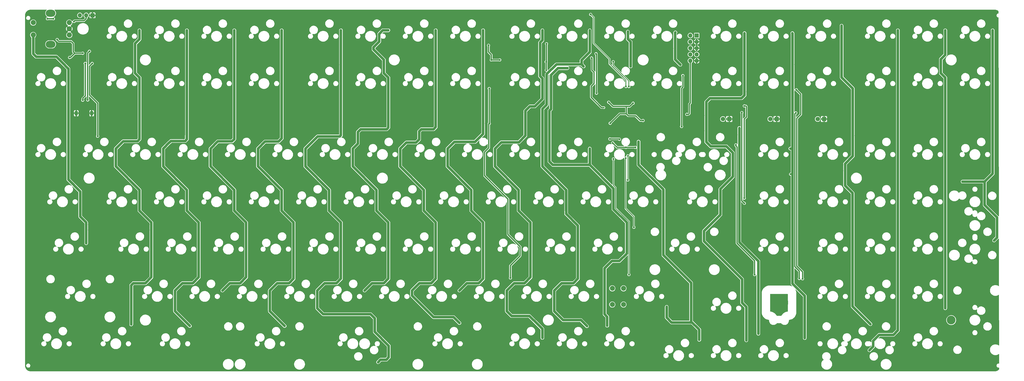
<source format=gbr>
G04 #@! TF.GenerationSoftware,KiCad,Pcbnew,7.0.2*
G04 #@! TF.CreationDate,2023-05-19T23:45:26-04:00*
G04 #@! TF.ProjectId,Boston-keyboard-V082DHA,426f7374-6f6e-42d6-9b65-79626f617264,rev?*
G04 #@! TF.SameCoordinates,Original*
G04 #@! TF.FileFunction,Copper,L1,Top*
G04 #@! TF.FilePolarity,Positive*
%FSLAX46Y46*%
G04 Gerber Fmt 4.6, Leading zero omitted, Abs format (unit mm)*
G04 Created by KiCad (PCBNEW 7.0.2) date 2023-05-19 23:45:26*
%MOMM*%
%LPD*%
G01*
G04 APERTURE LIST*
G04 #@! TA.AperFunction,ComponentPad*
%ADD10C,0.800000*%
G04 #@! TD*
G04 #@! TA.AperFunction,ComponentPad*
%ADD11C,7.000000*%
G04 #@! TD*
G04 #@! TA.AperFunction,ComponentPad*
%ADD12R,1.800000X1.800000*%
G04 #@! TD*
G04 #@! TA.AperFunction,ComponentPad*
%ADD13C,1.800000*%
G04 #@! TD*
G04 #@! TA.AperFunction,ComponentPad*
%ADD14C,2.000000*%
G04 #@! TD*
G04 #@! TA.AperFunction,ComponentPad*
%ADD15R,1.700000X1.700000*%
G04 #@! TD*
G04 #@! TA.AperFunction,ComponentPad*
%ADD16O,1.700000X1.700000*%
G04 #@! TD*
G04 #@! TA.AperFunction,ComponentPad*
%ADD17C,3.500000*%
G04 #@! TD*
G04 #@! TA.AperFunction,ComponentPad*
%ADD18C,2.032000*%
G04 #@! TD*
G04 #@! TA.AperFunction,ComponentPad*
%ADD19O,3.900000X2.799999*%
G04 #@! TD*
G04 #@! TA.AperFunction,ComponentPad*
%ADD20C,0.500000*%
G04 #@! TD*
G04 #@! TA.AperFunction,SMDPad,CuDef*
%ADD21R,1.200000X1.800000*%
G04 #@! TD*
G04 #@! TA.AperFunction,ViaPad*
%ADD22C,0.800000*%
G04 #@! TD*
G04 #@! TA.AperFunction,ViaPad*
%ADD23C,0.600000*%
G04 #@! TD*
G04 #@! TA.AperFunction,Conductor*
%ADD24C,1.000000*%
G04 #@! TD*
G04 #@! TA.AperFunction,Conductor*
%ADD25C,0.300000*%
G04 #@! TD*
G04 #@! TA.AperFunction,Conductor*
%ADD26C,0.500000*%
G04 #@! TD*
G04 APERTURE END LIST*
D10*
X356268500Y-146649500D03*
X357037345Y-144793345D03*
X357037345Y-148505655D03*
X358893500Y-144024500D03*
D11*
X358893500Y-146649500D03*
D10*
X358893500Y-149274500D03*
X360749655Y-144793345D03*
X360749655Y-148505655D03*
X361518500Y-146649500D03*
D12*
X338732500Y-72712500D03*
D13*
X336192500Y-72712500D03*
D12*
X357782500Y-72712500D03*
D13*
X355242500Y-72712500D03*
D14*
X291750000Y-147400000D03*
X291750000Y-140900000D03*
X296250000Y-147400000D03*
X296250000Y-140900000D03*
D15*
X82825000Y-30950000D03*
D16*
X80285000Y-30950000D03*
X77745000Y-30950000D03*
D17*
X427950304Y-153675080D03*
D15*
X325655625Y-39087500D03*
D16*
X323115625Y-39087500D03*
X325655625Y-41627500D03*
X323115625Y-41627500D03*
X325655625Y-44167500D03*
X323115625Y-44167500D03*
X325655625Y-46707500D03*
X323115625Y-46707500D03*
X325655625Y-49247500D03*
X323115625Y-49247500D03*
D12*
X376832500Y-72712500D03*
D13*
X374292500Y-72712500D03*
D18*
X73500000Y-33875000D03*
X73500000Y-38875000D03*
X73500000Y-36375000D03*
D19*
X66000000Y-30125000D03*
X66000000Y-42625000D03*
D18*
X59000000Y-33875000D03*
X59000000Y-38875000D03*
D20*
X82800000Y-70975000D03*
X82800000Y-70375000D03*
X82800000Y-69775000D03*
D21*
X82500000Y-70375000D03*
D20*
X82200000Y-70975000D03*
X82200000Y-70375000D03*
X82200000Y-69775000D03*
X76600000Y-70975000D03*
X76600000Y-70375000D03*
X76600000Y-69775000D03*
D21*
X76300000Y-70375000D03*
D20*
X76000000Y-70975000D03*
X76000000Y-70375000D03*
X76000000Y-69775000D03*
D22*
X214500000Y-152525000D03*
X215400000Y-149925000D03*
X218400000Y-149125000D03*
X300418750Y-116306250D03*
X297100000Y-88425000D03*
D23*
X288390000Y-68115000D03*
D22*
X283400000Y-48125000D03*
X285200000Y-46425000D03*
X285400000Y-62325000D03*
X350443750Y-159168750D03*
X342800000Y-76325000D03*
X292200000Y-88825000D03*
X298431250Y-135356250D03*
X348931250Y-135356250D03*
X341400000Y-83125000D03*
X298000000Y-87525000D03*
X297968750Y-97256250D03*
X291900000Y-82325000D03*
X301000000Y-84125000D03*
X297200000Y-84125000D03*
X298400000Y-59625000D03*
X292093750Y-49631250D03*
X297200000Y-59625000D03*
X283043750Y-30581250D03*
X64700000Y-32325000D03*
X67100000Y-32325000D03*
X294650000Y-80875000D03*
X290750000Y-80725000D03*
X82700000Y-50325000D03*
X84900000Y-79625000D03*
X365500000Y-70225000D03*
X366900000Y-136925000D03*
X321700000Y-70825000D03*
X264850000Y-69925000D03*
X312150000Y-99375000D03*
X79100000Y-108125000D03*
X181400000Y-46425000D03*
X284300000Y-47025000D03*
X227400000Y-153825000D03*
X238600000Y-136625000D03*
X79100000Y-110625000D03*
X407700000Y-96175000D03*
X299200000Y-79625000D03*
X195850000Y-108125000D03*
X132800000Y-96025000D03*
X319900000Y-77625000D03*
X296450000Y-117425000D03*
X238600000Y-134225000D03*
X154800000Y-152425000D03*
X279200000Y-134225000D03*
X203000000Y-136625000D03*
X74250000Y-95625000D03*
X318700000Y-66975000D03*
X398350000Y-153175000D03*
X394150000Y-164925000D03*
X170500000Y-76925000D03*
X222000000Y-36825000D03*
X212500000Y-80625000D03*
X157100000Y-80475000D03*
X279100000Y-117475000D03*
X161500000Y-110575000D03*
X297900000Y-98375000D03*
X261550000Y-42625000D03*
X162400000Y-136625000D03*
X345300000Y-105625000D03*
X152100000Y-96125000D03*
X268300000Y-80625000D03*
X424400000Y-79375000D03*
X273650000Y-49525000D03*
X183800000Y-75425000D03*
X203000000Y-134225000D03*
X329300000Y-115275000D03*
X157700000Y-108125000D03*
X389600000Y-62625000D03*
X257900000Y-153225000D03*
X164800000Y-136625000D03*
X229200000Y-155425000D03*
X119600000Y-50825000D03*
X81400000Y-115225000D03*
X366900000Y-76875000D03*
X308500000Y-155825000D03*
X257950000Y-76775000D03*
X183850000Y-117425000D03*
X173900000Y-80825000D03*
X272100000Y-110575000D03*
X428200000Y-120475000D03*
X138600000Y-46425000D03*
X407650000Y-75075000D03*
X298850000Y-96025000D03*
X346200000Y-63425000D03*
X256000000Y-137625000D03*
X160200000Y-70425000D03*
X365400000Y-134225000D03*
X341000000Y-115225000D03*
X258050000Y-69875000D03*
X387150000Y-117475000D03*
X249600000Y-98375000D03*
X343200000Y-63025000D03*
X85700000Y-80575000D03*
X243300000Y-60725000D03*
X328400000Y-77475000D03*
X426700000Y-148775000D03*
X318200000Y-44225000D03*
X264400000Y-45575000D03*
X197600000Y-155625000D03*
X241000000Y-134225000D03*
X105400000Y-117425000D03*
X107600000Y-115225000D03*
X119600000Y-75325000D03*
X424400000Y-123175000D03*
X299600000Y-152475000D03*
X72000000Y-76975000D03*
X363000000Y-67425000D03*
X74350000Y-76975000D03*
X249600000Y-136625000D03*
X289800000Y-137625000D03*
X194600000Y-44425000D03*
X281500000Y-42625000D03*
X250750000Y-108125000D03*
X102850000Y-80575000D03*
X407700000Y-136525000D03*
X138600000Y-72825000D03*
X274550000Y-110575000D03*
X221950000Y-115225000D03*
X257600000Y-134225000D03*
X300300000Y-44225000D03*
X343950000Y-117425000D03*
X242800000Y-42325000D03*
X234350000Y-110625000D03*
X243100000Y-76625000D03*
X291100000Y-65125000D03*
X340950000Y-96775000D03*
X265100000Y-76725000D03*
X289250000Y-96075000D03*
X119500000Y-80475000D03*
X244600000Y-98425000D03*
X286900000Y-76625000D03*
X60200000Y-44425000D03*
X193500000Y-96175000D03*
X301250000Y-67025000D03*
X314900000Y-150625000D03*
X250700000Y-115175000D03*
X297050000Y-110575000D03*
X343600000Y-60025000D03*
X298000000Y-136525000D03*
X407650000Y-50775000D03*
X271150000Y-46925000D03*
X259800000Y-151725000D03*
X426700000Y-141925000D03*
X162400000Y-134225000D03*
X336400000Y-102075000D03*
X351800000Y-134225000D03*
X198100000Y-108125000D03*
X324600000Y-138825000D03*
X141000000Y-50825000D03*
X405350000Y-115175000D03*
X389600000Y-60525000D03*
X267550000Y-44375000D03*
D23*
X284500000Y-51725000D03*
D22*
X300100000Y-110575000D03*
X160050000Y-108125000D03*
X271200000Y-44525000D03*
X188300000Y-80625000D03*
X181400000Y-70325000D03*
X158200000Y-110575000D03*
X212900000Y-76925000D03*
X259300000Y-64925000D03*
X267150000Y-150125000D03*
X97200000Y-148625000D03*
X363000000Y-76875000D03*
X80800000Y-133825000D03*
X191850000Y-94525000D03*
X256400000Y-67825000D03*
X114800000Y-149425000D03*
X311100000Y-108125000D03*
X155800000Y-150025000D03*
X113800000Y-96025000D03*
X346700000Y-152825000D03*
X366850000Y-117475000D03*
X304850000Y-155575000D03*
X138600000Y-50825000D03*
X290900000Y-153325000D03*
X140950000Y-108125000D03*
X81400000Y-117425000D03*
X241050000Y-45625000D03*
X346600000Y-73675000D03*
X94800000Y-96025000D03*
X100500000Y-75025000D03*
X313450000Y-104575000D03*
X157600000Y-98375000D03*
X259300000Y-59825000D03*
X313450000Y-102275000D03*
X366800000Y-75025000D03*
D23*
X278400000Y-61025000D03*
D22*
X382750000Y-50775000D03*
X124400000Y-117425000D03*
X261500000Y-153375000D03*
X288550000Y-155525000D03*
X271150000Y-42475000D03*
D23*
X288200000Y-70025000D03*
D22*
X135200000Y-98425000D03*
X240950000Y-115175000D03*
X266500000Y-42525000D03*
X219650000Y-117425000D03*
X143400000Y-134225000D03*
X405400000Y-79325000D03*
X369150000Y-136475000D03*
X346000000Y-61725000D03*
X104600000Y-136625000D03*
X119600000Y-98425000D03*
X255300000Y-108125000D03*
X426750000Y-116725000D03*
X407650000Y-79375000D03*
X267800000Y-76625000D03*
X99600000Y-148625000D03*
X346400000Y-60025000D03*
X370250000Y-160325000D03*
X122000000Y-50825000D03*
X170600000Y-80525000D03*
X318600000Y-72025000D03*
X70300000Y-54875000D03*
X407650000Y-98375000D03*
X405350000Y-98425000D03*
X119600000Y-108025000D03*
X202900000Y-75425000D03*
X257700000Y-115225000D03*
X426700000Y-43525000D03*
X138600000Y-98425000D03*
X238600000Y-70325000D03*
X347400000Y-137225000D03*
X296300000Y-96075000D03*
X424400000Y-112125000D03*
X248900000Y-115225000D03*
X321000000Y-60125000D03*
X238600000Y-60725000D03*
X318700000Y-62675000D03*
X323300000Y-155775000D03*
X348000000Y-134225000D03*
X251900000Y-110575000D03*
X238650000Y-115175000D03*
X443400000Y-76625000D03*
X241000000Y-40975000D03*
X426800000Y-74975000D03*
X275600000Y-137625000D03*
X327850000Y-160325000D03*
X81800000Y-149825000D03*
X424400000Y-45825000D03*
X100400000Y-108025000D03*
X121900000Y-73225000D03*
X256900000Y-81025000D03*
X363000000Y-134225000D03*
X407650000Y-117475000D03*
X157700000Y-77075000D03*
X424400000Y-63225000D03*
X280450000Y-153225000D03*
X345850000Y-93975000D03*
X387300000Y-62625000D03*
X301850000Y-77225000D03*
X141000000Y-103725000D03*
X389450000Y-117425000D03*
X293050000Y-98375000D03*
X336350000Y-108625000D03*
X315850000Y-48575000D03*
X280700000Y-56825000D03*
X260800000Y-80525000D03*
X341000000Y-107475000D03*
X262400000Y-67825000D03*
X99600000Y-146425000D03*
X299200000Y-65825000D03*
X217200000Y-108075000D03*
X255700000Y-69925000D03*
X330650000Y-77525000D03*
X336400000Y-104425000D03*
X408900000Y-158925000D03*
X342800000Y-134225000D03*
X198800000Y-49425000D03*
X342600000Y-139025000D03*
X86600000Y-41225000D03*
X367900000Y-160275000D03*
X274350000Y-108125000D03*
X386900000Y-60525000D03*
X343750000Y-50675000D03*
X143450000Y-115175000D03*
X389500000Y-136525000D03*
X345800000Y-85325000D03*
X98800000Y-41625000D03*
X300000000Y-146825000D03*
X141000000Y-75325000D03*
X219600000Y-134225000D03*
X238600000Y-74425000D03*
X313350000Y-97025000D03*
X291900000Y-77525000D03*
X407700000Y-84575000D03*
X69450000Y-46975000D03*
X330650000Y-71275000D03*
X76700000Y-108125000D03*
X334000000Y-110625000D03*
X318550000Y-48575000D03*
X241000000Y-36725000D03*
X363000000Y-70825000D03*
X264500000Y-53825000D03*
X126800000Y-117425000D03*
X426750000Y-134275000D03*
X219600000Y-70725000D03*
X405350000Y-117475000D03*
X140950000Y-80525000D03*
X164750000Y-115175000D03*
X71600000Y-44575000D03*
X320550000Y-62675000D03*
X196350000Y-110575000D03*
X293000000Y-96125000D03*
X101000000Y-110825000D03*
X183800000Y-50825000D03*
X308350000Y-102275000D03*
X287400000Y-134225000D03*
X247350000Y-96175000D03*
X181600000Y-50825000D03*
D23*
X288400000Y-67325000D03*
D22*
X324600000Y-142425000D03*
X259800000Y-155025000D03*
X215400000Y-110625000D03*
X202900000Y-115175000D03*
X160200000Y-50825000D03*
X71900000Y-49525000D03*
X85900000Y-76825000D03*
X349300000Y-157825000D03*
X311150000Y-112975000D03*
X113600000Y-76825000D03*
X242000000Y-98375000D03*
X300300000Y-41025000D03*
X344800000Y-66325000D03*
X366500000Y-70225000D03*
X407700000Y-150975000D03*
X181400000Y-136625000D03*
X138700000Y-108125000D03*
X215300000Y-80725000D03*
X157600000Y-50825000D03*
X222000000Y-136625000D03*
X219600000Y-46225000D03*
X269250000Y-62425000D03*
X363050000Y-74975000D03*
X238650000Y-117425000D03*
X123400000Y-110625000D03*
X122000000Y-46425000D03*
X126800000Y-134225000D03*
X261200000Y-55625000D03*
X79900000Y-64825000D03*
X197400000Y-44425000D03*
X268650000Y-98375000D03*
X154350000Y-98375000D03*
X69600000Y-40325000D03*
X426700000Y-136475000D03*
X363050000Y-96125000D03*
X272050000Y-108125000D03*
X424400000Y-76775000D03*
X79200000Y-115225000D03*
X343750000Y-48375000D03*
X284400000Y-62225000D03*
X292100000Y-48325000D03*
X69600000Y-44375000D03*
X405350000Y-85125000D03*
X322200000Y-142425000D03*
X211500000Y-98425000D03*
D23*
X294300000Y-51925000D03*
D22*
X389500000Y-115175000D03*
X228350000Y-96125000D03*
X424400000Y-115425000D03*
X290950000Y-157475000D03*
X57850000Y-44375000D03*
X214850000Y-108125000D03*
X367950000Y-158025000D03*
X119600000Y-77125000D03*
X162500000Y-117475000D03*
X103000000Y-73225000D03*
X367300000Y-137925000D03*
X200400000Y-136625000D03*
X238650000Y-45575000D03*
X142400000Y-110575000D03*
X261500000Y-45625000D03*
X347500000Y-71925000D03*
X212550000Y-96075000D03*
X405400000Y-60525000D03*
X153000000Y-150025000D03*
X286400000Y-59925000D03*
D23*
X290900000Y-51925000D03*
D22*
X183850000Y-115225000D03*
X242250000Y-96025000D03*
X219600000Y-75325000D03*
X351550000Y-157825000D03*
X141200000Y-46225000D03*
X336150000Y-115325000D03*
X76700000Y-110625000D03*
X257500000Y-66725000D03*
X250600000Y-96075000D03*
X107600000Y-117425000D03*
X160050000Y-103775000D03*
X405400000Y-63225000D03*
X256800000Y-110575000D03*
X113600000Y-80525000D03*
X299900000Y-144825000D03*
X74300000Y-54475000D03*
X240900000Y-74525000D03*
X296300000Y-98575000D03*
X252900000Y-108125000D03*
X260050000Y-115175000D03*
X387250000Y-76775000D03*
X266350000Y-96075000D03*
X236100000Y-80525000D03*
X132400000Y-80525000D03*
X271900000Y-98425000D03*
X345800000Y-76725000D03*
X58350000Y-47425000D03*
X202900000Y-36525000D03*
X365300000Y-50775000D03*
X98600000Y-47025000D03*
X275000000Y-52425000D03*
X190200000Y-96125000D03*
X155400000Y-142425000D03*
X200400000Y-47625000D03*
X340950000Y-85275000D03*
X424400000Y-61625000D03*
X322250000Y-153475000D03*
X105200000Y-134225000D03*
X85900000Y-75025000D03*
X384100000Y-57725000D03*
X342900000Y-73425000D03*
X239750000Y-96125000D03*
X145800000Y-136625000D03*
X366800000Y-79325000D03*
X209200000Y-96125000D03*
X67100000Y-33325000D03*
X116600000Y-152625000D03*
X340750000Y-103675000D03*
X141000000Y-70525000D03*
X386450000Y-91225000D03*
X405400000Y-150825000D03*
X197100000Y-169425000D03*
X160050000Y-77025000D03*
X290900000Y-81825000D03*
X363050000Y-48525000D03*
X366800000Y-96125000D03*
X334050000Y-104325000D03*
X105400000Y-115225000D03*
X295300000Y-108125000D03*
X426700000Y-113125000D03*
X116200000Y-98425000D03*
X219400000Y-136625000D03*
X261000000Y-48925000D03*
X255500000Y-76775000D03*
X324600000Y-153725000D03*
X386550000Y-93475000D03*
X320550000Y-67025000D03*
X426750000Y-109925000D03*
X299500000Y-59925000D03*
X385050000Y-50775000D03*
X200600000Y-134225000D03*
X405400000Y-96075000D03*
X281500000Y-44425000D03*
X193000000Y-142625000D03*
X177250000Y-110575000D03*
X138600000Y-75425000D03*
X155350000Y-96125000D03*
X188500000Y-76925000D03*
X342100000Y-71275000D03*
X160400000Y-154725000D03*
X179050000Y-108125000D03*
X289800000Y-134225000D03*
X241100000Y-76725000D03*
X382750000Y-48525000D03*
X184000000Y-46425000D03*
X363050000Y-50775000D03*
X328350000Y-67075000D03*
X126800000Y-115225000D03*
X298200000Y-76875000D03*
X181500000Y-75325000D03*
X231500000Y-96075000D03*
X341500000Y-76625000D03*
X72000000Y-96175000D03*
X370300000Y-157625000D03*
X396450000Y-154575000D03*
X365300000Y-61925000D03*
X335100000Y-112975000D03*
X312400000Y-150525000D03*
X83000000Y-133825000D03*
D23*
X289400000Y-48525000D03*
D22*
X184000000Y-136625000D03*
X407700000Y-115175000D03*
X345800000Y-95925000D03*
X197600000Y-157925000D03*
X141000000Y-77125000D03*
X407700000Y-48525000D03*
X121900000Y-80575000D03*
X299350000Y-115125000D03*
X279000000Y-115125000D03*
X282650000Y-155625000D03*
X363050000Y-115175000D03*
X194800000Y-153225000D03*
X295100000Y-71525000D03*
X325500000Y-160325000D03*
X233800000Y-98375000D03*
X221950000Y-117425000D03*
X145800000Y-134225000D03*
X265100000Y-80525000D03*
X405400000Y-48525000D03*
X286000000Y-96125000D03*
X288300000Y-98375000D03*
X120000000Y-110625000D03*
X101200000Y-45625000D03*
X117800000Y-149825000D03*
X83900000Y-76825000D03*
X142600000Y-136625000D03*
X346050000Y-50675000D03*
X341000000Y-117475000D03*
X337000000Y-84825000D03*
X288100000Y-44825000D03*
X389500000Y-79375000D03*
X79000000Y-53175000D03*
X121900000Y-75425000D03*
X405400000Y-50775000D03*
X297800000Y-46725000D03*
X157700000Y-72325000D03*
X313450000Y-112925000D03*
X195000000Y-155625000D03*
X233950000Y-108075000D03*
X74300000Y-57175000D03*
X104400000Y-110625000D03*
X248900000Y-117425000D03*
X363050000Y-79325000D03*
X75400000Y-97725000D03*
X324050000Y-60125000D03*
X248800000Y-110575000D03*
X296400000Y-115125000D03*
X74350000Y-79375000D03*
X197600000Y-153225000D03*
X341700000Y-79075000D03*
X279200000Y-59325000D03*
X107600000Y-136625000D03*
X366800000Y-98375000D03*
X264100000Y-49725000D03*
X174450000Y-96025000D03*
X320700000Y-75725000D03*
X214850000Y-98425000D03*
X270450000Y-53425000D03*
X363000000Y-137825000D03*
X317050000Y-50375000D03*
X160000000Y-75325000D03*
X311050000Y-110575000D03*
X329000000Y-97625000D03*
X384200000Y-93525000D03*
X100600000Y-98425000D03*
X231000000Y-153625000D03*
X267700000Y-69925000D03*
X313500000Y-110625000D03*
X424450000Y-134275000D03*
X297000000Y-71625000D03*
X268500000Y-64675000D03*
X426800000Y-79425000D03*
X107800000Y-134225000D03*
X240950000Y-117475000D03*
X296450000Y-69725000D03*
X81463454Y-38288454D03*
X340950000Y-105575000D03*
X407700000Y-61625000D03*
X405350000Y-76825000D03*
X275850000Y-115175000D03*
X83900000Y-79625000D03*
X269600000Y-148675000D03*
X407700000Y-76825000D03*
X136400000Y-96025000D03*
X269600000Y-96075000D03*
X262400000Y-59825000D03*
X330650000Y-67025000D03*
X164800000Y-117475000D03*
X262500000Y-76625000D03*
X171050000Y-96125000D03*
X318200000Y-41025000D03*
X183800000Y-134225000D03*
X292200000Y-110575000D03*
X99600000Y-155425000D03*
X268500000Y-66925000D03*
X157600000Y-46225000D03*
X321800000Y-138825000D03*
X346050000Y-48375000D03*
X299200000Y-117525000D03*
X74900000Y-32525000D03*
X181550000Y-117425000D03*
X363050000Y-98375000D03*
X331800000Y-112975000D03*
X249800000Y-134225000D03*
X407750000Y-155775000D03*
D23*
X281000000Y-60925000D03*
D22*
X344400000Y-160275000D03*
X304100000Y-72325000D03*
X367000000Y-140025000D03*
X276800000Y-117425000D03*
X312300000Y-148625000D03*
X424350000Y-74925000D03*
X387250000Y-75075000D03*
X102400000Y-41825000D03*
X238500000Y-76625000D03*
X344450000Y-152775000D03*
X407700000Y-63225000D03*
X78900000Y-50825000D03*
X301450000Y-79975000D03*
X200600000Y-117475000D03*
X281400000Y-89825000D03*
X385050000Y-48525000D03*
X191850000Y-97825000D03*
X181550000Y-115225000D03*
X257750000Y-117475000D03*
X405400000Y-75025000D03*
X315800000Y-41025000D03*
X124400000Y-115225000D03*
X365350000Y-48525000D03*
X243300000Y-69925000D03*
X346750000Y-160325000D03*
X97200000Y-146425000D03*
X344000000Y-107625000D03*
X283800000Y-90625000D03*
X260200000Y-134225000D03*
X123100000Y-155825000D03*
X346600000Y-70125000D03*
X126800000Y-136625000D03*
X424450000Y-136475000D03*
X219650000Y-115225000D03*
X250650000Y-117425000D03*
X405350000Y-136525000D03*
X426800000Y-122375000D03*
X282200000Y-92425000D03*
D23*
X294300000Y-50125000D03*
D22*
X268700000Y-58625000D03*
X199650000Y-110575000D03*
X237800000Y-82425000D03*
X83900000Y-74925000D03*
X78900000Y-45125000D03*
X140950000Y-72825000D03*
X297300000Y-79675000D03*
X238650000Y-41525000D03*
X74100000Y-48825000D03*
X122000000Y-108025000D03*
X393900000Y-152025000D03*
X387150000Y-115225000D03*
X251800000Y-134225000D03*
X268400000Y-48525000D03*
X260050000Y-117475000D03*
X172000000Y-142425000D03*
X162500000Y-115175000D03*
X424400000Y-43625000D03*
X117400000Y-96025000D03*
X279200000Y-155575000D03*
X229200000Y-152025000D03*
X389550000Y-75075000D03*
X389650000Y-76725000D03*
X296900000Y-41025000D03*
X345000000Y-137225000D03*
X72000000Y-57175000D03*
X138700000Y-77125000D03*
X315900000Y-44225000D03*
X327850000Y-158025000D03*
X252900000Y-98375000D03*
X306900000Y-151325000D03*
X79200000Y-117425000D03*
X157700000Y-75325000D03*
X259600000Y-137625000D03*
X81900000Y-49625000D03*
X164800000Y-134225000D03*
X80600000Y-45125000D03*
X366850000Y-115125000D03*
X121950000Y-77025000D03*
X346750000Y-150875000D03*
X248850000Y-108125000D03*
X119600000Y-46425000D03*
X243200000Y-45525000D03*
X200600000Y-75425000D03*
X445850000Y-75825000D03*
X176800000Y-98425000D03*
X160200000Y-46225000D03*
X328400000Y-71275000D03*
X72750000Y-98375000D03*
X158200000Y-152425000D03*
X443350000Y-74875000D03*
X94300000Y-80525000D03*
X145750000Y-115125000D03*
X123600000Y-136625000D03*
X299362696Y-134029751D03*
X222000000Y-134225000D03*
X324050000Y-62675000D03*
X98400000Y-96025000D03*
X151700000Y-80525000D03*
X200600000Y-115225000D03*
X318650000Y-60125000D03*
X100200000Y-80525000D03*
X82600000Y-53175000D03*
X426800000Y-76775000D03*
X323650000Y-67075000D03*
X181400000Y-134225000D03*
X221400000Y-77025000D03*
X392200000Y-153675000D03*
X219600000Y-50625000D03*
X284000000Y-44325000D03*
D23*
X282700000Y-51325000D03*
D22*
X119500000Y-71525000D03*
X346800000Y-158075000D03*
X291000000Y-108125000D03*
X103000000Y-76525000D03*
X263600000Y-66725000D03*
X313500000Y-108025000D03*
X174400000Y-142225000D03*
X344450000Y-151025000D03*
X208800000Y-80525000D03*
X71950000Y-79375000D03*
X281750000Y-48475000D03*
X132400000Y-76925000D03*
X294850000Y-81925000D03*
X124400000Y-134225000D03*
X344800000Y-70125000D03*
X284400000Y-59825000D03*
X313650000Y-115275000D03*
X160000000Y-80525000D03*
X253700000Y-80625000D03*
X192200000Y-80525000D03*
X222000000Y-70225000D03*
X339000000Y-93325000D03*
X222000000Y-75325000D03*
X262500000Y-69925000D03*
X387150000Y-136525000D03*
X343950000Y-115175000D03*
X288600000Y-153275000D03*
X334000000Y-107425000D03*
X222000000Y-50625000D03*
X393900000Y-155375000D03*
X289800000Y-74625000D03*
X139200000Y-110575000D03*
X369200000Y-134125000D03*
X426700000Y-45925000D03*
X407700000Y-134275000D03*
X298000000Y-108075000D03*
X276800000Y-134225000D03*
X387300000Y-79425000D03*
X202900000Y-117425000D03*
X143450000Y-117425000D03*
X265800000Y-68225000D03*
X389500000Y-134275000D03*
X100500000Y-76725000D03*
X120200000Y-152425000D03*
X222000000Y-46225000D03*
X300400000Y-46625000D03*
X180550000Y-110575000D03*
X173350000Y-98475000D03*
X311200000Y-104575000D03*
X345750000Y-98425000D03*
X341000000Y-136025000D03*
X145700000Y-117425000D03*
X283400000Y-57925000D03*
X230550000Y-98375000D03*
X325350000Y-157925000D03*
X345700000Y-79125000D03*
X103000000Y-108025000D03*
X285200000Y-41825000D03*
X366400000Y-67325000D03*
X176800000Y-108175000D03*
X387150000Y-134275000D03*
X264300000Y-42425000D03*
X405350000Y-134275000D03*
X296800000Y-44225000D03*
X138400000Y-80575000D03*
X286900000Y-46025000D03*
X406550000Y-159425000D03*
X267250000Y-147725000D03*
X261200000Y-64925000D03*
X218700000Y-110575000D03*
X384200000Y-91175000D03*
X351600000Y-137825000D03*
X241200000Y-136625000D03*
X279000000Y-137625000D03*
X363050000Y-117425000D03*
X236250000Y-108075000D03*
X78600000Y-149425000D03*
X203000000Y-70325000D03*
X237700000Y-110575000D03*
X200500000Y-70325000D03*
X315000000Y-148025000D03*
X320700000Y-71225000D03*
X97000000Y-98425000D03*
X245600000Y-80525000D03*
X344800000Y-106625000D03*
X343800000Y-70125000D03*
X344800000Y-67425000D03*
X344800000Y-104575000D03*
X239831250Y-122718750D03*
D23*
X239831396Y-70331260D03*
D22*
X235068750Y-103668750D03*
X230306250Y-141768750D03*
X239831396Y-56043748D03*
X239831396Y-36993732D03*
X225543750Y-84618750D03*
X220781250Y-36993750D03*
X220781250Y-122718750D03*
X211256250Y-141768750D03*
X216018750Y-103668750D03*
X230306250Y-154865625D03*
X220781250Y-56043750D03*
D23*
X220781250Y-70331250D03*
D22*
X206493750Y-84618750D03*
X201731250Y-36993750D03*
D23*
X201731250Y-70331250D03*
D22*
X192206250Y-141768750D03*
X201731250Y-56043750D03*
X201731250Y-122718750D03*
X187443750Y-84618750D03*
X196968750Y-103668750D03*
X182681250Y-56043750D03*
X182681250Y-122718750D03*
X182681250Y-36993750D03*
X196300000Y-158425000D03*
D23*
X182681250Y-70331250D03*
D22*
X197600000Y-170625000D03*
X173156250Y-141768750D03*
X177918750Y-103668750D03*
X168393750Y-84618750D03*
X149343750Y-84618750D03*
X158868750Y-103668750D03*
X163631250Y-122718750D03*
X160059375Y-156056250D03*
X154106250Y-141768750D03*
X158868750Y-56043750D03*
X158868750Y-36993750D03*
D23*
X158868750Y-70493750D03*
D22*
X139818750Y-103668750D03*
D23*
X139818750Y-70606250D03*
D22*
X139818750Y-56043750D03*
X139818750Y-36993750D03*
X135056250Y-141768750D03*
X144581250Y-122718750D03*
X130293750Y-84618750D03*
X120768750Y-56043750D03*
X121959375Y-156056250D03*
X120768750Y-36993750D03*
X116006250Y-141768750D03*
X120768750Y-103668750D03*
X111243750Y-84618750D03*
X125531250Y-122718750D03*
X120768750Y-70893750D03*
X106481250Y-122718750D03*
X101718750Y-103668750D03*
X92193750Y-84618750D03*
X98400000Y-155425000D03*
X101718750Y-75093750D03*
X101718750Y-36993750D03*
X101718750Y-56043750D03*
X445200000Y-121625000D03*
X444618750Y-75843750D03*
X444618750Y-36993750D03*
X432500000Y-97925000D03*
X444618750Y-84618750D03*
X444618750Y-56043750D03*
X425568750Y-56043750D03*
X425568750Y-148912274D03*
X425568750Y-103668750D03*
X425568750Y-84618750D03*
X425568750Y-36993750D03*
X425568750Y-141768750D03*
X425568750Y-122718750D03*
X425568750Y-62256250D03*
X395100000Y-165825000D03*
X406518750Y-84618750D03*
X406518750Y-122718750D03*
X406518750Y-36993750D03*
X406518750Y-61306250D03*
X406518750Y-103668750D03*
X406518750Y-56043750D03*
X406518750Y-141768750D03*
X388300000Y-141725000D03*
X385500000Y-57525000D03*
X383900000Y-53325000D03*
X388300000Y-122825000D03*
X388400000Y-84325000D03*
X383900000Y-35125000D03*
X395500000Y-155325000D03*
X388300000Y-104225000D03*
X363300000Y-84625000D03*
X364200000Y-123625000D03*
X364200000Y-104325000D03*
X364200000Y-56225000D03*
X364200000Y-62525000D03*
X369100000Y-160925000D03*
X363400000Y-94925000D03*
X364100000Y-38125000D03*
X344900000Y-61725000D03*
X336500000Y-99625000D03*
X329500000Y-79025000D03*
X343900000Y-146725000D03*
X345600000Y-161825000D03*
X344900000Y-38125000D03*
X344900000Y-56625000D03*
X328600000Y-119625000D03*
X320100000Y-55225000D03*
X312000000Y-100825000D03*
X302300000Y-81825000D03*
X319100000Y-50825000D03*
X319600000Y-75725000D03*
X317100000Y-37825000D03*
X326700000Y-161625000D03*
X313600000Y-148325000D03*
X297576757Y-123314117D03*
X299100000Y-51525000D03*
X273700000Y-52225000D03*
X288647062Y-141768820D03*
X298000000Y-37525000D03*
X292218940Y-103668788D03*
X282693932Y-84618772D03*
X289700000Y-155925000D03*
X277931250Y-122718750D03*
X268406250Y-141768750D03*
X273168750Y-103668750D03*
X281585937Y-156139063D03*
D23*
X282693932Y-36993732D03*
X280200000Y-51525000D03*
D22*
X263643750Y-84618750D03*
X258881250Y-122718750D03*
X262700000Y-55425000D03*
X249356250Y-141768750D03*
X263643916Y-59768916D03*
X254118750Y-103668750D03*
X263643916Y-36993732D03*
X244593750Y-84618750D03*
X263643750Y-160818750D03*
X80287500Y-122718750D03*
X73143750Y-75668750D03*
X73143750Y-84618750D03*
X77906250Y-103668750D03*
X70762500Y-50090625D03*
X368200000Y-137025000D03*
X365700000Y-60925000D03*
X80900000Y-65025000D03*
X81600000Y-45425000D03*
X265200000Y-53025000D03*
X265150000Y-49675000D03*
X265300000Y-42425000D03*
X290300000Y-65925000D03*
X242000000Y-43025000D03*
X68600000Y-40725000D03*
X243100000Y-48925000D03*
X73600000Y-47925000D03*
X242300000Y-60425000D03*
X78900000Y-46225000D03*
X246500000Y-48925000D03*
X300100000Y-66325000D03*
X290900000Y-74425000D03*
X242300000Y-74525000D03*
X250800000Y-136725000D03*
X304100000Y-73325000D03*
X79900000Y-50325000D03*
X75400000Y-33425000D03*
X78900000Y-65125000D03*
D24*
X227925000Y-152484375D02*
X230306250Y-154865625D01*
X219915625Y-152484375D02*
X227925000Y-152484375D01*
X211256250Y-141768750D02*
X211256250Y-143825000D01*
X211256250Y-143825000D02*
X219915625Y-152484375D01*
D25*
X297100000Y-108725000D02*
X300418750Y-112043750D01*
X300418750Y-112043750D02*
X300418750Y-116306250D01*
X297100000Y-88425000D02*
X297100000Y-108725000D01*
D26*
X283600000Y-48325000D02*
X283400000Y-48125000D01*
X283300000Y-59525000D02*
X284400000Y-58425000D01*
X283300000Y-64025000D02*
X283300000Y-59525000D01*
X284400000Y-58425000D02*
X284400000Y-53825000D01*
X287390000Y-68115000D02*
X283300000Y-64025000D01*
X283600000Y-53025000D02*
X283600000Y-48325000D01*
X284400000Y-53825000D02*
X283600000Y-53025000D01*
X288390000Y-68115000D02*
X287390000Y-68115000D01*
X285400000Y-46625000D02*
X285200000Y-46425000D01*
X285400000Y-62325000D02*
X285400000Y-46625000D01*
D24*
X350443750Y-129968750D02*
X342800000Y-122325000D01*
X350443750Y-159168750D02*
X350443750Y-129968750D01*
X342800000Y-95925000D02*
X342800000Y-93825000D01*
X342800000Y-122325000D02*
X342800000Y-98475000D01*
X342800000Y-98475000D02*
X342800000Y-95925000D01*
X342800000Y-93825000D02*
X342800000Y-76325000D01*
D25*
X292200000Y-88825000D02*
X292200000Y-99499485D01*
D26*
X341400000Y-83525000D02*
X341870000Y-83995000D01*
D25*
X293048940Y-100348426D02*
X293048940Y-108682807D01*
D26*
X341400000Y-83125000D02*
X341400000Y-83525000D01*
D25*
X293048940Y-108682807D02*
X298431250Y-114065117D01*
X298431250Y-114065117D02*
X298431250Y-135356250D01*
D26*
X341870000Y-83995000D02*
X341870000Y-122710218D01*
D25*
X292200000Y-99499485D02*
X293048940Y-100348426D01*
D26*
X341870000Y-122710218D02*
X348931250Y-129771468D01*
X348931250Y-129771468D02*
X348931250Y-135356250D01*
D25*
X298000000Y-97225000D02*
X297968750Y-97256250D01*
X298000000Y-87525000D02*
X298000000Y-97225000D01*
D26*
X301000000Y-84125000D02*
X297200000Y-84125000D01*
X293700000Y-84125000D02*
X291900000Y-82325000D01*
X297200000Y-84125000D02*
X293700000Y-84125000D01*
D25*
X298400000Y-57425000D02*
X292093750Y-51118750D01*
X298400000Y-59625000D02*
X298400000Y-57425000D01*
X292093750Y-51118750D02*
X292093750Y-49631250D01*
X284300000Y-31837500D02*
X283043750Y-30581250D01*
X290650000Y-50475000D02*
X290650000Y-48575000D01*
D26*
X67100000Y-32325000D02*
X64700000Y-32325000D01*
D25*
X290650000Y-48575000D02*
X284300000Y-42225000D01*
X297200000Y-57025000D02*
X290650000Y-50475000D01*
X284300000Y-42225000D02*
X284300000Y-31837500D01*
X297200000Y-59625000D02*
X297200000Y-57025000D01*
D26*
X84900000Y-75225000D02*
X84900000Y-66325000D01*
X290750000Y-80725000D02*
X294500000Y-80725000D01*
X294500000Y-80725000D02*
X294650000Y-80875000D01*
X84900000Y-79625000D02*
X84900000Y-75225000D01*
X84900000Y-66325000D02*
X81900000Y-63325000D01*
X290800000Y-80775000D02*
X290750000Y-80725000D01*
X81600000Y-51425000D02*
X82700000Y-50325000D01*
X81600000Y-63025000D02*
X81600000Y-61725000D01*
X81600000Y-61725000D02*
X81600000Y-51425000D01*
X81900000Y-63325000D02*
X81600000Y-63025000D01*
X366900000Y-133925000D02*
X365200000Y-132225000D01*
X365130000Y-132155000D02*
X365130000Y-71025000D01*
X322700000Y-70525000D02*
X322700000Y-66725000D01*
X366900000Y-136925000D02*
X366900000Y-133925000D01*
X321700000Y-70825000D02*
X322400000Y-70825000D01*
X322400000Y-70825000D02*
X322700000Y-70525000D01*
X365130000Y-71025000D02*
X365130000Y-70595000D01*
X323115625Y-66309375D02*
X323115625Y-49247500D01*
X365200000Y-132225000D02*
X365130000Y-132155000D01*
X322700000Y-66725000D02*
X323115625Y-66309375D01*
X365130000Y-70595000D02*
X365500000Y-70225000D01*
X343800000Y-104325000D02*
X343800000Y-105625000D01*
X343800000Y-70125000D02*
X343800000Y-104325000D01*
X343800000Y-105625000D02*
X344800000Y-106625000D01*
X344800000Y-104575000D02*
X344800000Y-72725000D01*
X345400000Y-67425000D02*
X344800000Y-67425000D01*
X344800000Y-72725000D02*
X345700000Y-71825000D01*
X345700000Y-67725000D02*
X345400000Y-67425000D01*
X345700000Y-71825000D02*
X345700000Y-67725000D01*
D24*
X239831396Y-56043748D02*
X239831396Y-70331260D01*
X225543906Y-84618750D02*
X228237656Y-81925000D01*
X238045457Y-138792255D02*
X233282953Y-138792255D01*
X228237656Y-81925000D02*
X236572038Y-81925000D01*
X239831250Y-122718750D02*
X239831250Y-137006462D01*
X225543750Y-84618750D02*
X225543906Y-84618750D01*
X235068750Y-109621875D02*
X239831250Y-114384375D01*
X233282953Y-138792255D02*
X233282849Y-138792151D01*
X239820000Y-78677038D02*
X239820000Y-70342656D01*
X239831250Y-137006462D02*
X238045457Y-138792255D01*
X233282849Y-138792151D02*
X230306250Y-141768750D01*
X235068750Y-101287500D02*
X235068750Y-103668750D01*
X235068750Y-103668750D02*
X235068750Y-109621875D01*
X225543750Y-91762500D02*
X235068750Y-101287500D01*
X236572038Y-81925000D02*
X239820000Y-78677038D01*
X239831250Y-114384375D02*
X239831250Y-122718750D01*
X239831396Y-36993732D02*
X239831396Y-56043748D01*
X225543750Y-84618750D02*
X225543750Y-91762500D01*
X239820000Y-70342656D02*
X239831396Y-70331260D01*
X208943750Y-82168750D02*
X206493750Y-84618750D01*
X220781250Y-70331250D02*
X220781250Y-75943750D01*
X216018750Y-109621875D02*
X220781250Y-114384375D01*
X214100000Y-77725000D02*
X214100000Y-80925000D01*
X212856250Y-82168750D02*
X208943750Y-82168750D01*
X219900000Y-76825000D02*
X215000000Y-76825000D01*
X220781250Y-56043750D02*
X220781250Y-70331250D01*
X206493750Y-84618750D02*
X206493750Y-91762500D01*
X206493750Y-91762500D02*
X216018750Y-101287500D01*
X218995441Y-138792255D02*
X214232937Y-138792255D01*
X216018750Y-103668750D02*
X216018750Y-109621875D01*
X220781250Y-114384375D02*
X220781250Y-122718750D01*
X214100000Y-80925000D02*
X212856250Y-82168750D01*
X216018750Y-101287500D02*
X216018750Y-103668750D01*
X215000000Y-76825000D02*
X214100000Y-77725000D01*
X214232841Y-138792159D02*
X211256250Y-141768750D01*
X220781250Y-75943750D02*
X219900000Y-76825000D01*
X220781250Y-36993750D02*
X220781250Y-56043750D01*
X220781250Y-137006446D02*
X218995441Y-138792255D01*
X220781250Y-122718750D02*
X220781250Y-137006446D01*
X214232937Y-138792255D02*
X214232841Y-138792159D01*
X190600000Y-76825000D02*
X201062500Y-76825000D01*
X201731250Y-76156250D02*
X201731250Y-70331250D01*
X201731250Y-114384375D02*
X201731250Y-122718750D01*
X201731250Y-56043750D02*
X201731250Y-70331250D01*
X187443750Y-84618750D02*
X189468750Y-82593750D01*
X201731250Y-137006430D02*
X199945425Y-138792255D01*
X195800000Y-43825000D02*
X198064063Y-41560937D01*
X198064063Y-38460937D02*
X199531250Y-36993750D01*
X195800000Y-44725000D02*
X195800000Y-43825000D01*
X199945375Y-48870375D02*
X195800000Y-44725000D01*
X201731250Y-122718750D02*
X201731250Y-137006430D01*
X201062500Y-76825000D02*
X201731250Y-76156250D01*
X187443750Y-91762500D02*
X196968750Y-101287500D01*
X189468750Y-77956250D02*
X190600000Y-76825000D01*
X198064063Y-41560937D02*
X198064063Y-38460937D01*
X199945425Y-138792255D02*
X195182921Y-138792255D01*
X196968750Y-101287500D02*
X196968750Y-103668750D01*
X195182921Y-138792255D02*
X195182833Y-138792167D01*
X201731250Y-56043750D02*
X199945375Y-54257875D01*
X196968750Y-103668750D02*
X196968750Y-109621875D01*
X196968750Y-109621875D02*
X201731250Y-114384375D01*
X187443750Y-84618750D02*
X187443750Y-91762500D01*
X189468750Y-82593750D02*
X189468750Y-77956250D01*
X199945375Y-54257875D02*
X199945375Y-48870375D01*
X199531250Y-36993750D02*
X201731250Y-36993750D01*
X195182833Y-138792167D02*
X192206250Y-141768750D01*
X176132825Y-138792175D02*
X173156250Y-141768750D01*
X182681250Y-36993750D02*
X182681250Y-56043750D01*
X182681250Y-70331250D02*
X182681250Y-79260857D01*
X200900000Y-169625000D02*
X201900000Y-168625000D01*
X201900000Y-164025000D02*
X201900000Y-165025000D01*
X182681250Y-122718750D02*
X182681250Y-137006414D01*
X177918750Y-109621875D02*
X182681250Y-114384375D01*
X182681250Y-79260857D02*
X182681348Y-79260955D01*
X182226304Y-79715999D02*
X173296501Y-79715999D01*
X201900000Y-168625000D02*
X201900000Y-165025000D01*
X196300000Y-158425000D02*
X201900000Y-164025000D01*
X180895409Y-138792255D02*
X176132905Y-138792255D01*
X197600000Y-170625000D02*
X198600000Y-169625000D01*
X176132905Y-138792255D02*
X176132825Y-138792175D01*
X196300000Y-153006250D02*
X196300000Y-158425000D01*
X182681348Y-79260955D02*
X182226304Y-79715999D01*
X173156250Y-148912500D02*
X175537500Y-151293750D01*
X168393750Y-84618750D02*
X168393750Y-91762500D01*
X175537500Y-151293750D02*
X194587500Y-151293750D01*
X182681250Y-70331250D02*
X182681250Y-56043750D01*
X200800000Y-169625000D02*
X200900000Y-169625000D01*
X182681250Y-114384375D02*
X182681250Y-122718750D01*
X194587500Y-151293750D02*
X196300000Y-153006250D01*
X177918750Y-101287500D02*
X177918750Y-103668750D01*
X173296501Y-79715999D02*
X168393750Y-84618750D01*
X173156250Y-141768750D02*
X173156250Y-148912500D01*
X177918750Y-103668750D02*
X177918750Y-109621875D01*
X168393750Y-91762500D02*
X177918750Y-101287500D01*
X182681250Y-137006414D02*
X180895409Y-138792255D01*
X198600000Y-169625000D02*
X200800000Y-169625000D01*
X158868750Y-80506250D02*
X157581250Y-81793750D01*
X158868750Y-56043750D02*
X158868750Y-70493750D01*
X149343750Y-91762500D02*
X158868750Y-101287500D01*
X157581250Y-81793750D02*
X152168750Y-81793750D01*
X163631250Y-122718750D02*
X163631250Y-137006398D01*
X158868750Y-101287500D02*
X158868750Y-103668750D01*
X163631250Y-137006398D02*
X161845393Y-138792255D01*
X157082817Y-138792183D02*
X154106250Y-141768750D01*
X158868750Y-109621875D02*
X163631250Y-114384375D01*
X158868750Y-103668750D02*
X158868750Y-109621875D01*
X154106250Y-141768750D02*
X154106250Y-150103125D01*
X154106250Y-150103125D02*
X160059375Y-156056250D01*
X157082889Y-138792255D02*
X157082817Y-138792183D01*
X158868750Y-36993750D02*
X158868750Y-56043750D01*
X149343750Y-84618750D02*
X149343750Y-91762500D01*
X158868750Y-70493750D02*
X158868750Y-80506250D01*
X152168750Y-81793750D02*
X149343750Y-84618750D01*
X163631250Y-114384375D02*
X163631250Y-122718750D01*
X161845393Y-138792255D02*
X157082889Y-138792255D01*
X130293750Y-91762500D02*
X139818750Y-101287500D01*
X139818750Y-70606250D02*
X139818750Y-80806250D01*
X133193750Y-81718750D02*
X130293750Y-84618750D01*
X144581250Y-114384375D02*
X144581250Y-122718750D01*
X130293750Y-84618750D02*
X130293750Y-91762500D01*
X139818750Y-36993750D02*
X139818750Y-56043750D01*
X139818750Y-103668750D02*
X139818750Y-109621875D01*
X138032809Y-138792191D02*
X135056250Y-141768750D01*
X144581250Y-136411069D02*
X142200064Y-138792255D01*
X138032873Y-138792255D02*
X138032809Y-138792191D01*
X139818750Y-101287500D02*
X139818750Y-103668750D01*
X142200064Y-138792255D02*
X138032873Y-138792255D01*
X139818750Y-109621875D02*
X144581250Y-114384375D01*
X139818750Y-56043750D02*
X139818750Y-70606250D01*
X144581250Y-122718750D02*
X144581250Y-136411069D01*
X138906250Y-81718750D02*
X133193750Y-81718750D01*
X139818750Y-80806250D02*
X138906250Y-81718750D01*
X120750000Y-79279751D02*
X120768750Y-79261001D01*
X111243750Y-84618750D02*
X111243750Y-91762500D01*
X120768750Y-36993750D02*
X120768750Y-56043750D01*
X125531250Y-114384375D02*
X125531250Y-122718750D01*
X125531300Y-132243800D02*
X125531300Y-136411003D01*
X113681250Y-82193750D02*
X114300000Y-81575000D01*
X116006250Y-150103125D02*
X121959375Y-156056250D01*
X125531250Y-122718750D02*
X125531250Y-132243750D01*
X111243750Y-91762500D02*
X120768750Y-101287500D01*
X116006250Y-141768750D02*
X116006250Y-150103125D01*
X120768750Y-79261001D02*
X120768750Y-70893750D01*
X120768750Y-56043750D02*
X120768750Y-70893750D01*
X114300000Y-81575000D02*
X120050000Y-81575000D01*
X120768750Y-109621875D02*
X125531250Y-114384375D01*
X113668750Y-82193750D02*
X113681250Y-82193750D01*
X118982801Y-138792199D02*
X116006250Y-141768750D01*
X123150104Y-138792199D02*
X118982801Y-138792199D01*
X120768750Y-103668750D02*
X120768750Y-109621875D01*
X120750000Y-80875000D02*
X120750000Y-79279751D01*
X125531250Y-132243750D02*
X125531300Y-132243800D01*
X125531300Y-136411003D02*
X123150104Y-138792199D01*
X120050000Y-81575000D02*
X120750000Y-80875000D01*
X120768750Y-101287500D02*
X120768750Y-103668750D01*
X111243750Y-84618750D02*
X113668750Y-82193750D01*
X106481250Y-122718750D02*
X106481250Y-136411037D01*
X100906250Y-81668750D02*
X101718750Y-80856250D01*
X92193750Y-84618750D02*
X95143750Y-81668750D01*
X101718750Y-56043750D02*
X101718750Y-75093750D01*
X106481250Y-136411037D02*
X104100032Y-138792255D01*
X101718750Y-101287500D02*
X101718750Y-103668750D01*
X101718750Y-40043750D02*
X101718750Y-36993750D01*
X101718780Y-40043780D02*
X101718780Y-40565610D01*
X98400000Y-139640666D02*
X98400000Y-155425000D01*
X92193750Y-91762500D02*
X101718750Y-101287500D01*
X92193750Y-84618750D02*
X92193750Y-91762500D01*
X101718750Y-103668750D02*
X101718750Y-109621875D01*
X101718780Y-40565610D02*
X99932841Y-42351549D01*
X106481250Y-114384375D02*
X106481250Y-122718750D01*
X99932841Y-54257841D02*
X99932841Y-42351549D01*
X99248411Y-138792255D02*
X98400000Y-139640666D01*
X95143750Y-81668750D02*
X100906250Y-81668750D01*
X101718750Y-40043750D02*
X101718780Y-40043780D01*
X101718750Y-56043750D02*
X99932841Y-54257841D01*
X101718750Y-80856250D02*
X101718750Y-75093750D01*
X101718750Y-109621875D02*
X106481250Y-114384375D01*
X104100032Y-138792255D02*
X99248411Y-138792255D01*
X444618750Y-36993750D02*
X444618750Y-75843750D01*
X441400000Y-107325000D02*
X446400000Y-112325000D01*
X441400000Y-97925000D02*
X441400000Y-107325000D01*
X432500000Y-97925000D02*
X441400000Y-97925000D01*
X444618750Y-75843750D02*
X444618750Y-84618750D01*
X446400000Y-120425000D02*
X445200000Y-121625000D01*
X446400000Y-112325000D02*
X446400000Y-120425000D01*
X444618750Y-94706250D02*
X444618750Y-84618750D01*
X441400000Y-97925000D02*
X444618750Y-94706250D01*
X425568750Y-141768750D02*
X425568750Y-148912274D01*
X423783113Y-48641887D02*
X423783113Y-54258113D01*
X425568750Y-46856250D02*
X423783113Y-48641887D01*
X425568750Y-36993750D02*
X425568750Y-46856250D01*
X425568750Y-62256250D02*
X425568750Y-141768750D01*
X425568750Y-56043750D02*
X425568750Y-62256250D01*
X423783113Y-54258113D02*
X425568750Y-56043750D01*
X396600000Y-162025000D02*
X399000000Y-159625000D01*
X406518750Y-36993750D02*
X406518750Y-61306250D01*
X404700000Y-159625000D02*
X406518750Y-157806250D01*
X406518750Y-61306250D02*
X406518750Y-141768750D01*
X399000000Y-159625000D02*
X404700000Y-159625000D01*
X395100000Y-165825000D02*
X396600000Y-164325000D01*
X396600000Y-164325000D02*
X396600000Y-162025000D01*
X406518750Y-157806250D02*
X406518750Y-141768750D01*
X383900000Y-53325000D02*
X383900000Y-35125000D01*
X388300000Y-141725000D02*
X388300000Y-139725000D01*
X385300000Y-99525000D02*
X388300000Y-102525000D01*
X388300000Y-139725000D02*
X388300000Y-122825000D01*
X388300000Y-102525000D02*
X388300000Y-104225000D01*
X385500000Y-57525000D02*
X383900000Y-55925000D01*
X388300000Y-148125000D02*
X388300000Y-141725000D01*
X388400000Y-84325000D02*
X388400000Y-87625000D01*
X388300000Y-122825000D02*
X388300000Y-104225000D01*
X395500000Y-155325000D02*
X388300000Y-148125000D01*
X388400000Y-84325000D02*
X388400000Y-60425000D01*
X388400000Y-87625000D02*
X385300000Y-90725000D01*
X383900000Y-55925000D02*
X383900000Y-53325000D01*
X385300000Y-90725000D02*
X385300000Y-99525000D01*
X388400000Y-60425000D02*
X385500000Y-57525000D01*
X364200000Y-123625000D02*
X364200000Y-139025000D01*
D26*
X364100000Y-94925000D02*
X364200000Y-94825000D01*
D24*
X364200000Y-139025000D02*
X369100000Y-143925000D01*
X364200000Y-94825000D02*
X364200000Y-84625000D01*
D26*
X363400000Y-94925000D02*
X364100000Y-94925000D01*
D24*
X364200000Y-84625000D02*
X364200000Y-62525000D01*
X364200000Y-56225000D02*
X364200000Y-38225000D01*
X363300000Y-84625000D02*
X364200000Y-84625000D01*
X364200000Y-123625000D02*
X364200000Y-112525000D01*
X364200000Y-38225000D02*
X364100000Y-38125000D01*
X364200000Y-112525000D02*
X364200000Y-104325000D01*
X364200000Y-104325000D02*
X364200000Y-94825000D01*
X364200000Y-62525000D02*
X364200000Y-56225000D01*
X369100000Y-143925000D02*
X369100000Y-160925000D01*
X343716293Y-64308707D02*
X344900000Y-63125000D01*
X344900000Y-56625000D02*
X344900000Y-55525000D01*
X343900000Y-146725000D02*
X345600000Y-148425000D01*
X337600000Y-83725000D02*
X335300000Y-83725000D01*
X334600000Y-111825000D02*
X335200000Y-111225000D01*
X328600000Y-117825000D02*
X334600000Y-111825000D01*
X344900000Y-61725000D02*
X344900000Y-56625000D01*
X335200000Y-111225000D02*
X335200000Y-100925000D01*
X340200000Y-86325000D02*
X337600000Y-83725000D01*
X331300000Y-83725000D02*
X329500000Y-81925000D01*
X344900000Y-63125000D02*
X344900000Y-61725000D01*
X344900000Y-50325000D02*
X344900000Y-38125000D01*
X328600000Y-121925000D02*
X328600000Y-119625000D01*
X344900000Y-55525000D02*
X344900000Y-50325000D01*
X343900000Y-137225000D02*
X334600000Y-127925000D01*
X329500000Y-79025000D02*
X329500000Y-65792415D01*
X328600000Y-119625000D02*
X328600000Y-117825000D01*
X336500000Y-99625000D02*
X340200000Y-95925000D01*
X340200000Y-95925000D02*
X340200000Y-86325000D01*
X345600000Y-148425000D02*
X345600000Y-161825000D01*
X329500000Y-81925000D02*
X329500000Y-79025000D01*
X335300000Y-83725000D02*
X331300000Y-83725000D01*
X329500000Y-65792415D02*
X330983707Y-64308707D01*
X335200000Y-100925000D02*
X336500000Y-99625000D01*
X334600000Y-127925000D02*
X328600000Y-121925000D01*
X343900000Y-146725000D02*
X343900000Y-137225000D01*
X330983707Y-64308707D02*
X343716293Y-64308707D01*
X323415922Y-154625000D02*
X315600000Y-154625000D01*
X317000000Y-48725000D02*
X319100000Y-50825000D01*
X326700000Y-157525000D02*
X326200000Y-157025000D01*
X326700000Y-161625000D02*
X326700000Y-157525000D01*
D26*
X319600000Y-75725000D02*
X319600000Y-60325000D01*
D24*
X302300000Y-91125000D02*
X302300000Y-86425000D01*
X323415922Y-154625000D02*
X323415922Y-138640922D01*
X313600000Y-152625000D02*
X313600000Y-148325000D01*
X326200000Y-157025000D02*
X323800000Y-154625000D01*
D26*
X319600000Y-60325000D02*
X320100000Y-59825000D01*
D24*
X312300000Y-101125000D02*
X312000000Y-100825000D01*
X317100000Y-37825000D02*
X317000000Y-37925000D01*
X315600000Y-154625000D02*
X313600000Y-152625000D01*
D26*
X320100000Y-59825000D02*
X320100000Y-55225000D01*
D24*
X323415922Y-138640922D02*
X312300000Y-127525000D01*
X323800000Y-154625000D02*
X323415922Y-154625000D01*
X317000000Y-37925000D02*
X317000000Y-48725000D01*
X312000000Y-100825000D02*
X302300000Y-91125000D01*
X312300000Y-127525000D02*
X312300000Y-101125000D01*
X302300000Y-86425000D02*
X302300000Y-81825000D01*
X267100000Y-68725000D02*
X266500000Y-69325000D01*
X299100000Y-41625000D02*
X298000000Y-40525000D01*
X299100000Y-51525000D02*
X299100000Y-41625000D01*
X267842215Y-91167215D02*
X266500000Y-89825000D01*
X266500000Y-89825000D02*
X266500000Y-69325000D01*
X297576757Y-126885995D02*
X297576757Y-123314117D01*
X294600192Y-129862560D02*
X297576757Y-126885995D01*
X288647062Y-151293828D02*
X288647062Y-141768820D01*
X282693932Y-91167215D02*
X282693932Y-84618772D01*
X267100000Y-55025000D02*
X267100000Y-68725000D01*
X297576757Y-123314117D02*
X297576757Y-114384422D01*
X292218940Y-103668788D02*
X292218940Y-100692223D01*
X289700000Y-152525000D02*
X289700000Y-152346766D01*
X298000000Y-37525000D02*
X298000000Y-40525000D01*
X269900000Y-52225000D02*
X273700000Y-52225000D01*
X288647062Y-141768820D02*
X288647062Y-132839125D01*
X289700000Y-155925000D02*
X289700000Y-152525000D01*
X292218940Y-109026605D02*
X292218940Y-103668788D01*
X288647062Y-132839125D02*
X291623627Y-129862560D01*
X282693932Y-91167215D02*
X267842215Y-91167215D01*
X289700000Y-152346766D02*
X288647062Y-151293828D01*
X297576757Y-114384422D02*
X292218940Y-109026605D01*
X267100000Y-55025000D02*
X269900000Y-52225000D01*
X292218940Y-100692223D02*
X282693932Y-91167215D01*
X291623627Y-129862560D02*
X294600192Y-129862560D01*
X268406250Y-150103125D02*
X271978125Y-153675000D01*
X277931250Y-115656250D02*
X277931250Y-122718750D01*
X271382865Y-138792135D02*
X268406250Y-141768750D01*
X273168750Y-101287500D02*
X273168750Y-103668750D01*
X273168750Y-103668750D02*
X273168750Y-109621875D01*
X280200000Y-51525000D02*
X279900000Y-51225000D01*
X263643750Y-84618750D02*
X263643750Y-68681250D01*
X282693932Y-36993732D02*
X282693932Y-45731068D01*
X271978125Y-153675000D02*
X279121875Y-153675000D01*
X263643750Y-91762500D02*
X273168750Y-101287500D01*
X277931250Y-137006494D02*
X276145609Y-138792135D01*
X273168750Y-109621875D02*
X273200000Y-109653125D01*
X263643750Y-84618750D02*
X263643750Y-91762500D01*
X279121875Y-153675000D02*
X281585937Y-156139063D01*
X265400000Y-54625000D02*
X269300000Y-50725000D01*
X268406250Y-141768750D02*
X268406250Y-150103125D01*
X273200000Y-101318750D02*
X273168750Y-101287500D01*
X277931250Y-122718750D02*
X277931250Y-137006494D01*
X273200000Y-109653125D02*
X273200000Y-110925000D01*
X269300000Y-50725000D02*
X279400000Y-50725000D01*
X276145609Y-138792135D02*
X271382865Y-138792135D01*
X279400000Y-49025000D02*
X280150000Y-48275000D01*
X263643750Y-68681250D02*
X265400000Y-66925000D01*
X265400000Y-66925000D02*
X265400000Y-54625000D01*
X273200000Y-110925000D02*
X273200000Y-101318750D01*
X273200000Y-110925000D02*
X277931250Y-115656250D01*
X279400000Y-50725000D02*
X279400000Y-49025000D01*
X282693932Y-45731068D02*
X280150000Y-48275000D01*
X279400000Y-50725000D02*
X280200000Y-51525000D01*
X256800000Y-79425000D02*
X256800000Y-69425000D01*
X263643916Y-36993732D02*
X263643916Y-40981084D01*
X262700000Y-55425000D02*
X263643916Y-56368916D01*
X244593750Y-84618750D02*
X244593750Y-91762500D01*
X254118750Y-103668750D02*
X254118750Y-109621875D01*
X252035201Y-139089800D02*
X252035424Y-139089800D01*
X263643916Y-64568916D02*
X263643916Y-59768916D01*
X258881250Y-122718750D02*
X258881250Y-136411165D01*
X244593750Y-91762500D02*
X254118750Y-101287500D01*
X252332969Y-138792255D02*
X256500160Y-138792255D01*
X258410938Y-152035938D02*
X251289062Y-152035938D01*
X254118750Y-101287500D02*
X254118750Y-103668750D01*
X254118750Y-109621875D02*
X258881250Y-114384375D01*
X256800000Y-69425000D02*
X258606164Y-67618836D01*
X260050000Y-153675000D02*
X258410938Y-152035938D01*
X262700000Y-41925000D02*
X262700000Y-55425000D01*
X244593750Y-84618750D02*
X247143750Y-82068750D01*
X258606164Y-67618836D02*
X260593996Y-67618836D01*
X252035424Y-139089800D02*
X252332969Y-138792255D01*
X258881250Y-136411165D02*
X256500160Y-138792255D01*
X263643750Y-157246875D02*
X260071875Y-153675000D01*
X260593996Y-67618836D02*
X263643916Y-64568916D01*
X263643750Y-160818750D02*
X263643750Y-157246875D01*
X263643916Y-56368916D02*
X263643916Y-59768916D01*
X249356250Y-150103125D02*
X249356250Y-141768750D01*
X263643916Y-40981084D02*
X262700000Y-41925000D01*
X258881250Y-114384375D02*
X258881250Y-122718750D01*
X252035201Y-139089800D02*
X249356250Y-141768750D01*
X247143750Y-82068750D02*
X254156250Y-82068750D01*
X260071875Y-153675000D02*
X260050000Y-153675000D01*
X254156250Y-82068750D02*
X256800000Y-79425000D01*
X251289062Y-152035938D02*
X249356250Y-150103125D01*
X73143750Y-84618750D02*
X73143750Y-97120339D01*
X73143750Y-84618750D02*
X73143750Y-77468750D01*
X73143750Y-75668750D02*
X73143750Y-52471876D01*
X80287500Y-114384375D02*
X80287500Y-122718750D01*
X73143750Y-52471876D02*
X72848437Y-52176563D01*
X59000000Y-46425000D02*
X60201563Y-47626563D01*
X59000000Y-38875000D02*
X59000000Y-46425000D01*
X68298437Y-47626563D02*
X70762500Y-50090625D01*
X60201563Y-47626563D02*
X68298437Y-47626563D01*
X73143750Y-97120339D02*
X77906250Y-101882839D01*
X77906250Y-103668750D02*
X77906250Y-112003125D01*
X73143750Y-77468750D02*
X73143750Y-75668750D01*
X77906250Y-101882839D02*
X77906250Y-103668750D01*
X72848437Y-52176563D02*
X70762500Y-50090625D01*
X77906250Y-112003125D02*
X80287500Y-114384375D01*
D26*
X367500000Y-70825000D02*
X367500000Y-62725000D01*
X367500000Y-62725000D02*
X365700000Y-60925000D01*
X365900000Y-72425000D02*
X367500000Y-70825000D01*
X365900000Y-131925000D02*
X365900000Y-72425000D01*
X368200000Y-137025000D02*
X368200000Y-134225000D01*
X368200000Y-134225000D02*
X365900000Y-131925000D01*
X265150000Y-49675000D02*
X265300000Y-49525000D01*
X265200000Y-53025000D02*
X265200000Y-49725000D01*
X80900000Y-46125000D02*
X81600000Y-45425000D01*
X80900000Y-53425000D02*
X80900000Y-46125000D01*
X265200000Y-49725000D02*
X265150000Y-49675000D01*
X80900000Y-53425000D02*
X80900000Y-65025000D01*
X265300000Y-49525000D02*
X265300000Y-42425000D01*
X74600000Y-41825000D02*
X74200000Y-41425000D01*
X242100000Y-84325000D02*
X242100000Y-74725000D01*
X75700000Y-46225000D02*
X75100000Y-45625000D01*
X74700000Y-47225000D02*
X74000000Y-47925000D01*
X250800000Y-136725000D02*
X250800000Y-131725000D01*
X74000000Y-47925000D02*
X73600000Y-47925000D01*
X250800000Y-131725000D02*
X254700000Y-127825000D01*
X254700000Y-127825000D02*
X254700000Y-124125000D01*
X75100000Y-42325000D02*
X74600000Y-41825000D01*
X242300000Y-74525000D02*
X242300000Y-60425000D01*
X75100000Y-45625000D02*
X75100000Y-43825000D01*
X74200000Y-41425000D02*
X70600000Y-41425000D01*
X298200000Y-71425000D02*
X297400000Y-70625000D01*
X254700000Y-124125000D02*
X249800000Y-119225000D01*
X243100000Y-46825000D02*
X243100000Y-48925000D01*
X75100000Y-43825000D02*
X75100000Y-42325000D01*
X297400000Y-70625000D02*
X297400000Y-67825000D01*
X242000000Y-45725000D02*
X243100000Y-46825000D01*
X243100000Y-48925000D02*
X246500000Y-48925000D01*
X297400000Y-67825000D02*
X297600000Y-67625000D01*
X75700000Y-46225000D02*
X74700000Y-47225000D01*
X290900000Y-74425000D02*
X294700000Y-70625000D01*
X303000000Y-73325000D02*
X301100000Y-71425000D01*
X294200000Y-67625000D02*
X297600000Y-67625000D01*
X249800000Y-104925000D02*
X240400000Y-95525000D01*
X290300000Y-65925000D02*
X292000000Y-67625000D01*
X78900000Y-46225000D02*
X75700000Y-46225000D01*
X298800000Y-67625000D02*
X300100000Y-66325000D01*
X69300000Y-41425000D02*
X68600000Y-40725000D01*
X240400000Y-95525000D02*
X240400000Y-86025000D01*
X292000000Y-67625000D02*
X294200000Y-67625000D01*
X297600000Y-67625000D02*
X298800000Y-67625000D01*
X249800000Y-119225000D02*
X249800000Y-104925000D01*
X294700000Y-70625000D02*
X297400000Y-70625000D01*
X242100000Y-74725000D02*
X242300000Y-74525000D01*
X242000000Y-43025000D02*
X242000000Y-45725000D01*
X301100000Y-71425000D02*
X298200000Y-71425000D01*
X70600000Y-41425000D02*
X69300000Y-41425000D01*
X304100000Y-73325000D02*
X303000000Y-73325000D01*
X240400000Y-86025000D02*
X242100000Y-84325000D01*
X79900000Y-63425000D02*
X79050000Y-64275000D01*
X75700000Y-33125000D02*
X79400000Y-33125000D01*
X78900000Y-65125000D02*
X78900000Y-64425000D01*
X80285000Y-32240000D02*
X80285000Y-30950000D01*
X79900000Y-50325000D02*
X79900000Y-63425000D01*
X78900000Y-64425000D02*
X79050000Y-64275000D01*
X79400000Y-33125000D02*
X80285000Y-32240000D01*
X75400000Y-33425000D02*
X75700000Y-33125000D01*
G04 #@! TA.AperFunction,Conductor*
G36*
X365099593Y-61101494D02*
G01*
X365112063Y-61124573D01*
X365133990Y-61182388D01*
X365146541Y-61215482D01*
X365232137Y-61339489D01*
X365344926Y-61439412D01*
X365478350Y-61509437D01*
X365478352Y-61509438D01*
X365624658Y-61545500D01*
X365636330Y-61548377D01*
X365635338Y-61552399D01*
X365672296Y-61564407D01*
X365684109Y-61574495D01*
X367000505Y-62890892D01*
X367028281Y-62945407D01*
X367029500Y-62960894D01*
X367029500Y-70589103D01*
X367010593Y-70647294D01*
X367000504Y-70659107D01*
X365769504Y-71890108D01*
X365714987Y-71917885D01*
X365654555Y-71908314D01*
X365611290Y-71865049D01*
X365600500Y-71820104D01*
X365600500Y-70916859D01*
X365619407Y-70858668D01*
X365668907Y-70822704D01*
X365675785Y-70820741D01*
X365721648Y-70809438D01*
X365855073Y-70739412D01*
X365967862Y-70639489D01*
X365975102Y-70629000D01*
X366053458Y-70515482D01*
X366053460Y-70515478D01*
X366106894Y-70374586D01*
X366125057Y-70225000D01*
X366106894Y-70075414D01*
X366053460Y-69934522D01*
X366053459Y-69934521D01*
X366053458Y-69934517D01*
X365967862Y-69810510D01*
X365855073Y-69710587D01*
X365721649Y-69640562D01*
X365575342Y-69604500D01*
X365424658Y-69604500D01*
X365278350Y-69640562D01*
X365144929Y-69710586D01*
X365085149Y-69763547D01*
X365029055Y-69787982D01*
X364969311Y-69774779D01*
X364928738Y-69728981D01*
X364920500Y-69689444D01*
X364920500Y-61159685D01*
X364939407Y-61101494D01*
X364988907Y-61065530D01*
X365050093Y-61065530D01*
X365099593Y-61101494D01*
G37*
G04 #@! TD.AperFunction*
G04 #@! TA.AperFunction,Conductor*
G36*
X64412520Y-28719407D02*
G01*
X64448484Y-28768907D01*
X64448484Y-28830093D01*
X64418624Y-28874780D01*
X64300589Y-28975590D01*
X64134933Y-29169549D01*
X64001660Y-29387030D01*
X63904047Y-29622688D01*
X63844502Y-29870714D01*
X63829067Y-30066838D01*
X63824489Y-30125000D01*
X63841391Y-30339751D01*
X63844502Y-30379285D01*
X63904047Y-30627311D01*
X64001660Y-30862969D01*
X64134933Y-31080450D01*
X64300589Y-31274409D01*
X64488243Y-31434680D01*
X64494548Y-31440065D01*
X64637553Y-31527698D01*
X64677288Y-31574222D01*
X64682089Y-31635219D01*
X64650120Y-31687388D01*
X64609518Y-31708231D01*
X64478349Y-31740562D01*
X64344926Y-31810587D01*
X64232137Y-31910510D01*
X64146541Y-32034517D01*
X64093105Y-32175416D01*
X64074942Y-32325000D01*
X64093105Y-32474583D01*
X64146541Y-32615482D01*
X64232137Y-32739489D01*
X64344926Y-32839412D01*
X64454146Y-32896734D01*
X64478352Y-32909438D01*
X64624658Y-32945500D01*
X64775342Y-32945500D01*
X64921648Y-32909438D01*
X65055073Y-32839412D01*
X65076536Y-32820396D01*
X65132628Y-32795962D01*
X65142184Y-32795500D01*
X66657816Y-32795500D01*
X66716007Y-32814407D01*
X66723453Y-32820387D01*
X66744927Y-32839412D01*
X66878352Y-32909438D01*
X67024658Y-32945500D01*
X67175342Y-32945500D01*
X67321648Y-32909438D01*
X67455073Y-32839412D01*
X67567862Y-32739489D01*
X67587073Y-32711657D01*
X67653458Y-32615482D01*
X67653460Y-32615478D01*
X67706894Y-32474586D01*
X67725057Y-32325000D01*
X67706894Y-32175414D01*
X67653460Y-32034522D01*
X67653459Y-32034521D01*
X67653458Y-32034517D01*
X67567862Y-31910510D01*
X67455073Y-31810587D01*
X67311005Y-31734976D01*
X67313111Y-31730963D01*
X67281144Y-31711112D01*
X67258066Y-31654445D01*
X67272703Y-31595037D01*
X67305074Y-31562856D01*
X67505452Y-31440065D01*
X67699410Y-31274409D01*
X67865066Y-31080451D01*
X67945007Y-30949999D01*
X76669319Y-30949999D01*
X76689988Y-31159854D01*
X76751200Y-31361645D01*
X76850603Y-31547615D01*
X76929485Y-31643732D01*
X76984379Y-31710621D01*
X77035664Y-31752709D01*
X77147384Y-31844396D01*
X77333354Y-31943799D01*
X77535145Y-32005011D01*
X77744999Y-32025680D01*
X77744999Y-32025679D01*
X77745000Y-32025680D01*
X77954855Y-32005011D01*
X78156645Y-31943799D01*
X78213355Y-31913487D01*
X78342615Y-31844396D01*
X78357230Y-31832401D01*
X78505621Y-31710621D01*
X78639395Y-31547616D01*
X78645114Y-31536918D01*
X78738799Y-31361645D01*
X78760728Y-31289355D01*
X78800011Y-31159855D01*
X78820680Y-30950000D01*
X78800011Y-30740145D01*
X78769814Y-30640598D01*
X78738799Y-30538354D01*
X78639396Y-30352384D01*
X78525869Y-30214052D01*
X78505621Y-30189379D01*
X78396428Y-30099767D01*
X78342615Y-30055603D01*
X78156645Y-29956200D01*
X77954854Y-29894988D01*
X77745000Y-29874319D01*
X77535145Y-29894988D01*
X77333354Y-29956200D01*
X77147384Y-30055603D01*
X76984379Y-30189379D01*
X76850603Y-30352384D01*
X76751200Y-30538354D01*
X76689988Y-30740145D01*
X76669319Y-30949999D01*
X67945007Y-30949999D01*
X67998341Y-30862966D01*
X68095953Y-30627310D01*
X68155498Y-30379286D01*
X68175511Y-30125000D01*
X68155498Y-29870714D01*
X68095953Y-29622690D01*
X67998341Y-29387034D01*
X67865066Y-29169549D01*
X67801624Y-29095268D01*
X67699410Y-28975590D01*
X67581376Y-28874780D01*
X67549406Y-28822611D01*
X67554207Y-28761614D01*
X67593944Y-28715089D01*
X67645671Y-28700500D01*
X241694628Y-28700500D01*
X261694628Y-28700500D01*
X445396073Y-28700500D01*
X445472015Y-28700500D01*
X445477992Y-28700681D01*
X445746202Y-28716904D01*
X445758057Y-28718344D01*
X446019418Y-28766240D01*
X446031019Y-28769099D01*
X446284702Y-28848150D01*
X446295865Y-28852383D01*
X446538170Y-28961436D01*
X446548756Y-28966992D01*
X446776142Y-29104452D01*
X446785980Y-29111243D01*
X446963048Y-29249967D01*
X446997194Y-29300738D01*
X447000993Y-29327763D01*
X447002023Y-30081465D01*
X446983195Y-30139681D01*
X446933744Y-30175713D01*
X446913727Y-30180020D01*
X446821712Y-30190027D01*
X446651759Y-30247291D01*
X446498091Y-30339751D01*
X446367890Y-30463084D01*
X446267248Y-30611520D01*
X446200868Y-30778118D01*
X446171853Y-30955098D01*
X446181563Y-31134174D01*
X446200950Y-31204000D01*
X446229542Y-31306979D01*
X446313546Y-31465427D01*
X446313548Y-31465429D01*
X446429648Y-31602113D01*
X446572417Y-31710644D01*
X446572418Y-31710644D01*
X446572419Y-31710645D01*
X446582989Y-31715535D01*
X446735180Y-31785947D01*
X446735181Y-31785947D01*
X446735183Y-31785948D01*
X446910330Y-31824500D01*
X446910332Y-31824500D01*
X446920845Y-31826814D01*
X446920298Y-31829295D01*
X446963730Y-31843407D01*
X446999694Y-31892907D01*
X447004539Y-31923365D01*
X447113610Y-111778064D01*
X447094782Y-111836280D01*
X447045331Y-111872312D01*
X446984146Y-111872395D01*
X446946672Y-111850209D01*
X446903129Y-111809128D01*
X446901063Y-111807122D01*
X442149496Y-107055554D01*
X442121719Y-107001037D01*
X442120500Y-106985550D01*
X442120500Y-103571524D01*
X442751738Y-103571524D01*
X442761762Y-103833051D01*
X442786963Y-103962990D01*
X442811593Y-104089990D01*
X442861173Y-104228036D01*
X442900059Y-104336307D01*
X443025091Y-104566239D01*
X443165759Y-104750776D01*
X443183755Y-104774385D01*
X443372333Y-104955873D01*
X443494788Y-105042006D01*
X443586403Y-105106447D01*
X443820956Y-105222581D01*
X444070479Y-105301548D01*
X444231902Y-105326481D01*
X444329138Y-105341500D01*
X444329139Y-105341500D01*
X444523428Y-105341500D01*
X444525333Y-105341500D01*
X444720956Y-105326481D01*
X444975796Y-105266846D01*
X445218546Y-105169009D01*
X445443516Y-105035263D01*
X445645434Y-104868743D01*
X445819566Y-104673352D01*
X445961831Y-104453670D01*
X446068894Y-104214845D01*
X446138246Y-103962477D01*
X446168262Y-103702479D01*
X446158237Y-103440947D01*
X446108407Y-103184010D01*
X446019940Y-102937691D01*
X445942045Y-102794445D01*
X445894908Y-102707760D01*
X445738070Y-102502009D01*
X445736245Y-102499615D01*
X445547667Y-102318127D01*
X445469228Y-102262954D01*
X445333596Y-102167552D01*
X445099043Y-102051418D01*
X444849520Y-101972451D01*
X444621384Y-101937214D01*
X444590862Y-101932500D01*
X444394667Y-101932500D01*
X444392780Y-101932644D01*
X444392776Y-101932645D01*
X444199042Y-101947519D01*
X443969818Y-102001160D01*
X443944204Y-102007154D01*
X443701454Y-102104991D01*
X443701451Y-102104992D01*
X443701450Y-102104993D01*
X443476487Y-102238734D01*
X443274563Y-102405258D01*
X443100432Y-102600649D01*
X442958170Y-102820327D01*
X442851105Y-103059157D01*
X442781754Y-103311520D01*
X442781754Y-103311523D01*
X442760960Y-103491645D01*
X442751738Y-103571524D01*
X442120500Y-103571524D01*
X442120500Y-98264448D01*
X442139407Y-98206257D01*
X442149490Y-98194450D01*
X445086017Y-95257922D01*
X445096888Y-95248528D01*
X445116553Y-95233890D01*
X445147696Y-95196774D01*
X445153504Y-95190435D01*
X445157895Y-95186046D01*
X445176604Y-95162383D01*
X445178281Y-95160325D01*
X445224817Y-95104867D01*
X445225035Y-95104432D01*
X445235855Y-95087451D01*
X445236153Y-95087073D01*
X445236155Y-95087071D01*
X445266746Y-95021463D01*
X445267943Y-95018992D01*
X445300408Y-94954353D01*
X445300517Y-94953889D01*
X445307127Y-94934869D01*
X445307336Y-94934423D01*
X445321957Y-94863601D01*
X445322578Y-94860805D01*
X445339250Y-94790464D01*
X445339250Y-94789972D01*
X445341296Y-94769951D01*
X445341394Y-94769474D01*
X445339292Y-94697222D01*
X445339250Y-94694342D01*
X445339250Y-36954668D01*
X445339250Y-36954667D01*
X445339250Y-36951784D01*
X445324602Y-36826460D01*
X445266996Y-36668189D01*
X445242568Y-36631049D01*
X445174442Y-36527469D01*
X445051930Y-36411884D01*
X444906069Y-36327671D01*
X444744717Y-36279366D01*
X444677457Y-36275448D01*
X444576571Y-36269572D01*
X444576570Y-36269572D01*
X444576568Y-36269572D01*
X444410700Y-36298819D01*
X444256049Y-36365530D01*
X444256047Y-36365531D01*
X444256048Y-36365531D01*
X444120972Y-36466092D01*
X444120946Y-36466111D01*
X444012684Y-36595130D01*
X443937092Y-36745646D01*
X443937091Y-36745647D01*
X443937092Y-36745647D01*
X443898255Y-36909518D01*
X443898250Y-36909538D01*
X443898250Y-84534536D01*
X443898249Y-94366801D01*
X443879342Y-94424992D01*
X443869253Y-94436805D01*
X441130555Y-97175504D01*
X441076038Y-97203281D01*
X441060551Y-97204500D01*
X432458034Y-97204500D01*
X432455180Y-97204833D01*
X432455172Y-97204834D01*
X432332710Y-97219148D01*
X432174437Y-97276754D01*
X432033719Y-97369307D01*
X431918134Y-97491819D01*
X431833921Y-97637680D01*
X431785616Y-97799032D01*
X431775822Y-97967181D01*
X431805069Y-98133049D01*
X431858846Y-98257716D01*
X431871781Y-98287702D01*
X431972360Y-98422803D01*
X432052174Y-98489775D01*
X432101380Y-98531065D01*
X432101381Y-98531065D01*
X432101383Y-98531067D01*
X432251897Y-98606658D01*
X432415786Y-98645500D01*
X440580500Y-98645500D01*
X440638691Y-98664407D01*
X440674655Y-98713907D01*
X440679500Y-98744500D01*
X440679499Y-107265297D01*
X440678454Y-107279642D01*
X440674901Y-107303900D01*
X440679123Y-107352149D01*
X440679500Y-107360777D01*
X440679500Y-107366966D01*
X440679833Y-107369816D01*
X440679834Y-107369832D01*
X440682988Y-107396816D01*
X440683280Y-107399677D01*
X440689580Y-107471687D01*
X440689736Y-107472157D01*
X440694089Y-107491787D01*
X440694148Y-107492290D01*
X440711482Y-107539915D01*
X440718871Y-107560214D01*
X440719817Y-107562935D01*
X440742560Y-107631570D01*
X440742817Y-107631986D01*
X440751582Y-107650090D01*
X440751752Y-107650558D01*
X440751754Y-107650561D01*
X440791509Y-107711007D01*
X440793005Y-107713356D01*
X440830981Y-107774922D01*
X440831334Y-107775275D01*
X440844038Y-107790871D01*
X440844307Y-107791280D01*
X440896869Y-107840870D01*
X440898935Y-107842876D01*
X445650504Y-112594444D01*
X445678281Y-112648961D01*
X445679500Y-112664448D01*
X445679500Y-120085550D01*
X445660593Y-120143741D01*
X445650504Y-120155554D01*
X444662884Y-121143174D01*
X444662875Y-121143183D01*
X444660855Y-121145204D01*
X444659077Y-121147451D01*
X444659073Y-121147457D01*
X444582593Y-121244181D01*
X444511414Y-121396823D01*
X444477355Y-121561778D01*
X444482253Y-121730132D01*
X444525846Y-121892824D01*
X444564268Y-121964080D01*
X444597956Y-122026558D01*
X444605785Y-122041076D01*
X444713028Y-122161586D01*
X444717754Y-122166896D01*
X444855722Y-122263502D01*
X445012251Y-122325687D01*
X445178902Y-122350098D01*
X445178903Y-122350097D01*
X445178904Y-122350098D01*
X445262795Y-122342758D01*
X445346689Y-122335419D01*
X445506570Y-122282440D01*
X445649922Y-122194019D01*
X446867267Y-120976672D01*
X446878138Y-120967278D01*
X446897803Y-120952640D01*
X446928946Y-120915524D01*
X446934754Y-120909185D01*
X446939145Y-120904796D01*
X446949483Y-120891720D01*
X447000401Y-120857799D01*
X447061536Y-120860285D01*
X447109534Y-120898231D01*
X447126143Y-120952984D01*
X447152005Y-139888022D01*
X447133177Y-139946238D01*
X447083726Y-139982270D01*
X447022541Y-139982353D01*
X446995914Y-139969037D01*
X446865182Y-139876756D01*
X446865176Y-139876752D01*
X446862423Y-139874809D01*
X446859435Y-139873261D01*
X446859429Y-139873257D01*
X446601303Y-139739507D01*
X446601304Y-139739507D01*
X446598308Y-139737955D01*
X446523157Y-139711246D01*
X446321204Y-139639472D01*
X446321195Y-139639469D01*
X446318017Y-139638340D01*
X446314713Y-139637653D01*
X446314701Y-139637650D01*
X446030090Y-139578508D01*
X446030086Y-139578507D01*
X446026773Y-139577819D01*
X446023404Y-139577588D01*
X446023393Y-139577587D01*
X445805966Y-139562715D01*
X445805958Y-139562714D01*
X445804281Y-139562600D01*
X445655719Y-139562600D01*
X445654042Y-139562714D01*
X445654033Y-139562715D01*
X445436606Y-139577587D01*
X445436593Y-139577588D01*
X445433227Y-139577819D01*
X445429915Y-139578507D01*
X445429909Y-139578508D01*
X445145298Y-139637650D01*
X445145282Y-139637654D01*
X445141983Y-139638340D01*
X445138808Y-139639468D01*
X445138795Y-139639472D01*
X444864874Y-139736824D01*
X444861692Y-139737955D01*
X444858700Y-139739504D01*
X444858696Y-139739507D01*
X444600570Y-139873257D01*
X444600557Y-139873264D01*
X444597577Y-139874809D01*
X444594829Y-139876748D01*
X444594817Y-139876756D01*
X444357316Y-140044403D01*
X444357308Y-140044408D01*
X444354556Y-140046352D01*
X444352097Y-140048648D01*
X444352089Y-140048655D01*
X444139623Y-140247084D01*
X444139616Y-140247091D01*
X444137157Y-140249388D01*
X444135028Y-140252004D01*
X444135025Y-140252008D01*
X443951566Y-140477509D01*
X443951558Y-140477520D01*
X443949430Y-140480136D01*
X443947675Y-140483021D01*
X443947670Y-140483029D01*
X443796631Y-140731402D01*
X443794871Y-140734297D01*
X443793529Y-140737386D01*
X443793522Y-140737400D01*
X443714065Y-140920330D01*
X443676360Y-141007136D01*
X443675451Y-141010377D01*
X443675447Y-141010391D01*
X443597018Y-141290310D01*
X443597016Y-141290319D01*
X443596105Y-141293571D01*
X443595645Y-141296916D01*
X443595643Y-141296927D01*
X443562155Y-141540573D01*
X443555600Y-141588267D01*
X443555600Y-141885733D01*
X443556060Y-141889079D01*
X443595643Y-142177072D01*
X443595644Y-142177080D01*
X443596105Y-142180429D01*
X443597016Y-142183683D01*
X443597018Y-142183689D01*
X443675447Y-142463608D01*
X443675450Y-142463617D01*
X443676360Y-142466864D01*
X443677707Y-142469965D01*
X443793522Y-142736599D01*
X443793526Y-142736607D01*
X443794871Y-142739703D01*
X443829196Y-142796148D01*
X443934153Y-142968743D01*
X443949430Y-142993864D01*
X443951563Y-142996486D01*
X443951566Y-142996490D01*
X444042593Y-143108377D01*
X444137157Y-143224612D01*
X444354556Y-143427648D01*
X444597577Y-143599191D01*
X444861692Y-143736045D01*
X445141983Y-143835660D01*
X445145296Y-143836348D01*
X445145298Y-143836349D01*
X445205317Y-143848821D01*
X445433227Y-143896181D01*
X445655719Y-143911400D01*
X445657406Y-143911400D01*
X445802594Y-143911400D01*
X445804281Y-143911400D01*
X446026773Y-143896181D01*
X446318017Y-143835660D01*
X446598308Y-143736045D01*
X446862423Y-143599191D01*
X447000963Y-143501398D01*
X447059403Y-143483289D01*
X447117330Y-143502989D01*
X447152615Y-143552976D01*
X447157051Y-143582145D01*
X447184649Y-163787065D01*
X447165821Y-163845281D01*
X447116370Y-163881313D01*
X447055185Y-163881396D01*
X447028558Y-163868080D01*
X447013861Y-163857706D01*
X446996259Y-163845281D01*
X446865182Y-163752756D01*
X446865176Y-163752752D01*
X446862423Y-163750809D01*
X446859435Y-163749261D01*
X446859429Y-163749257D01*
X446601303Y-163615507D01*
X446601304Y-163615507D01*
X446598308Y-163613955D01*
X446523157Y-163587246D01*
X446321204Y-163515472D01*
X446321195Y-163515469D01*
X446318017Y-163514340D01*
X446314713Y-163513653D01*
X446314701Y-163513650D01*
X446030090Y-163454508D01*
X446030086Y-163454507D01*
X446026773Y-163453819D01*
X446023404Y-163453588D01*
X446023393Y-163453587D01*
X445805966Y-163438715D01*
X445805958Y-163438714D01*
X445804281Y-163438600D01*
X445655719Y-163438600D01*
X445654042Y-163438714D01*
X445654033Y-163438715D01*
X445436606Y-163453587D01*
X445436593Y-163453588D01*
X445433227Y-163453819D01*
X445429915Y-163454507D01*
X445429909Y-163454508D01*
X445145298Y-163513650D01*
X445145282Y-163513654D01*
X445141983Y-163514340D01*
X445138808Y-163515468D01*
X445138795Y-163515472D01*
X444910496Y-163596610D01*
X444861692Y-163613955D01*
X444858700Y-163615504D01*
X444858696Y-163615507D01*
X444600570Y-163749257D01*
X444600557Y-163749264D01*
X444597577Y-163750809D01*
X444594829Y-163752748D01*
X444594817Y-163752756D01*
X444357316Y-163920403D01*
X444357308Y-163920408D01*
X444354556Y-163922352D01*
X444352097Y-163924648D01*
X444352089Y-163924655D01*
X444139623Y-164123084D01*
X444139616Y-164123091D01*
X444137157Y-164125388D01*
X444135028Y-164128004D01*
X444135025Y-164128008D01*
X443951566Y-164353509D01*
X443951558Y-164353520D01*
X443949430Y-164356136D01*
X443947675Y-164359021D01*
X443947670Y-164359029D01*
X443797589Y-164605827D01*
X443794871Y-164610297D01*
X443793529Y-164613386D01*
X443793522Y-164613400D01*
X443677707Y-164880034D01*
X443676360Y-164883136D01*
X443675451Y-164886377D01*
X443675447Y-164886391D01*
X443597018Y-165166310D01*
X443597016Y-165166319D01*
X443596105Y-165169571D01*
X443595645Y-165172916D01*
X443595643Y-165172927D01*
X443562437Y-165414523D01*
X443555600Y-165464267D01*
X443555600Y-165761733D01*
X443556060Y-165765079D01*
X443595643Y-166053072D01*
X443595644Y-166053080D01*
X443596105Y-166056429D01*
X443597016Y-166059683D01*
X443597018Y-166059689D01*
X443675447Y-166339608D01*
X443675450Y-166339617D01*
X443676360Y-166342864D01*
X443677707Y-166345965D01*
X443793522Y-166612599D01*
X443793526Y-166612607D01*
X443794871Y-166615703D01*
X443815821Y-166650154D01*
X443934153Y-166844743D01*
X443949430Y-166869864D01*
X443951563Y-166872486D01*
X443951566Y-166872490D01*
X444051681Y-166995548D01*
X444137157Y-167100612D01*
X444354556Y-167303648D01*
X444421303Y-167350763D01*
X444580769Y-167463327D01*
X444597577Y-167475191D01*
X444861692Y-167612045D01*
X445141983Y-167711660D01*
X445145296Y-167712348D01*
X445145298Y-167712349D01*
X445205317Y-167724821D01*
X445433227Y-167772181D01*
X445655719Y-167787400D01*
X445657406Y-167787400D01*
X445802594Y-167787400D01*
X445804281Y-167787400D01*
X446026773Y-167772181D01*
X446318017Y-167711660D01*
X446598308Y-167612045D01*
X446862423Y-167475191D01*
X447033543Y-167354400D01*
X447091984Y-167336291D01*
X447149911Y-167355991D01*
X447185196Y-167405978D01*
X447189632Y-167435147D01*
X447194606Y-171076365D01*
X447175778Y-171134581D01*
X447126327Y-171170613D01*
X447095606Y-171175500D01*
X447089670Y-171175500D01*
X446955295Y-171175500D01*
X446952642Y-171175788D01*
X446952633Y-171175789D01*
X446821712Y-171190027D01*
X446651759Y-171247291D01*
X446498091Y-171339751D01*
X446367890Y-171463084D01*
X446267248Y-171611520D01*
X446200868Y-171778118D01*
X446171853Y-171955098D01*
X446181563Y-172134174D01*
X446181564Y-172134176D01*
X446229542Y-172306979D01*
X446313546Y-172465427D01*
X446374271Y-172536918D01*
X446429648Y-172602113D01*
X446572417Y-172710644D01*
X446735180Y-172785947D01*
X446735181Y-172785947D01*
X446735183Y-172785948D01*
X446910330Y-172824500D01*
X446910332Y-172824500D01*
X447042025Y-172824500D01*
X447044705Y-172824500D01*
X447087415Y-172819855D01*
X447147310Y-172832358D01*
X447188415Y-172877679D01*
X447197121Y-172918139D01*
X447197891Y-173482016D01*
X447179063Y-173540232D01*
X447168895Y-173552155D01*
X447004080Y-173716970D01*
X446995131Y-173724897D01*
X446785980Y-173888756D01*
X446776142Y-173895547D01*
X446548756Y-174033007D01*
X446538170Y-174038563D01*
X446295872Y-174147613D01*
X446284694Y-174151852D01*
X446031022Y-174230899D01*
X446019414Y-174233760D01*
X445758064Y-174281654D01*
X445746197Y-174283095D01*
X445498010Y-174298108D01*
X445477991Y-174299319D01*
X445472015Y-174299500D01*
X58002985Y-174299500D01*
X57997008Y-174299319D01*
X57974689Y-174297969D01*
X57728802Y-174283095D01*
X57716935Y-174281654D01*
X57455585Y-174233760D01*
X57443977Y-174230899D01*
X57190305Y-174151852D01*
X57179127Y-174147613D01*
X56936829Y-174038563D01*
X56926243Y-174033007D01*
X56698857Y-173895547D01*
X56689019Y-173888756D01*
X56479868Y-173724897D01*
X56470919Y-173716970D01*
X56283029Y-173529080D01*
X56275102Y-173520131D01*
X56111243Y-173310980D01*
X56104452Y-173301142D01*
X55966992Y-173073756D01*
X55961436Y-173063170D01*
X55852383Y-172820865D01*
X55848150Y-172809702D01*
X55769099Y-172556019D01*
X55766239Y-172544414D01*
X55766096Y-172543631D01*
X55718344Y-172283057D01*
X55716904Y-172271196D01*
X55711496Y-172181794D01*
X55700681Y-172002992D01*
X55700500Y-171997015D01*
X55700500Y-171955098D01*
X56171853Y-171955098D01*
X56181563Y-172134174D01*
X56181564Y-172134176D01*
X56229542Y-172306979D01*
X56313546Y-172465427D01*
X56374271Y-172536918D01*
X56429648Y-172602113D01*
X56572417Y-172710644D01*
X56735180Y-172785947D01*
X56735181Y-172785947D01*
X56735183Y-172785948D01*
X56910330Y-172824500D01*
X56910332Y-172824500D01*
X57042025Y-172824500D01*
X57044705Y-172824500D01*
X57178288Y-172809972D01*
X57348240Y-172752709D01*
X57501908Y-172660249D01*
X57632108Y-172536918D01*
X57732751Y-172388480D01*
X57799132Y-172221878D01*
X57828146Y-172044901D01*
X57818436Y-171865824D01*
X57770458Y-171693021D01*
X57723120Y-171603733D01*
X135231350Y-171603733D01*
X135231810Y-171607079D01*
X135271393Y-171895072D01*
X135271394Y-171895080D01*
X135271855Y-171898429D01*
X135272766Y-171901683D01*
X135272768Y-171901689D01*
X135351197Y-172181608D01*
X135351200Y-172181617D01*
X135352110Y-172184864D01*
X135353457Y-172187965D01*
X135469272Y-172454599D01*
X135469276Y-172454607D01*
X135470621Y-172457703D01*
X135472381Y-172460597D01*
X135593791Y-172660248D01*
X135625180Y-172711864D01*
X135627313Y-172714486D01*
X135627316Y-172714490D01*
X135704770Y-172809694D01*
X135812907Y-172942612D01*
X136030306Y-173145648D01*
X136033066Y-173147596D01*
X136250590Y-173301142D01*
X136273327Y-173317191D01*
X136537442Y-173454045D01*
X136817733Y-173553660D01*
X136821046Y-173554348D01*
X136821048Y-173554349D01*
X136881067Y-173566821D01*
X137108977Y-173614181D01*
X137331469Y-173629400D01*
X137333156Y-173629400D01*
X137478344Y-173629400D01*
X137480031Y-173629400D01*
X137702523Y-173614181D01*
X137993767Y-173553660D01*
X138274058Y-173454045D01*
X138538173Y-173317191D01*
X138781194Y-173145648D01*
X138998593Y-172942612D01*
X139186320Y-172711864D01*
X139340879Y-172457703D01*
X139459390Y-172184864D01*
X139539645Y-171898429D01*
X139580150Y-171603733D01*
X139993850Y-171603733D01*
X139994310Y-171607079D01*
X140033893Y-171895072D01*
X140033894Y-171895080D01*
X140034355Y-171898429D01*
X140035266Y-171901683D01*
X140035268Y-171901689D01*
X140113697Y-172181608D01*
X140113700Y-172181617D01*
X140114610Y-172184864D01*
X140115957Y-172187965D01*
X140231772Y-172454599D01*
X140231776Y-172454607D01*
X140233121Y-172457703D01*
X140234881Y-172460597D01*
X140356291Y-172660248D01*
X140387680Y-172711864D01*
X140389813Y-172714486D01*
X140389816Y-172714490D01*
X140467270Y-172809694D01*
X140575407Y-172942612D01*
X140792806Y-173145648D01*
X140795566Y-173147596D01*
X141013090Y-173301142D01*
X141035827Y-173317191D01*
X141299942Y-173454045D01*
X141580233Y-173553660D01*
X141583546Y-173554348D01*
X141583548Y-173554349D01*
X141643567Y-173566821D01*
X141871477Y-173614181D01*
X142093969Y-173629400D01*
X142095656Y-173629400D01*
X142240844Y-173629400D01*
X142242531Y-173629400D01*
X142465023Y-173614181D01*
X142756267Y-173553660D01*
X143036558Y-173454045D01*
X143300673Y-173317191D01*
X143543694Y-173145648D01*
X143761093Y-172942612D01*
X143948820Y-172711864D01*
X144103379Y-172457703D01*
X144221890Y-172184864D01*
X144302145Y-171898429D01*
X144342650Y-171603733D01*
X163869850Y-171603733D01*
X163870310Y-171607079D01*
X163909893Y-171895072D01*
X163909894Y-171895080D01*
X163910355Y-171898429D01*
X163911266Y-171901683D01*
X163911268Y-171901689D01*
X163989697Y-172181608D01*
X163989700Y-172181617D01*
X163990610Y-172184864D01*
X163991957Y-172187965D01*
X164107772Y-172454599D01*
X164107776Y-172454607D01*
X164109121Y-172457703D01*
X164110881Y-172460597D01*
X164232291Y-172660248D01*
X164263680Y-172711864D01*
X164265813Y-172714486D01*
X164265816Y-172714490D01*
X164343270Y-172809694D01*
X164451407Y-172942612D01*
X164668806Y-173145648D01*
X164671566Y-173147596D01*
X164889090Y-173301142D01*
X164911827Y-173317191D01*
X165175942Y-173454045D01*
X165456233Y-173553660D01*
X165459546Y-173554348D01*
X165459548Y-173554349D01*
X165519567Y-173566821D01*
X165747477Y-173614181D01*
X165969969Y-173629400D01*
X165971656Y-173629400D01*
X166116844Y-173629400D01*
X166118531Y-173629400D01*
X166341023Y-173614181D01*
X166632267Y-173553660D01*
X166912558Y-173454045D01*
X167176673Y-173317191D01*
X167419694Y-173145648D01*
X167637093Y-172942612D01*
X167824820Y-172711864D01*
X167979379Y-172457703D01*
X168097890Y-172184864D01*
X168178145Y-171898429D01*
X168218650Y-171603733D01*
X211431350Y-171603733D01*
X211431810Y-171607079D01*
X211471393Y-171895072D01*
X211471394Y-171895080D01*
X211471855Y-171898429D01*
X211472766Y-171901683D01*
X211472768Y-171901689D01*
X211551197Y-172181608D01*
X211551200Y-172181617D01*
X211552110Y-172184864D01*
X211553457Y-172187965D01*
X211669272Y-172454599D01*
X211669276Y-172454607D01*
X211670621Y-172457703D01*
X211672381Y-172460597D01*
X211793791Y-172660248D01*
X211825180Y-172711864D01*
X211827313Y-172714486D01*
X211827316Y-172714490D01*
X211904770Y-172809694D01*
X212012907Y-172942612D01*
X212230306Y-173145648D01*
X212233066Y-173147596D01*
X212450590Y-173301142D01*
X212473327Y-173317191D01*
X212737442Y-173454045D01*
X213017733Y-173553660D01*
X213021046Y-173554348D01*
X213021048Y-173554349D01*
X213081067Y-173566821D01*
X213308977Y-173614181D01*
X213531469Y-173629400D01*
X213533156Y-173629400D01*
X213678344Y-173629400D01*
X213680031Y-173629400D01*
X213902523Y-173614181D01*
X214193767Y-173553660D01*
X214474058Y-173454045D01*
X214738173Y-173317191D01*
X214981194Y-173145648D01*
X215198593Y-172942612D01*
X215386320Y-172711864D01*
X215540879Y-172457703D01*
X215659390Y-172184864D01*
X215739645Y-171898429D01*
X215780150Y-171603733D01*
X235307350Y-171603733D01*
X235307810Y-171607079D01*
X235347393Y-171895072D01*
X235347394Y-171895080D01*
X235347855Y-171898429D01*
X235348766Y-171901683D01*
X235348768Y-171901689D01*
X235427197Y-172181608D01*
X235427200Y-172181617D01*
X235428110Y-172184864D01*
X235429457Y-172187965D01*
X235545272Y-172454599D01*
X235545276Y-172454607D01*
X235546621Y-172457703D01*
X235548381Y-172460597D01*
X235669791Y-172660248D01*
X235701180Y-172711864D01*
X235703313Y-172714486D01*
X235703316Y-172714490D01*
X235780770Y-172809694D01*
X235888907Y-172942612D01*
X236106306Y-173145648D01*
X236109066Y-173147596D01*
X236326590Y-173301142D01*
X236349327Y-173317191D01*
X236613442Y-173454045D01*
X236893733Y-173553660D01*
X236897046Y-173554348D01*
X236897048Y-173554349D01*
X236957067Y-173566821D01*
X237184977Y-173614181D01*
X237407469Y-173629400D01*
X237409156Y-173629400D01*
X237554344Y-173629400D01*
X237556031Y-173629400D01*
X237778523Y-173614181D01*
X238069767Y-173553660D01*
X238350058Y-173454045D01*
X238614173Y-173317191D01*
X238857194Y-173145648D01*
X239074593Y-172942612D01*
X239262320Y-172711864D01*
X239416879Y-172457703D01*
X239535390Y-172184864D01*
X239615645Y-171898429D01*
X239656150Y-171603733D01*
X375737600Y-171603733D01*
X375738060Y-171607079D01*
X375777643Y-171895072D01*
X375777644Y-171895080D01*
X375778105Y-171898429D01*
X375779016Y-171901683D01*
X375779018Y-171901689D01*
X375857447Y-172181608D01*
X375857450Y-172181617D01*
X375858360Y-172184864D01*
X375859707Y-172187965D01*
X375975522Y-172454599D01*
X375975526Y-172454607D01*
X375976871Y-172457703D01*
X375978631Y-172460597D01*
X376100041Y-172660248D01*
X376131430Y-172711864D01*
X376133563Y-172714486D01*
X376133566Y-172714490D01*
X376211020Y-172809694D01*
X376319157Y-172942612D01*
X376536556Y-173145648D01*
X376539316Y-173147596D01*
X376756840Y-173301142D01*
X376779577Y-173317191D01*
X377043692Y-173454045D01*
X377323983Y-173553660D01*
X377327296Y-173554348D01*
X377327298Y-173554349D01*
X377387317Y-173566821D01*
X377615227Y-173614181D01*
X377837719Y-173629400D01*
X377839406Y-173629400D01*
X377984594Y-173629400D01*
X377986281Y-173629400D01*
X378208773Y-173614181D01*
X378500017Y-173553660D01*
X378780308Y-173454045D01*
X379044423Y-173317191D01*
X379287444Y-173145648D01*
X379504843Y-172942612D01*
X379692570Y-172711864D01*
X379847129Y-172457703D01*
X379965640Y-172184864D01*
X380045895Y-171898429D01*
X380086400Y-171603733D01*
X399613600Y-171603733D01*
X399614060Y-171607079D01*
X399653643Y-171895072D01*
X399653644Y-171895080D01*
X399654105Y-171898429D01*
X399655016Y-171901683D01*
X399655018Y-171901689D01*
X399733447Y-172181608D01*
X399733450Y-172181617D01*
X399734360Y-172184864D01*
X399735707Y-172187965D01*
X399851522Y-172454599D01*
X399851526Y-172454607D01*
X399852871Y-172457703D01*
X399854631Y-172460597D01*
X399976041Y-172660248D01*
X400007430Y-172711864D01*
X400009563Y-172714486D01*
X400009566Y-172714490D01*
X400087020Y-172809694D01*
X400195157Y-172942612D01*
X400412556Y-173145648D01*
X400415316Y-173147596D01*
X400632840Y-173301142D01*
X400655577Y-173317191D01*
X400919692Y-173454045D01*
X401199983Y-173553660D01*
X401203296Y-173554348D01*
X401203298Y-173554349D01*
X401263317Y-173566821D01*
X401491227Y-173614181D01*
X401713719Y-173629400D01*
X401715406Y-173629400D01*
X401860594Y-173629400D01*
X401862281Y-173629400D01*
X402084773Y-173614181D01*
X402376017Y-173553660D01*
X402656308Y-173454045D01*
X402920423Y-173317191D01*
X403163444Y-173145648D01*
X403380843Y-172942612D01*
X403568570Y-172711864D01*
X403723129Y-172457703D01*
X403841640Y-172184864D01*
X403921895Y-171898429D01*
X403962400Y-171603733D01*
X403962400Y-171306267D01*
X403921895Y-171011571D01*
X403841640Y-170725136D01*
X403723129Y-170452297D01*
X403568570Y-170198136D01*
X403554591Y-170180954D01*
X403505808Y-170120991D01*
X403380843Y-169967388D01*
X403229712Y-169826242D01*
X403165910Y-169766655D01*
X403165909Y-169766654D01*
X403163444Y-169764352D01*
X403142330Y-169749448D01*
X402923182Y-169594756D01*
X402923176Y-169594752D01*
X402920423Y-169592809D01*
X402917435Y-169591261D01*
X402917429Y-169591257D01*
X402659303Y-169457507D01*
X402659304Y-169457507D01*
X402656308Y-169455955D01*
X402547771Y-169417381D01*
X402379204Y-169357472D01*
X402379195Y-169357469D01*
X402376017Y-169356340D01*
X402372713Y-169355653D01*
X402372701Y-169355650D01*
X402088090Y-169296508D01*
X402088086Y-169296507D01*
X402084773Y-169295819D01*
X402081404Y-169295588D01*
X402081393Y-169295587D01*
X401863966Y-169280715D01*
X401863958Y-169280714D01*
X401862281Y-169280600D01*
X401713719Y-169280600D01*
X401712042Y-169280714D01*
X401712033Y-169280715D01*
X401494606Y-169295587D01*
X401494593Y-169295588D01*
X401491227Y-169295819D01*
X401487915Y-169296507D01*
X401487909Y-169296508D01*
X401203298Y-169355650D01*
X401203282Y-169355654D01*
X401199983Y-169356340D01*
X401196808Y-169357468D01*
X401196795Y-169357472D01*
X400922874Y-169454824D01*
X400919692Y-169455955D01*
X400916700Y-169457504D01*
X400916696Y-169457507D01*
X400658570Y-169591257D01*
X400658557Y-169591264D01*
X400655577Y-169592809D01*
X400652829Y-169594748D01*
X400652817Y-169594756D01*
X400415316Y-169762403D01*
X400415308Y-169762408D01*
X400412556Y-169764352D01*
X400410097Y-169766648D01*
X400410089Y-169766655D01*
X400197623Y-169965084D01*
X400197616Y-169965091D01*
X400195157Y-169967388D01*
X400193028Y-169970004D01*
X400193025Y-169970008D01*
X400009566Y-170195509D01*
X400009558Y-170195520D01*
X400007430Y-170198136D01*
X400005675Y-170201021D01*
X400005670Y-170201029D01*
X399886603Y-170396827D01*
X399852871Y-170452297D01*
X399851529Y-170455386D01*
X399851522Y-170455400D01*
X399735707Y-170722034D01*
X399734360Y-170725136D01*
X399733451Y-170728377D01*
X399733447Y-170728391D01*
X399655018Y-171008310D01*
X399655016Y-171008319D01*
X399654105Y-171011571D01*
X399653645Y-171014916D01*
X399653643Y-171014927D01*
X399621706Y-171247291D01*
X399613600Y-171306267D01*
X399613600Y-171603733D01*
X380086400Y-171603733D01*
X380086400Y-171306267D01*
X380045895Y-171011571D01*
X379965640Y-170725136D01*
X379847129Y-170452297D01*
X379692570Y-170198136D01*
X379678591Y-170180954D01*
X379629808Y-170120991D01*
X379504843Y-169967388D01*
X379353712Y-169826242D01*
X379289910Y-169766655D01*
X379289909Y-169766654D01*
X379287444Y-169764352D01*
X379045259Y-169593399D01*
X379008623Y-169544395D01*
X379007787Y-169483215D01*
X379028441Y-169446653D01*
X379144566Y-169316352D01*
X379286831Y-169096670D01*
X379393894Y-168857845D01*
X379463246Y-168605477D01*
X379493262Y-168345479D01*
X379488242Y-168214524D01*
X395126738Y-168214524D01*
X395136762Y-168476051D01*
X395163899Y-168615972D01*
X395186593Y-168732990D01*
X395219362Y-168824228D01*
X395275059Y-168979307D01*
X395400091Y-169209239D01*
X395513085Y-169357472D01*
X395558755Y-169417385D01*
X395747333Y-169598873D01*
X395882966Y-169694275D01*
X395961403Y-169749447D01*
X396195956Y-169865581D01*
X396445479Y-169944548D01*
X396606902Y-169969481D01*
X396704138Y-169984500D01*
X396704139Y-169984500D01*
X396898428Y-169984500D01*
X396900333Y-169984500D01*
X397095956Y-169969481D01*
X397350796Y-169909846D01*
X397593546Y-169812009D01*
X397818516Y-169678263D01*
X398020434Y-169511743D01*
X398194566Y-169316352D01*
X398336831Y-169096670D01*
X398443894Y-168857845D01*
X398513246Y-168605477D01*
X398543262Y-168345479D01*
X398533237Y-168083947D01*
X398483407Y-167827010D01*
X398394940Y-167580691D01*
X398299934Y-167405978D01*
X398269908Y-167350760D01*
X398113070Y-167145009D01*
X398111245Y-167142615D01*
X397922667Y-166961127D01*
X397844228Y-166905954D01*
X397708596Y-166810552D01*
X397474043Y-166694418D01*
X397224520Y-166615451D01*
X396996384Y-166580214D01*
X396965862Y-166575500D01*
X396769667Y-166575500D01*
X396767780Y-166575644D01*
X396767776Y-166575645D01*
X396574042Y-166590519D01*
X396322640Y-166649350D01*
X396319204Y-166650154D01*
X396076454Y-166747991D01*
X396076451Y-166747992D01*
X396076450Y-166747993D01*
X395851487Y-166881734D01*
X395649563Y-167048258D01*
X395475432Y-167243649D01*
X395333170Y-167463327D01*
X395226105Y-167702157D01*
X395156754Y-167954520D01*
X395126738Y-168214524D01*
X379488242Y-168214524D01*
X379483237Y-168083947D01*
X379433407Y-167827010D01*
X379344940Y-167580691D01*
X379249934Y-167405978D01*
X379219908Y-167350760D01*
X379063070Y-167145009D01*
X379061245Y-167142615D01*
X378872667Y-166961127D01*
X378794228Y-166905954D01*
X378658596Y-166810552D01*
X378424043Y-166694418D01*
X378174520Y-166615451D01*
X377946384Y-166580214D01*
X377915862Y-166575500D01*
X377719667Y-166575500D01*
X377717780Y-166575644D01*
X377717776Y-166575645D01*
X377524042Y-166590519D01*
X377272640Y-166649350D01*
X377269204Y-166650154D01*
X377026454Y-166747991D01*
X377026451Y-166747992D01*
X377026450Y-166747993D01*
X376801487Y-166881734D01*
X376599563Y-167048258D01*
X376425432Y-167243649D01*
X376283170Y-167463327D01*
X376176105Y-167702157D01*
X376106754Y-167954520D01*
X376076738Y-168214524D01*
X376086762Y-168476051D01*
X376113899Y-168615972D01*
X376136593Y-168732990D01*
X376169362Y-168824228D01*
X376225059Y-168979307D01*
X376350091Y-169209239D01*
X376463085Y-169357472D01*
X376508755Y-169417385D01*
X376642148Y-169545763D01*
X376670965Y-169599737D01*
X376662552Y-169660341D01*
X376630590Y-169697973D01*
X376539322Y-169762398D01*
X376539307Y-169762409D01*
X376536556Y-169764352D01*
X376534097Y-169766648D01*
X376534089Y-169766655D01*
X376321623Y-169965084D01*
X376321616Y-169965091D01*
X376319157Y-169967388D01*
X376317028Y-169970004D01*
X376317025Y-169970008D01*
X376133566Y-170195509D01*
X376133558Y-170195520D01*
X376131430Y-170198136D01*
X376129675Y-170201021D01*
X376129670Y-170201029D01*
X376010603Y-170396827D01*
X375976871Y-170452297D01*
X375975529Y-170455386D01*
X375975522Y-170455400D01*
X375859707Y-170722034D01*
X375858360Y-170725136D01*
X375857451Y-170728377D01*
X375857447Y-170728391D01*
X375779018Y-171008310D01*
X375779016Y-171008319D01*
X375778105Y-171011571D01*
X375777645Y-171014916D01*
X375777643Y-171014927D01*
X375745706Y-171247291D01*
X375737600Y-171306267D01*
X375737600Y-171603733D01*
X239656150Y-171603733D01*
X239656150Y-171306267D01*
X239615645Y-171011571D01*
X239535390Y-170725136D01*
X239416879Y-170452297D01*
X239262320Y-170198136D01*
X239248341Y-170180954D01*
X239199558Y-170120991D01*
X239074593Y-169967388D01*
X238923462Y-169826242D01*
X238859660Y-169766655D01*
X238859659Y-169766654D01*
X238857194Y-169764352D01*
X238836080Y-169749448D01*
X238616932Y-169594756D01*
X238616926Y-169594752D01*
X238614173Y-169592809D01*
X238611185Y-169591261D01*
X238611179Y-169591257D01*
X238353053Y-169457507D01*
X238353054Y-169457507D01*
X238350058Y-169455955D01*
X238241521Y-169417381D01*
X238072954Y-169357472D01*
X238072945Y-169357469D01*
X238069767Y-169356340D01*
X238066463Y-169355653D01*
X238066451Y-169355650D01*
X237781840Y-169296508D01*
X237781836Y-169296507D01*
X237778523Y-169295819D01*
X237775154Y-169295588D01*
X237775143Y-169295587D01*
X237557716Y-169280715D01*
X237557708Y-169280714D01*
X237556031Y-169280600D01*
X237407469Y-169280600D01*
X237405792Y-169280714D01*
X237405783Y-169280715D01*
X237188356Y-169295587D01*
X237188343Y-169295588D01*
X237184977Y-169295819D01*
X237181665Y-169296507D01*
X237181659Y-169296508D01*
X236897048Y-169355650D01*
X236897032Y-169355654D01*
X236893733Y-169356340D01*
X236890558Y-169357468D01*
X236890545Y-169357472D01*
X236616624Y-169454824D01*
X236613442Y-169455955D01*
X236610450Y-169457504D01*
X236610446Y-169457507D01*
X236352320Y-169591257D01*
X236352307Y-169591264D01*
X236349327Y-169592809D01*
X236346579Y-169594748D01*
X236346567Y-169594756D01*
X236109066Y-169762403D01*
X236109058Y-169762408D01*
X236106306Y-169764352D01*
X236103847Y-169766648D01*
X236103839Y-169766655D01*
X235891373Y-169965084D01*
X235891366Y-169965091D01*
X235888907Y-169967388D01*
X235886778Y-169970004D01*
X235886775Y-169970008D01*
X235703316Y-170195509D01*
X235703308Y-170195520D01*
X235701180Y-170198136D01*
X235699425Y-170201021D01*
X235699420Y-170201029D01*
X235580353Y-170396827D01*
X235546621Y-170452297D01*
X235545279Y-170455386D01*
X235545272Y-170455400D01*
X235429457Y-170722034D01*
X235428110Y-170725136D01*
X235427201Y-170728377D01*
X235427197Y-170728391D01*
X235348768Y-171008310D01*
X235348766Y-171008319D01*
X235347855Y-171011571D01*
X235347395Y-171014916D01*
X235347393Y-171014927D01*
X235315456Y-171247291D01*
X235307350Y-171306267D01*
X235307350Y-171603733D01*
X215780150Y-171603733D01*
X215780150Y-171306267D01*
X215739645Y-171011571D01*
X215659390Y-170725136D01*
X215540879Y-170452297D01*
X215386320Y-170198136D01*
X215372341Y-170180954D01*
X215323558Y-170120991D01*
X215198593Y-169967388D01*
X215047462Y-169826242D01*
X214983660Y-169766655D01*
X214983659Y-169766654D01*
X214981194Y-169764352D01*
X214960080Y-169749448D01*
X214740932Y-169594756D01*
X214740926Y-169594752D01*
X214738173Y-169592809D01*
X214735185Y-169591261D01*
X214735179Y-169591257D01*
X214477053Y-169457507D01*
X214477054Y-169457507D01*
X214474058Y-169455955D01*
X214365521Y-169417381D01*
X214196954Y-169357472D01*
X214196945Y-169357469D01*
X214193767Y-169356340D01*
X214190463Y-169355653D01*
X214190451Y-169355650D01*
X213905840Y-169296508D01*
X213905836Y-169296507D01*
X213902523Y-169295819D01*
X213899154Y-169295588D01*
X213899143Y-169295587D01*
X213681716Y-169280715D01*
X213681708Y-169280714D01*
X213680031Y-169280600D01*
X213531469Y-169280600D01*
X213529792Y-169280714D01*
X213529783Y-169280715D01*
X213312356Y-169295587D01*
X213312343Y-169295588D01*
X213308977Y-169295819D01*
X213305665Y-169296507D01*
X213305659Y-169296508D01*
X213021048Y-169355650D01*
X213021032Y-169355654D01*
X213017733Y-169356340D01*
X213014558Y-169357468D01*
X213014545Y-169357472D01*
X212740624Y-169454824D01*
X212737442Y-169455955D01*
X212734450Y-169457504D01*
X212734446Y-169457507D01*
X212476320Y-169591257D01*
X212476307Y-169591264D01*
X212473327Y-169592809D01*
X212470579Y-169594748D01*
X212470567Y-169594756D01*
X212233066Y-169762403D01*
X212233058Y-169762408D01*
X212230306Y-169764352D01*
X212227847Y-169766648D01*
X212227839Y-169766655D01*
X212015373Y-169965084D01*
X212015366Y-169965091D01*
X212012907Y-169967388D01*
X212010778Y-169970004D01*
X212010775Y-169970008D01*
X211827316Y-170195509D01*
X211827308Y-170195520D01*
X211825180Y-170198136D01*
X211823425Y-170201021D01*
X211823420Y-170201029D01*
X211704353Y-170396827D01*
X211670621Y-170452297D01*
X211669279Y-170455386D01*
X211669272Y-170455400D01*
X211553457Y-170722034D01*
X211552110Y-170725136D01*
X211551201Y-170728377D01*
X211551197Y-170728391D01*
X211472768Y-171008310D01*
X211472766Y-171008319D01*
X211471855Y-171011571D01*
X211471395Y-171014916D01*
X211471393Y-171014927D01*
X211439456Y-171247291D01*
X211431350Y-171306267D01*
X211431350Y-171603733D01*
X168218650Y-171603733D01*
X168218650Y-171306267D01*
X168178145Y-171011571D01*
X168097890Y-170725136D01*
X167979379Y-170452297D01*
X167824820Y-170198136D01*
X167810841Y-170180954D01*
X167762058Y-170120991D01*
X167637093Y-169967388D01*
X167485962Y-169826242D01*
X167422160Y-169766655D01*
X167422159Y-169766654D01*
X167419694Y-169764352D01*
X167398580Y-169749448D01*
X167179432Y-169594756D01*
X167179426Y-169594752D01*
X167176673Y-169592809D01*
X167173685Y-169591261D01*
X167173679Y-169591257D01*
X166915553Y-169457507D01*
X166915554Y-169457507D01*
X166912558Y-169455955D01*
X166804021Y-169417381D01*
X166635454Y-169357472D01*
X166635445Y-169357469D01*
X166632267Y-169356340D01*
X166628963Y-169355653D01*
X166628951Y-169355650D01*
X166344340Y-169296508D01*
X166344336Y-169296507D01*
X166341023Y-169295819D01*
X166337654Y-169295588D01*
X166337643Y-169295587D01*
X166120216Y-169280715D01*
X166120208Y-169280714D01*
X166118531Y-169280600D01*
X165969969Y-169280600D01*
X165968292Y-169280714D01*
X165968283Y-169280715D01*
X165750856Y-169295587D01*
X165750843Y-169295588D01*
X165747477Y-169295819D01*
X165744165Y-169296507D01*
X165744159Y-169296508D01*
X165459548Y-169355650D01*
X165459532Y-169355654D01*
X165456233Y-169356340D01*
X165453058Y-169357468D01*
X165453045Y-169357472D01*
X165179124Y-169454824D01*
X165175942Y-169455955D01*
X165172950Y-169457504D01*
X165172946Y-169457507D01*
X164914820Y-169591257D01*
X164914807Y-169591264D01*
X164911827Y-169592809D01*
X164909079Y-169594748D01*
X164909067Y-169594756D01*
X164671566Y-169762403D01*
X164671558Y-169762408D01*
X164668806Y-169764352D01*
X164666347Y-169766648D01*
X164666339Y-169766655D01*
X164453873Y-169965084D01*
X164453866Y-169965091D01*
X164451407Y-169967388D01*
X164449278Y-169970004D01*
X164449275Y-169970008D01*
X164265816Y-170195509D01*
X164265808Y-170195520D01*
X164263680Y-170198136D01*
X164261925Y-170201021D01*
X164261920Y-170201029D01*
X164142853Y-170396827D01*
X164109121Y-170452297D01*
X164107779Y-170455386D01*
X164107772Y-170455400D01*
X163991957Y-170722034D01*
X163990610Y-170725136D01*
X163989701Y-170728377D01*
X163989697Y-170728391D01*
X163911268Y-171008310D01*
X163911266Y-171008319D01*
X163910355Y-171011571D01*
X163909895Y-171014916D01*
X163909893Y-171014927D01*
X163877956Y-171247291D01*
X163869850Y-171306267D01*
X163869850Y-171603733D01*
X144342650Y-171603733D01*
X144342650Y-171306267D01*
X144302145Y-171011571D01*
X144221890Y-170725136D01*
X144103379Y-170452297D01*
X143948820Y-170198136D01*
X143934841Y-170180954D01*
X143886058Y-170120991D01*
X143761093Y-169967388D01*
X143609962Y-169826242D01*
X143546160Y-169766655D01*
X143546159Y-169766654D01*
X143543694Y-169764352D01*
X143522580Y-169749448D01*
X143303432Y-169594756D01*
X143303426Y-169594752D01*
X143300673Y-169592809D01*
X143297685Y-169591261D01*
X143297679Y-169591257D01*
X143039553Y-169457507D01*
X143039554Y-169457507D01*
X143036558Y-169455955D01*
X142928021Y-169417381D01*
X142759454Y-169357472D01*
X142759445Y-169357469D01*
X142756267Y-169356340D01*
X142752963Y-169355653D01*
X142752951Y-169355650D01*
X142468340Y-169296508D01*
X142468336Y-169296507D01*
X142465023Y-169295819D01*
X142461654Y-169295588D01*
X142461643Y-169295587D01*
X142244216Y-169280715D01*
X142244208Y-169280714D01*
X142242531Y-169280600D01*
X142093969Y-169280600D01*
X142092292Y-169280714D01*
X142092283Y-169280715D01*
X141874856Y-169295587D01*
X141874843Y-169295588D01*
X141871477Y-169295819D01*
X141868165Y-169296507D01*
X141868159Y-169296508D01*
X141583548Y-169355650D01*
X141583532Y-169355654D01*
X141580233Y-169356340D01*
X141577058Y-169357468D01*
X141577045Y-169357472D01*
X141303124Y-169454824D01*
X141299942Y-169455955D01*
X141296950Y-169457504D01*
X141296946Y-169457507D01*
X141038820Y-169591257D01*
X141038807Y-169591264D01*
X141035827Y-169592809D01*
X141033079Y-169594748D01*
X141033067Y-169594756D01*
X140795566Y-169762403D01*
X140795558Y-169762408D01*
X140792806Y-169764352D01*
X140790347Y-169766648D01*
X140790339Y-169766655D01*
X140577873Y-169965084D01*
X140577866Y-169965091D01*
X140575407Y-169967388D01*
X140573278Y-169970004D01*
X140573275Y-169970008D01*
X140389816Y-170195509D01*
X140389808Y-170195520D01*
X140387680Y-170198136D01*
X140385925Y-170201021D01*
X140385920Y-170201029D01*
X140266853Y-170396827D01*
X140233121Y-170452297D01*
X140231779Y-170455386D01*
X140231772Y-170455400D01*
X140115957Y-170722034D01*
X140114610Y-170725136D01*
X140113701Y-170728377D01*
X140113697Y-170728391D01*
X140035268Y-171008310D01*
X140035266Y-171008319D01*
X140034355Y-171011571D01*
X140033895Y-171014916D01*
X140033893Y-171014927D01*
X140001956Y-171247291D01*
X139993850Y-171306267D01*
X139993850Y-171603733D01*
X139580150Y-171603733D01*
X139580150Y-171306267D01*
X139539645Y-171011571D01*
X139459390Y-170725136D01*
X139340879Y-170452297D01*
X139186320Y-170198136D01*
X139172341Y-170180954D01*
X139123558Y-170120991D01*
X138998593Y-169967388D01*
X138847462Y-169826242D01*
X138783660Y-169766655D01*
X138783659Y-169766654D01*
X138781194Y-169764352D01*
X138760080Y-169749448D01*
X138540932Y-169594756D01*
X138540926Y-169594752D01*
X138538173Y-169592809D01*
X138535185Y-169591261D01*
X138535179Y-169591257D01*
X138277053Y-169457507D01*
X138277054Y-169457507D01*
X138274058Y-169455955D01*
X138165521Y-169417381D01*
X137996954Y-169357472D01*
X137996945Y-169357469D01*
X137993767Y-169356340D01*
X137990463Y-169355653D01*
X137990451Y-169355650D01*
X137705840Y-169296508D01*
X137705836Y-169296507D01*
X137702523Y-169295819D01*
X137699154Y-169295588D01*
X137699143Y-169295587D01*
X137481716Y-169280715D01*
X137481708Y-169280714D01*
X137480031Y-169280600D01*
X137331469Y-169280600D01*
X137329792Y-169280714D01*
X137329783Y-169280715D01*
X137112356Y-169295587D01*
X137112343Y-169295588D01*
X137108977Y-169295819D01*
X137105665Y-169296507D01*
X137105659Y-169296508D01*
X136821048Y-169355650D01*
X136821032Y-169355654D01*
X136817733Y-169356340D01*
X136814558Y-169357468D01*
X136814545Y-169357472D01*
X136540624Y-169454824D01*
X136537442Y-169455955D01*
X136534450Y-169457504D01*
X136534446Y-169457507D01*
X136276320Y-169591257D01*
X136276307Y-169591264D01*
X136273327Y-169592809D01*
X136270579Y-169594748D01*
X136270567Y-169594756D01*
X136033066Y-169762403D01*
X136033058Y-169762408D01*
X136030306Y-169764352D01*
X136027847Y-169766648D01*
X136027839Y-169766655D01*
X135815373Y-169965084D01*
X135815366Y-169965091D01*
X135812907Y-169967388D01*
X135810778Y-169970004D01*
X135810775Y-169970008D01*
X135627316Y-170195509D01*
X135627308Y-170195520D01*
X135625180Y-170198136D01*
X135623425Y-170201021D01*
X135623420Y-170201029D01*
X135504353Y-170396827D01*
X135470621Y-170452297D01*
X135469279Y-170455386D01*
X135469272Y-170455400D01*
X135353457Y-170722034D01*
X135352110Y-170725136D01*
X135351201Y-170728377D01*
X135351197Y-170728391D01*
X135272768Y-171008310D01*
X135272766Y-171008319D01*
X135271855Y-171011571D01*
X135271395Y-171014916D01*
X135271393Y-171014927D01*
X135239456Y-171247291D01*
X135231350Y-171306267D01*
X135231350Y-171603733D01*
X57723120Y-171603733D01*
X57686454Y-171534573D01*
X57570352Y-171397887D01*
X57493876Y-171339751D01*
X57427582Y-171289355D01*
X57264819Y-171214052D01*
X57173800Y-171194018D01*
X57089670Y-171175500D01*
X56955295Y-171175500D01*
X56952642Y-171175788D01*
X56952633Y-171175789D01*
X56821712Y-171190027D01*
X56651759Y-171247291D01*
X56498091Y-171339751D01*
X56367890Y-171463084D01*
X56267248Y-171611520D01*
X56200868Y-171778118D01*
X56171853Y-171955098D01*
X55700500Y-171955098D01*
X55700500Y-168214524D01*
X187957988Y-168214524D01*
X187968012Y-168476051D01*
X187995149Y-168615972D01*
X188017843Y-168732990D01*
X188050612Y-168824228D01*
X188106309Y-168979307D01*
X188231341Y-169209239D01*
X188344335Y-169357472D01*
X188390005Y-169417385D01*
X188578583Y-169598873D01*
X188714216Y-169694275D01*
X188792653Y-169749447D01*
X189027206Y-169865581D01*
X189276729Y-169944548D01*
X189438152Y-169969481D01*
X189535388Y-169984500D01*
X189535389Y-169984500D01*
X189729678Y-169984500D01*
X189731583Y-169984500D01*
X189927206Y-169969481D01*
X190182046Y-169909846D01*
X190424796Y-169812009D01*
X190649766Y-169678263D01*
X190851684Y-169511743D01*
X191025816Y-169316352D01*
X191168081Y-169096670D01*
X191275144Y-168857845D01*
X191344496Y-168605477D01*
X191374512Y-168345479D01*
X191364487Y-168083947D01*
X191314657Y-167827010D01*
X191226190Y-167580691D01*
X191131184Y-167405978D01*
X191101158Y-167350760D01*
X190944320Y-167145009D01*
X190942495Y-167142615D01*
X190753917Y-166961127D01*
X190675478Y-166905954D01*
X190539846Y-166810552D01*
X190305293Y-166694418D01*
X190055770Y-166615451D01*
X189827634Y-166580214D01*
X189797112Y-166575500D01*
X189600917Y-166575500D01*
X189599030Y-166575644D01*
X189599026Y-166575645D01*
X189405292Y-166590519D01*
X189153890Y-166649350D01*
X189150454Y-166650154D01*
X188907704Y-166747991D01*
X188907701Y-166747992D01*
X188907700Y-166747993D01*
X188682737Y-166881734D01*
X188480813Y-167048258D01*
X188306682Y-167243649D01*
X188164420Y-167463327D01*
X188057355Y-167702157D01*
X187988004Y-167954520D01*
X187957988Y-168214524D01*
X55700500Y-168214524D01*
X55700500Y-165674524D01*
X194307988Y-165674524D01*
X194318012Y-165936051D01*
X194350246Y-166102256D01*
X194367843Y-166192990D01*
X194395467Y-166269903D01*
X194456309Y-166439307D01*
X194581341Y-166669239D01*
X194715123Y-166844743D01*
X194740005Y-166877385D01*
X194928583Y-167058873D01*
X195047639Y-167142615D01*
X195142653Y-167209447D01*
X195377206Y-167325581D01*
X195626729Y-167404548D01*
X195788152Y-167429481D01*
X195885388Y-167444500D01*
X195885389Y-167444500D01*
X196079678Y-167444500D01*
X196081583Y-167444500D01*
X196277206Y-167429481D01*
X196532046Y-167369846D01*
X196774796Y-167272009D01*
X196999766Y-167138263D01*
X197201684Y-166971743D01*
X197224607Y-166946022D01*
X197281900Y-166881734D01*
X197375816Y-166776352D01*
X197518081Y-166556670D01*
X197625144Y-166317845D01*
X197694496Y-166065477D01*
X197724512Y-165805479D01*
X197714487Y-165543947D01*
X197664657Y-165287010D01*
X197576190Y-165040691D01*
X197507130Y-164913691D01*
X197451158Y-164810760D01*
X197300716Y-164613400D01*
X197292495Y-164602615D01*
X197103917Y-164421127D01*
X197076421Y-164401786D01*
X197039704Y-164352845D01*
X197038767Y-164291666D01*
X197073968Y-164241621D01*
X197131862Y-164221825D01*
X197143078Y-164222289D01*
X197235576Y-164231400D01*
X197238015Y-164231400D01*
X197334485Y-164231400D01*
X197336924Y-164231400D01*
X197488440Y-164216477D01*
X197682860Y-164157500D01*
X197862038Y-164061728D01*
X198019089Y-163932839D01*
X198147978Y-163775788D01*
X198243750Y-163596610D01*
X198302727Y-163402190D01*
X198322641Y-163200000D01*
X198302727Y-162997810D01*
X198243750Y-162803390D01*
X198243750Y-162803389D01*
X198147979Y-162624213D01*
X198092837Y-162557023D01*
X198019089Y-162467161D01*
X197888761Y-162360203D01*
X197862036Y-162338270D01*
X197682860Y-162242499D01*
X197488438Y-162183522D01*
X197339356Y-162168839D01*
X197339345Y-162168838D01*
X197336924Y-162168600D01*
X197235576Y-162168600D01*
X197233155Y-162168838D01*
X197233143Y-162168839D01*
X197084061Y-162183522D01*
X196889639Y-162242499D01*
X196710463Y-162338270D01*
X196553411Y-162467161D01*
X196424520Y-162624213D01*
X196328749Y-162803389D01*
X196269772Y-162997810D01*
X196249858Y-163200000D01*
X196269772Y-163402189D01*
X196328749Y-163596610D01*
X196424520Y-163775787D01*
X196513987Y-163884801D01*
X196550969Y-163929864D01*
X196551719Y-163930777D01*
X196574019Y-163987753D01*
X196558571Y-164046956D01*
X196511274Y-164085772D01*
X196450195Y-164089374D01*
X196445321Y-164087968D01*
X196405772Y-164075452D01*
X196174925Y-164039796D01*
X196147112Y-164035500D01*
X195950917Y-164035500D01*
X195949030Y-164035644D01*
X195949026Y-164035645D01*
X195755292Y-164050519D01*
X195528350Y-164103626D01*
X195500454Y-164110154D01*
X195257704Y-164207991D01*
X195257701Y-164207992D01*
X195257700Y-164207993D01*
X195032737Y-164341734D01*
X194830813Y-164508258D01*
X194656682Y-164703649D01*
X194514420Y-164923327D01*
X194407355Y-165162157D01*
X194338004Y-165414520D01*
X194332261Y-165464267D01*
X194314450Y-165618553D01*
X194307988Y-165674524D01*
X55700500Y-165674524D01*
X55700500Y-163200000D01*
X62264858Y-163200000D01*
X62284772Y-163402189D01*
X62343749Y-163596610D01*
X62439520Y-163775786D01*
X62469025Y-163811737D01*
X62568411Y-163932839D01*
X62679776Y-164024234D01*
X62725463Y-164061729D01*
X62904639Y-164157500D01*
X62983747Y-164181497D01*
X63099060Y-164216477D01*
X63250576Y-164231400D01*
X63253015Y-164231400D01*
X63349485Y-164231400D01*
X63351924Y-164231400D01*
X63503440Y-164216477D01*
X63697860Y-164157500D01*
X63877038Y-164061728D01*
X64034089Y-163932839D01*
X64162978Y-163775788D01*
X64258750Y-163596610D01*
X64317727Y-163402190D01*
X64322992Y-163348733D01*
X66206850Y-163348733D01*
X66207310Y-163352079D01*
X66246893Y-163640072D01*
X66246894Y-163640080D01*
X66247355Y-163643429D01*
X66248266Y-163646683D01*
X66248268Y-163646689D01*
X66326697Y-163926608D01*
X66326700Y-163926617D01*
X66327610Y-163929864D01*
X66328957Y-163932965D01*
X66444772Y-164199599D01*
X66444776Y-164199607D01*
X66446121Y-164202703D01*
X66600680Y-164456864D01*
X66602813Y-164459486D01*
X66602816Y-164459490D01*
X66642491Y-164508257D01*
X66788407Y-164687612D01*
X67005806Y-164890648D01*
X67038452Y-164913692D01*
X67210528Y-165035157D01*
X67248827Y-165062191D01*
X67512942Y-165199045D01*
X67793233Y-165298660D01*
X67796546Y-165299348D01*
X67796548Y-165299349D01*
X67856567Y-165311821D01*
X68084477Y-165359181D01*
X68306969Y-165374400D01*
X68308656Y-165374400D01*
X68453844Y-165374400D01*
X68455531Y-165374400D01*
X68678023Y-165359181D01*
X68969267Y-165298660D01*
X69249558Y-165199045D01*
X69513673Y-165062191D01*
X69756694Y-164890648D01*
X69974093Y-164687612D01*
X70161820Y-164456864D01*
X70316379Y-164202703D01*
X70434890Y-163929864D01*
X70515145Y-163643429D01*
X70555650Y-163348733D01*
X70555650Y-163200000D01*
X72424858Y-163200000D01*
X72444772Y-163402189D01*
X72503749Y-163596610D01*
X72599520Y-163775786D01*
X72629025Y-163811737D01*
X72728411Y-163932839D01*
X72839776Y-164024234D01*
X72885463Y-164061729D01*
X73064639Y-164157500D01*
X73143747Y-164181497D01*
X73259060Y-164216477D01*
X73410576Y-164231400D01*
X73413015Y-164231400D01*
X73509485Y-164231400D01*
X73511924Y-164231400D01*
X73663440Y-164216477D01*
X73857860Y-164157500D01*
X74037038Y-164061728D01*
X74194089Y-163932839D01*
X74322978Y-163775788D01*
X74418750Y-163596610D01*
X74477727Y-163402190D01*
X74497641Y-163200000D01*
X86077358Y-163200000D01*
X86097272Y-163402189D01*
X86156249Y-163596610D01*
X86252020Y-163775786D01*
X86281525Y-163811737D01*
X86380911Y-163932839D01*
X86492276Y-164024234D01*
X86537963Y-164061729D01*
X86717139Y-164157500D01*
X86796247Y-164181497D01*
X86911560Y-164216477D01*
X87063076Y-164231400D01*
X87065515Y-164231400D01*
X87161985Y-164231400D01*
X87164424Y-164231400D01*
X87315940Y-164216477D01*
X87510360Y-164157500D01*
X87689538Y-164061728D01*
X87846589Y-163932839D01*
X87975478Y-163775788D01*
X88071250Y-163596610D01*
X88130227Y-163402190D01*
X88135492Y-163348733D01*
X90019350Y-163348733D01*
X90019810Y-163352079D01*
X90059393Y-163640072D01*
X90059394Y-163640080D01*
X90059855Y-163643429D01*
X90060766Y-163646683D01*
X90060768Y-163646689D01*
X90139197Y-163926608D01*
X90139200Y-163926617D01*
X90140110Y-163929864D01*
X90141457Y-163932965D01*
X90257272Y-164199599D01*
X90257276Y-164199607D01*
X90258621Y-164202703D01*
X90413180Y-164456864D01*
X90415313Y-164459486D01*
X90415316Y-164459490D01*
X90454991Y-164508257D01*
X90600907Y-164687612D01*
X90818306Y-164890648D01*
X90850952Y-164913692D01*
X91023028Y-165035157D01*
X91061327Y-165062191D01*
X91325442Y-165199045D01*
X91605733Y-165298660D01*
X91609046Y-165299348D01*
X91609048Y-165299349D01*
X91669067Y-165311821D01*
X91896977Y-165359181D01*
X92119469Y-165374400D01*
X92121156Y-165374400D01*
X92266344Y-165374400D01*
X92268031Y-165374400D01*
X92490523Y-165359181D01*
X92781767Y-165298660D01*
X93062058Y-165199045D01*
X93326173Y-165062191D01*
X93569194Y-164890648D01*
X93786593Y-164687612D01*
X93974320Y-164456864D01*
X94128879Y-164202703D01*
X94247390Y-163929864D01*
X94327645Y-163643429D01*
X94368150Y-163348733D01*
X94368150Y-163200000D01*
X96237358Y-163200000D01*
X96257272Y-163402189D01*
X96316249Y-163596610D01*
X96412020Y-163775786D01*
X96441525Y-163811737D01*
X96540911Y-163932839D01*
X96652276Y-164024234D01*
X96697963Y-164061729D01*
X96877139Y-164157500D01*
X96956247Y-164181497D01*
X97071560Y-164216477D01*
X97223076Y-164231400D01*
X97225515Y-164231400D01*
X97321985Y-164231400D01*
X97324424Y-164231400D01*
X97475940Y-164216477D01*
X97670360Y-164157500D01*
X97849538Y-164061728D01*
X98006589Y-163932839D01*
X98135478Y-163775788D01*
X98231250Y-163596610D01*
X98290227Y-163402190D01*
X98310141Y-163200000D01*
X109889858Y-163200000D01*
X109909772Y-163402189D01*
X109968749Y-163596610D01*
X110064520Y-163775786D01*
X110094025Y-163811737D01*
X110193411Y-163932839D01*
X110304776Y-164024234D01*
X110350463Y-164061729D01*
X110529639Y-164157500D01*
X110608747Y-164181497D01*
X110724060Y-164216477D01*
X110875576Y-164231400D01*
X110878015Y-164231400D01*
X110974485Y-164231400D01*
X110976924Y-164231400D01*
X111128440Y-164216477D01*
X111322860Y-164157500D01*
X111502038Y-164061728D01*
X111659089Y-163932839D01*
X111787978Y-163775788D01*
X111883750Y-163596610D01*
X111942727Y-163402190D01*
X111947992Y-163348733D01*
X113831850Y-163348733D01*
X113832310Y-163352079D01*
X113871893Y-163640072D01*
X113871894Y-163640080D01*
X113872355Y-163643429D01*
X113873266Y-163646683D01*
X113873268Y-163646689D01*
X113951697Y-163926608D01*
X113951700Y-163926617D01*
X113952610Y-163929864D01*
X113953957Y-163932965D01*
X114069772Y-164199599D01*
X114069776Y-164199607D01*
X114071121Y-164202703D01*
X114225680Y-164456864D01*
X114227813Y-164459486D01*
X114227816Y-164459490D01*
X114267491Y-164508257D01*
X114413407Y-164687612D01*
X114630806Y-164890648D01*
X114663452Y-164913692D01*
X114835528Y-165035157D01*
X114873827Y-165062191D01*
X115137942Y-165199045D01*
X115418233Y-165298660D01*
X115421546Y-165299348D01*
X115421548Y-165299349D01*
X115481567Y-165311821D01*
X115709477Y-165359181D01*
X115931969Y-165374400D01*
X115933656Y-165374400D01*
X116078844Y-165374400D01*
X116080531Y-165374400D01*
X116303023Y-165359181D01*
X116594267Y-165298660D01*
X116874558Y-165199045D01*
X117138673Y-165062191D01*
X117381694Y-164890648D01*
X117599093Y-164687612D01*
X117786820Y-164456864D01*
X117941379Y-164202703D01*
X118059890Y-163929864D01*
X118140145Y-163643429D01*
X118180650Y-163348733D01*
X118180650Y-163200000D01*
X120049858Y-163200000D01*
X120069772Y-163402189D01*
X120128749Y-163596610D01*
X120224520Y-163775786D01*
X120254025Y-163811737D01*
X120353411Y-163932839D01*
X120464776Y-164024234D01*
X120510463Y-164061729D01*
X120689639Y-164157500D01*
X120768747Y-164181497D01*
X120884060Y-164216477D01*
X121035576Y-164231400D01*
X121038015Y-164231400D01*
X121134485Y-164231400D01*
X121136924Y-164231400D01*
X121288440Y-164216477D01*
X121482860Y-164157500D01*
X121662038Y-164061728D01*
X121819089Y-163932839D01*
X121947978Y-163775788D01*
X122043750Y-163596610D01*
X122102727Y-163402190D01*
X122122641Y-163200000D01*
X147989858Y-163200000D01*
X148009772Y-163402189D01*
X148068749Y-163596610D01*
X148164520Y-163775786D01*
X148194025Y-163811737D01*
X148293411Y-163932839D01*
X148404776Y-164024234D01*
X148450463Y-164061729D01*
X148629639Y-164157500D01*
X148708747Y-164181497D01*
X148824060Y-164216477D01*
X148975576Y-164231400D01*
X148978015Y-164231400D01*
X149074485Y-164231400D01*
X149076924Y-164231400D01*
X149228440Y-164216477D01*
X149422860Y-164157500D01*
X149602038Y-164061728D01*
X149759089Y-163932839D01*
X149887978Y-163775788D01*
X149983750Y-163596610D01*
X150042727Y-163402190D01*
X150047992Y-163348733D01*
X151931850Y-163348733D01*
X151932310Y-163352079D01*
X151971893Y-163640072D01*
X151971894Y-163640080D01*
X151972355Y-163643429D01*
X151973266Y-163646683D01*
X151973268Y-163646689D01*
X152051697Y-163926608D01*
X152051700Y-163926617D01*
X152052610Y-163929864D01*
X152053957Y-163932965D01*
X152169772Y-164199599D01*
X152169776Y-164199607D01*
X152171121Y-164202703D01*
X152325680Y-164456864D01*
X152327813Y-164459486D01*
X152327816Y-164459490D01*
X152367491Y-164508257D01*
X152513407Y-164687612D01*
X152730806Y-164890648D01*
X152763452Y-164913692D01*
X152935528Y-165035157D01*
X152973827Y-165062191D01*
X153237942Y-165199045D01*
X153518233Y-165298660D01*
X153521546Y-165299348D01*
X153521548Y-165299349D01*
X153581567Y-165311821D01*
X153809477Y-165359181D01*
X154031969Y-165374400D01*
X154033656Y-165374400D01*
X154178844Y-165374400D01*
X154180531Y-165374400D01*
X154403023Y-165359181D01*
X154694267Y-165298660D01*
X154974558Y-165199045D01*
X155238673Y-165062191D01*
X155481694Y-164890648D01*
X155699093Y-164687612D01*
X155886820Y-164456864D01*
X156041379Y-164202703D01*
X156159890Y-163929864D01*
X156240145Y-163643429D01*
X156280650Y-163348733D01*
X156280650Y-163200000D01*
X158149858Y-163200000D01*
X158169772Y-163402189D01*
X158228749Y-163596610D01*
X158324520Y-163775786D01*
X158354025Y-163811737D01*
X158453411Y-163932839D01*
X158564776Y-164024234D01*
X158610463Y-164061729D01*
X158789639Y-164157500D01*
X158868747Y-164181497D01*
X158984060Y-164216477D01*
X159135576Y-164231400D01*
X159138015Y-164231400D01*
X159234485Y-164231400D01*
X159236924Y-164231400D01*
X159388440Y-164216477D01*
X159582860Y-164157500D01*
X159762038Y-164061728D01*
X159919089Y-163932839D01*
X160047978Y-163775788D01*
X160143750Y-163596610D01*
X160202727Y-163402190D01*
X160222641Y-163200000D01*
X181327358Y-163200000D01*
X181347272Y-163402189D01*
X181406249Y-163596610D01*
X181502020Y-163775786D01*
X181531525Y-163811737D01*
X181630911Y-163932839D01*
X181742276Y-164024234D01*
X181787963Y-164061729D01*
X181967139Y-164157500D01*
X182046247Y-164181497D01*
X182161560Y-164216477D01*
X182313076Y-164231400D01*
X182315515Y-164231400D01*
X182411985Y-164231400D01*
X182414424Y-164231400D01*
X182565940Y-164216477D01*
X182760360Y-164157500D01*
X182939538Y-164061728D01*
X183096589Y-163932839D01*
X183225478Y-163775788D01*
X183321250Y-163596610D01*
X183380227Y-163402190D01*
X183385492Y-163348733D01*
X185269350Y-163348733D01*
X185269810Y-163352079D01*
X185309393Y-163640072D01*
X185309394Y-163640080D01*
X185309855Y-163643429D01*
X185310766Y-163646683D01*
X185310768Y-163646689D01*
X185389197Y-163926608D01*
X185389200Y-163926617D01*
X185390110Y-163929864D01*
X185391457Y-163932965D01*
X185507272Y-164199599D01*
X185507276Y-164199607D01*
X185508621Y-164202703D01*
X185663180Y-164456864D01*
X185665313Y-164459486D01*
X185665316Y-164459490D01*
X185704991Y-164508257D01*
X185850907Y-164687612D01*
X186068306Y-164890648D01*
X186100952Y-164913692D01*
X186273028Y-165035157D01*
X186311327Y-165062191D01*
X186575442Y-165199045D01*
X186855733Y-165298660D01*
X186859046Y-165299348D01*
X186859048Y-165299349D01*
X186919067Y-165311821D01*
X187146977Y-165359181D01*
X187369469Y-165374400D01*
X187371156Y-165374400D01*
X187516344Y-165374400D01*
X187518031Y-165374400D01*
X187740523Y-165359181D01*
X188031767Y-165298660D01*
X188312058Y-165199045D01*
X188576173Y-165062191D01*
X188819194Y-164890648D01*
X189036593Y-164687612D01*
X189224320Y-164456864D01*
X189378879Y-164202703D01*
X189497390Y-163929864D01*
X189577645Y-163643429D01*
X189618150Y-163348733D01*
X190031850Y-163348733D01*
X190032310Y-163352079D01*
X190071893Y-163640072D01*
X190071894Y-163640080D01*
X190072355Y-163643429D01*
X190073266Y-163646683D01*
X190073268Y-163646689D01*
X190151697Y-163926608D01*
X190151700Y-163926617D01*
X190152610Y-163929864D01*
X190153957Y-163932965D01*
X190269772Y-164199599D01*
X190269776Y-164199607D01*
X190271121Y-164202703D01*
X190425680Y-164456864D01*
X190427813Y-164459486D01*
X190427816Y-164459490D01*
X190467491Y-164508257D01*
X190613407Y-164687612D01*
X190830806Y-164890648D01*
X190863452Y-164913692D01*
X191035528Y-165035157D01*
X191073827Y-165062191D01*
X191337942Y-165199045D01*
X191618233Y-165298660D01*
X191621546Y-165299348D01*
X191621548Y-165299349D01*
X191681567Y-165311821D01*
X191909477Y-165359181D01*
X192131969Y-165374400D01*
X192133656Y-165374400D01*
X192278844Y-165374400D01*
X192280531Y-165374400D01*
X192503023Y-165359181D01*
X192794267Y-165298660D01*
X193074558Y-165199045D01*
X193338673Y-165062191D01*
X193581694Y-164890648D01*
X193799093Y-164687612D01*
X193986820Y-164456864D01*
X194141379Y-164202703D01*
X194259890Y-163929864D01*
X194340145Y-163643429D01*
X194380650Y-163348733D01*
X194380650Y-163051267D01*
X194340145Y-162756571D01*
X194259890Y-162470136D01*
X194162351Y-162245580D01*
X194142727Y-162200400D01*
X194142725Y-162200397D01*
X194141379Y-162197297D01*
X193986820Y-161943136D01*
X193959222Y-161909214D01*
X193907915Y-161846149D01*
X193799093Y-161712388D01*
X193700094Y-161619930D01*
X193584160Y-161511655D01*
X193584159Y-161511654D01*
X193581694Y-161509352D01*
X193546953Y-161484829D01*
X193341432Y-161339756D01*
X193341426Y-161339752D01*
X193338673Y-161337809D01*
X193335685Y-161336261D01*
X193335679Y-161336257D01*
X193077553Y-161202507D01*
X193077554Y-161202507D01*
X193074558Y-161200955D01*
X192996190Y-161173103D01*
X192797454Y-161102472D01*
X192797445Y-161102469D01*
X192794267Y-161101340D01*
X192790963Y-161100653D01*
X192790951Y-161100650D01*
X192506340Y-161041508D01*
X192506336Y-161041507D01*
X192503023Y-161040819D01*
X192499654Y-161040588D01*
X192499643Y-161040587D01*
X192282216Y-161025715D01*
X192282208Y-161025714D01*
X192280531Y-161025600D01*
X192131969Y-161025600D01*
X192130292Y-161025714D01*
X192130283Y-161025715D01*
X191912856Y-161040587D01*
X191912843Y-161040588D01*
X191909477Y-161040819D01*
X191906165Y-161041507D01*
X191906159Y-161041508D01*
X191621548Y-161100650D01*
X191621532Y-161100654D01*
X191618233Y-161101340D01*
X191615058Y-161102468D01*
X191615045Y-161102472D01*
X191341124Y-161199824D01*
X191337942Y-161200955D01*
X191334950Y-161202504D01*
X191334946Y-161202507D01*
X191076820Y-161336257D01*
X191076807Y-161336264D01*
X191073827Y-161337809D01*
X191071079Y-161339748D01*
X191071067Y-161339756D01*
X190833566Y-161507403D01*
X190833558Y-161507408D01*
X190830806Y-161509352D01*
X190828347Y-161511648D01*
X190828339Y-161511655D01*
X190615873Y-161710084D01*
X190615866Y-161710091D01*
X190613407Y-161712388D01*
X190611278Y-161715004D01*
X190611275Y-161715008D01*
X190427816Y-161940509D01*
X190427808Y-161940520D01*
X190425680Y-161943136D01*
X190423925Y-161946021D01*
X190423920Y-161946029D01*
X190272881Y-162194402D01*
X190271121Y-162197297D01*
X190269779Y-162200386D01*
X190269772Y-162200400D01*
X190177755Y-162412246D01*
X190152610Y-162470136D01*
X190151701Y-162473377D01*
X190151697Y-162473391D01*
X190073268Y-162753310D01*
X190073266Y-162753319D01*
X190072355Y-162756571D01*
X190071895Y-162759916D01*
X190071893Y-162759927D01*
X190039197Y-162997810D01*
X190031850Y-163051267D01*
X190031850Y-163348733D01*
X189618150Y-163348733D01*
X189618150Y-163051267D01*
X189577645Y-162756571D01*
X189497390Y-162470136D01*
X189399851Y-162245580D01*
X189380227Y-162200400D01*
X189380225Y-162200397D01*
X189378879Y-162197297D01*
X189224320Y-161943136D01*
X189196722Y-161909214D01*
X189145415Y-161846149D01*
X189036593Y-161712388D01*
X188937594Y-161619930D01*
X188821660Y-161511655D01*
X188821659Y-161511654D01*
X188819194Y-161509352D01*
X188784453Y-161484829D01*
X188578932Y-161339756D01*
X188578926Y-161339752D01*
X188576173Y-161337809D01*
X188573185Y-161336261D01*
X188573179Y-161336257D01*
X188315053Y-161202507D01*
X188315054Y-161202507D01*
X188312058Y-161200955D01*
X188233690Y-161173103D01*
X188034954Y-161102472D01*
X188034945Y-161102469D01*
X188031767Y-161101340D01*
X188028463Y-161100653D01*
X188028451Y-161100650D01*
X187743840Y-161041508D01*
X187743836Y-161041507D01*
X187740523Y-161040819D01*
X187737154Y-161040588D01*
X187737143Y-161040587D01*
X187519716Y-161025715D01*
X187519708Y-161025714D01*
X187518031Y-161025600D01*
X187369469Y-161025600D01*
X187367792Y-161025714D01*
X187367783Y-161025715D01*
X187150356Y-161040587D01*
X187150343Y-161040588D01*
X187146977Y-161040819D01*
X187143665Y-161041507D01*
X187143659Y-161041508D01*
X186859048Y-161100650D01*
X186859032Y-161100654D01*
X186855733Y-161101340D01*
X186852558Y-161102468D01*
X186852545Y-161102472D01*
X186578624Y-161199824D01*
X186575442Y-161200955D01*
X186572450Y-161202504D01*
X186572446Y-161202507D01*
X186314320Y-161336257D01*
X186314307Y-161336264D01*
X186311327Y-161337809D01*
X186308579Y-161339748D01*
X186308567Y-161339756D01*
X186071066Y-161507403D01*
X186071058Y-161507408D01*
X186068306Y-161509352D01*
X186065847Y-161511648D01*
X186065839Y-161511655D01*
X185853373Y-161710084D01*
X185853366Y-161710091D01*
X185850907Y-161712388D01*
X185848778Y-161715004D01*
X185848775Y-161715008D01*
X185665316Y-161940509D01*
X185665308Y-161940520D01*
X185663180Y-161943136D01*
X185661425Y-161946021D01*
X185661420Y-161946029D01*
X185510381Y-162194402D01*
X185508621Y-162197297D01*
X185507279Y-162200386D01*
X185507272Y-162200400D01*
X185415255Y-162412246D01*
X185390110Y-162470136D01*
X185389201Y-162473377D01*
X185389197Y-162473391D01*
X185310768Y-162753310D01*
X185310766Y-162753319D01*
X185309855Y-162756571D01*
X185309395Y-162759916D01*
X185309393Y-162759927D01*
X185276697Y-162997810D01*
X185269350Y-163051267D01*
X185269350Y-163348733D01*
X183385492Y-163348733D01*
X183400141Y-163200000D01*
X183380227Y-162997810D01*
X183321250Y-162803390D01*
X183321250Y-162803389D01*
X183225479Y-162624213D01*
X183155860Y-162539383D01*
X183098279Y-162469221D01*
X183075980Y-162412246D01*
X183091428Y-162353043D01*
X183138725Y-162314227D01*
X183199804Y-162310625D01*
X183204679Y-162312031D01*
X183244229Y-162324548D01*
X183405652Y-162349481D01*
X183502888Y-162364500D01*
X183502889Y-162364500D01*
X183697178Y-162364500D01*
X183699083Y-162364500D01*
X183894706Y-162349481D01*
X184149546Y-162289846D01*
X184392296Y-162192009D01*
X184617266Y-162058263D01*
X184819184Y-161891743D01*
X184838716Y-161869827D01*
X184859818Y-161846148D01*
X184993316Y-161696352D01*
X185135581Y-161476670D01*
X185242644Y-161237845D01*
X185311996Y-160985477D01*
X185342012Y-160725479D01*
X185331987Y-160463947D01*
X185282157Y-160207010D01*
X185193690Y-159960691D01*
X185104661Y-159796969D01*
X185068658Y-159730760D01*
X184909997Y-159522618D01*
X184909995Y-159522615D01*
X184721417Y-159341127D01*
X184642978Y-159285954D01*
X184507346Y-159190552D01*
X184272793Y-159074418D01*
X184023270Y-158995451D01*
X183775553Y-158957190D01*
X183764612Y-158955500D01*
X183568417Y-158955500D01*
X183566530Y-158955644D01*
X183566526Y-158955645D01*
X183372792Y-158970519D01*
X183117954Y-159030154D01*
X182875204Y-159127991D01*
X182875201Y-159127992D01*
X182875200Y-159127993D01*
X182650237Y-159261734D01*
X182448313Y-159428258D01*
X182274182Y-159623649D01*
X182131920Y-159843327D01*
X182024855Y-160082157D01*
X181955504Y-160334520D01*
X181925488Y-160594524D01*
X181935512Y-160856051D01*
X181960722Y-160986039D01*
X181985343Y-161112990D01*
X182006933Y-161173103D01*
X182073809Y-161359307D01*
X182198841Y-161589239D01*
X182341887Y-161776896D01*
X182357505Y-161797385D01*
X182546083Y-161978873D01*
X182565156Y-161992289D01*
X182573576Y-161998211D01*
X182610295Y-162047154D01*
X182611232Y-162108332D01*
X182576031Y-162158377D01*
X182518137Y-162178174D01*
X182506917Y-162177709D01*
X182416856Y-162168839D01*
X182416845Y-162168838D01*
X182414424Y-162168600D01*
X182313076Y-162168600D01*
X182310655Y-162168838D01*
X182310643Y-162168839D01*
X182161561Y-162183522D01*
X181967139Y-162242499D01*
X181787963Y-162338270D01*
X181630911Y-162467161D01*
X181502020Y-162624213D01*
X181406249Y-162803389D01*
X181347272Y-162997810D01*
X181327358Y-163200000D01*
X160222641Y-163200000D01*
X160202727Y-162997810D01*
X160143750Y-162803390D01*
X160143750Y-162803389D01*
X160047979Y-162624213D01*
X159992837Y-162557023D01*
X159919089Y-162467161D01*
X159788761Y-162360203D01*
X159762036Y-162338270D01*
X159582860Y-162242499D01*
X159388438Y-162183522D01*
X159239356Y-162168839D01*
X159239345Y-162168838D01*
X159236924Y-162168600D01*
X159135576Y-162168600D01*
X159133155Y-162168838D01*
X159133143Y-162168839D01*
X158984061Y-162183522D01*
X158789639Y-162242499D01*
X158610463Y-162338270D01*
X158453411Y-162467161D01*
X158324520Y-162624213D01*
X158228749Y-162803389D01*
X158169772Y-162997810D01*
X158149858Y-163200000D01*
X156280650Y-163200000D01*
X156280650Y-163051267D01*
X156240145Y-162756571D01*
X156159890Y-162470136D01*
X156062351Y-162245580D01*
X156042727Y-162200400D01*
X156042725Y-162200397D01*
X156041379Y-162197297D01*
X155886820Y-161943136D01*
X155859222Y-161909214D01*
X155807915Y-161846149D01*
X155699093Y-161712388D01*
X155600094Y-161619930D01*
X155484160Y-161511655D01*
X155484159Y-161511654D01*
X155481694Y-161509352D01*
X155446953Y-161484829D01*
X155241432Y-161339756D01*
X155241426Y-161339752D01*
X155238673Y-161337809D01*
X155235685Y-161336261D01*
X155235679Y-161336257D01*
X154977553Y-161202507D01*
X154977554Y-161202507D01*
X154974558Y-161200955D01*
X154896190Y-161173103D01*
X154697454Y-161102472D01*
X154697445Y-161102469D01*
X154694267Y-161101340D01*
X154690963Y-161100653D01*
X154690951Y-161100650D01*
X154406340Y-161041508D01*
X154406336Y-161041507D01*
X154403023Y-161040819D01*
X154399654Y-161040588D01*
X154399643Y-161040587D01*
X154182216Y-161025715D01*
X154182208Y-161025714D01*
X154180531Y-161025600D01*
X154031969Y-161025600D01*
X154030292Y-161025714D01*
X154030283Y-161025715D01*
X153812856Y-161040587D01*
X153812843Y-161040588D01*
X153809477Y-161040819D01*
X153806165Y-161041507D01*
X153806159Y-161041508D01*
X153521548Y-161100650D01*
X153521532Y-161100654D01*
X153518233Y-161101340D01*
X153515058Y-161102468D01*
X153515045Y-161102472D01*
X153241124Y-161199824D01*
X153237942Y-161200955D01*
X153234950Y-161202504D01*
X153234946Y-161202507D01*
X152976820Y-161336257D01*
X152976807Y-161336264D01*
X152973827Y-161337809D01*
X152971079Y-161339748D01*
X152971067Y-161339756D01*
X152733566Y-161507403D01*
X152733558Y-161507408D01*
X152730806Y-161509352D01*
X152728347Y-161511648D01*
X152728339Y-161511655D01*
X152515873Y-161710084D01*
X152515866Y-161710091D01*
X152513407Y-161712388D01*
X152511278Y-161715004D01*
X152511275Y-161715008D01*
X152327816Y-161940509D01*
X152327808Y-161940520D01*
X152325680Y-161943136D01*
X152323925Y-161946021D01*
X152323920Y-161946029D01*
X152172881Y-162194402D01*
X152171121Y-162197297D01*
X152169779Y-162200386D01*
X152169772Y-162200400D01*
X152077755Y-162412246D01*
X152052610Y-162470136D01*
X152051701Y-162473377D01*
X152051697Y-162473391D01*
X151973268Y-162753310D01*
X151973266Y-162753319D01*
X151972355Y-162756571D01*
X151971895Y-162759916D01*
X151971893Y-162759927D01*
X151939197Y-162997810D01*
X151931850Y-163051267D01*
X151931850Y-163348733D01*
X150047992Y-163348733D01*
X150062641Y-163200000D01*
X150042727Y-162997810D01*
X149983750Y-162803390D01*
X149983750Y-162803389D01*
X149887979Y-162624213D01*
X149818360Y-162539383D01*
X149760779Y-162469221D01*
X149738480Y-162412246D01*
X149753928Y-162353043D01*
X149801225Y-162314227D01*
X149862304Y-162310625D01*
X149867179Y-162312031D01*
X149906729Y-162324548D01*
X150068152Y-162349481D01*
X150165388Y-162364500D01*
X150165389Y-162364500D01*
X150359678Y-162364500D01*
X150361583Y-162364500D01*
X150557206Y-162349481D01*
X150812046Y-162289846D01*
X151054796Y-162192009D01*
X151279766Y-162058263D01*
X151481684Y-161891743D01*
X151501216Y-161869827D01*
X151522318Y-161846148D01*
X151655816Y-161696352D01*
X151798081Y-161476670D01*
X151905144Y-161237845D01*
X151974496Y-160985477D01*
X152004512Y-160725479D01*
X151994487Y-160463947D01*
X151944657Y-160207010D01*
X151856190Y-159960691D01*
X151767161Y-159796969D01*
X151731158Y-159730760D01*
X151572497Y-159522618D01*
X151572495Y-159522615D01*
X151383917Y-159341127D01*
X151305478Y-159285954D01*
X151169846Y-159190552D01*
X150935293Y-159074418D01*
X150685770Y-158995451D01*
X150438053Y-158957190D01*
X150427112Y-158955500D01*
X150230917Y-158955500D01*
X150229030Y-158955644D01*
X150229026Y-158955645D01*
X150035292Y-158970519D01*
X149780454Y-159030154D01*
X149537704Y-159127991D01*
X149537701Y-159127992D01*
X149537700Y-159127993D01*
X149312737Y-159261734D01*
X149110813Y-159428258D01*
X148936682Y-159623649D01*
X148794420Y-159843327D01*
X148687355Y-160082157D01*
X148618004Y-160334520D01*
X148587988Y-160594524D01*
X148598012Y-160856051D01*
X148623222Y-160986039D01*
X148647843Y-161112990D01*
X148669433Y-161173103D01*
X148736309Y-161359307D01*
X148861341Y-161589239D01*
X149004387Y-161776896D01*
X149020005Y-161797385D01*
X149208583Y-161978873D01*
X149227656Y-161992289D01*
X149236076Y-161998211D01*
X149272795Y-162047154D01*
X149273732Y-162108332D01*
X149238531Y-162158377D01*
X149180637Y-162178174D01*
X149169417Y-162177709D01*
X149079356Y-162168839D01*
X149079345Y-162168838D01*
X149076924Y-162168600D01*
X148975576Y-162168600D01*
X148973155Y-162168838D01*
X148973143Y-162168839D01*
X148824061Y-162183522D01*
X148629639Y-162242499D01*
X148450463Y-162338270D01*
X148293411Y-162467161D01*
X148164520Y-162624213D01*
X148068749Y-162803389D01*
X148009772Y-162997810D01*
X147989858Y-163200000D01*
X122122641Y-163200000D01*
X122102727Y-162997810D01*
X122043750Y-162803390D01*
X122043750Y-162803389D01*
X121947979Y-162624213D01*
X121892837Y-162557023D01*
X121819089Y-162467161D01*
X121688761Y-162360203D01*
X121662036Y-162338270D01*
X121482860Y-162242499D01*
X121288438Y-162183522D01*
X121139356Y-162168839D01*
X121139345Y-162168838D01*
X121136924Y-162168600D01*
X121035576Y-162168600D01*
X121033155Y-162168838D01*
X121033143Y-162168839D01*
X120884061Y-162183522D01*
X120689639Y-162242499D01*
X120510463Y-162338270D01*
X120353411Y-162467161D01*
X120224520Y-162624213D01*
X120128749Y-162803389D01*
X120069772Y-162997810D01*
X120049858Y-163200000D01*
X118180650Y-163200000D01*
X118180650Y-163051267D01*
X118140145Y-162756571D01*
X118059890Y-162470136D01*
X117962351Y-162245580D01*
X117942727Y-162200400D01*
X117942725Y-162200397D01*
X117941379Y-162197297D01*
X117786820Y-161943136D01*
X117759222Y-161909214D01*
X117707915Y-161846149D01*
X117599093Y-161712388D01*
X117500094Y-161619930D01*
X117384160Y-161511655D01*
X117384159Y-161511654D01*
X117381694Y-161509352D01*
X117346953Y-161484829D01*
X117141432Y-161339756D01*
X117141426Y-161339752D01*
X117138673Y-161337809D01*
X117135685Y-161336261D01*
X117135679Y-161336257D01*
X116877553Y-161202507D01*
X116877554Y-161202507D01*
X116874558Y-161200955D01*
X116796190Y-161173103D01*
X116597454Y-161102472D01*
X116597445Y-161102469D01*
X116594267Y-161101340D01*
X116590963Y-161100653D01*
X116590951Y-161100650D01*
X116306340Y-161041508D01*
X116306336Y-161041507D01*
X116303023Y-161040819D01*
X116299654Y-161040588D01*
X116299643Y-161040587D01*
X116082216Y-161025715D01*
X116082208Y-161025714D01*
X116080531Y-161025600D01*
X115931969Y-161025600D01*
X115930292Y-161025714D01*
X115930283Y-161025715D01*
X115712856Y-161040587D01*
X115712843Y-161040588D01*
X115709477Y-161040819D01*
X115706165Y-161041507D01*
X115706159Y-161041508D01*
X115421548Y-161100650D01*
X115421532Y-161100654D01*
X115418233Y-161101340D01*
X115415058Y-161102468D01*
X115415045Y-161102472D01*
X115141124Y-161199824D01*
X115137942Y-161200955D01*
X115134950Y-161202504D01*
X115134946Y-161202507D01*
X114876820Y-161336257D01*
X114876807Y-161336264D01*
X114873827Y-161337809D01*
X114871079Y-161339748D01*
X114871067Y-161339756D01*
X114633566Y-161507403D01*
X114633558Y-161507408D01*
X114630806Y-161509352D01*
X114628347Y-161511648D01*
X114628339Y-161511655D01*
X114415873Y-161710084D01*
X114415866Y-161710091D01*
X114413407Y-161712388D01*
X114411278Y-161715004D01*
X114411275Y-161715008D01*
X114227816Y-161940509D01*
X114227808Y-161940520D01*
X114225680Y-161943136D01*
X114223925Y-161946021D01*
X114223920Y-161946029D01*
X114072881Y-162194402D01*
X114071121Y-162197297D01*
X114069779Y-162200386D01*
X114069772Y-162200400D01*
X113977755Y-162412246D01*
X113952610Y-162470136D01*
X113951701Y-162473377D01*
X113951697Y-162473391D01*
X113873268Y-162753310D01*
X113873266Y-162753319D01*
X113872355Y-162756571D01*
X113871895Y-162759916D01*
X113871893Y-162759927D01*
X113839197Y-162997810D01*
X113831850Y-163051267D01*
X113831850Y-163348733D01*
X111947992Y-163348733D01*
X111962641Y-163200000D01*
X111942727Y-162997810D01*
X111883750Y-162803390D01*
X111883750Y-162803389D01*
X111787979Y-162624213D01*
X111718360Y-162539383D01*
X111660779Y-162469221D01*
X111638480Y-162412246D01*
X111653928Y-162353043D01*
X111701225Y-162314227D01*
X111762304Y-162310625D01*
X111767179Y-162312031D01*
X111806729Y-162324548D01*
X111968152Y-162349481D01*
X112065388Y-162364500D01*
X112065389Y-162364500D01*
X112259678Y-162364500D01*
X112261583Y-162364500D01*
X112457206Y-162349481D01*
X112712046Y-162289846D01*
X112954796Y-162192009D01*
X113179766Y-162058263D01*
X113381684Y-161891743D01*
X113401216Y-161869827D01*
X113422318Y-161846148D01*
X113555816Y-161696352D01*
X113698081Y-161476670D01*
X113805144Y-161237845D01*
X113874496Y-160985477D01*
X113904512Y-160725479D01*
X113894487Y-160463947D01*
X113844657Y-160207010D01*
X113756190Y-159960691D01*
X113667161Y-159796969D01*
X113631158Y-159730760D01*
X113472497Y-159522618D01*
X113472495Y-159522615D01*
X113283917Y-159341127D01*
X113205478Y-159285954D01*
X113069846Y-159190552D01*
X112835293Y-159074418D01*
X112585770Y-158995451D01*
X112338053Y-158957190D01*
X112327112Y-158955500D01*
X112130917Y-158955500D01*
X112129030Y-158955644D01*
X112129026Y-158955645D01*
X111935292Y-158970519D01*
X111680454Y-159030154D01*
X111437704Y-159127991D01*
X111437701Y-159127992D01*
X111437700Y-159127993D01*
X111212737Y-159261734D01*
X111010813Y-159428258D01*
X110836682Y-159623649D01*
X110694420Y-159843327D01*
X110587355Y-160082157D01*
X110518004Y-160334520D01*
X110487988Y-160594524D01*
X110498012Y-160856051D01*
X110523222Y-160986039D01*
X110547843Y-161112990D01*
X110569433Y-161173103D01*
X110636309Y-161359307D01*
X110761341Y-161589239D01*
X110904387Y-161776896D01*
X110920005Y-161797385D01*
X111108583Y-161978873D01*
X111127656Y-161992289D01*
X111136076Y-161998211D01*
X111172795Y-162047154D01*
X111173732Y-162108332D01*
X111138531Y-162158377D01*
X111080637Y-162178174D01*
X111069417Y-162177709D01*
X110979356Y-162168839D01*
X110979345Y-162168838D01*
X110976924Y-162168600D01*
X110875576Y-162168600D01*
X110873155Y-162168838D01*
X110873143Y-162168839D01*
X110724061Y-162183522D01*
X110529639Y-162242499D01*
X110350463Y-162338270D01*
X110193411Y-162467161D01*
X110064520Y-162624213D01*
X109968749Y-162803389D01*
X109909772Y-162997810D01*
X109889858Y-163200000D01*
X98310141Y-163200000D01*
X98290227Y-162997810D01*
X98231250Y-162803390D01*
X98231250Y-162803389D01*
X98135479Y-162624213D01*
X98080337Y-162557023D01*
X98006589Y-162467161D01*
X97876261Y-162360203D01*
X97849536Y-162338270D01*
X97670360Y-162242499D01*
X97475938Y-162183522D01*
X97326856Y-162168839D01*
X97326845Y-162168838D01*
X97324424Y-162168600D01*
X97223076Y-162168600D01*
X97220655Y-162168838D01*
X97220643Y-162168839D01*
X97071561Y-162183522D01*
X96877139Y-162242499D01*
X96697963Y-162338270D01*
X96540911Y-162467161D01*
X96412020Y-162624213D01*
X96316249Y-162803389D01*
X96257272Y-162997810D01*
X96237358Y-163200000D01*
X94368150Y-163200000D01*
X94368150Y-163051267D01*
X94327645Y-162756571D01*
X94247390Y-162470136D01*
X94149851Y-162245580D01*
X94130227Y-162200400D01*
X94130225Y-162200397D01*
X94128879Y-162197297D01*
X93974320Y-161943136D01*
X93946722Y-161909214D01*
X93895415Y-161846149D01*
X93786593Y-161712388D01*
X93687594Y-161619930D01*
X93571660Y-161511655D01*
X93571659Y-161511654D01*
X93569194Y-161509352D01*
X93534453Y-161484829D01*
X93328932Y-161339756D01*
X93328926Y-161339752D01*
X93326173Y-161337809D01*
X93323185Y-161336261D01*
X93323179Y-161336257D01*
X93065053Y-161202507D01*
X93065054Y-161202507D01*
X93062058Y-161200955D01*
X92983690Y-161173103D01*
X92784954Y-161102472D01*
X92784945Y-161102469D01*
X92781767Y-161101340D01*
X92778463Y-161100653D01*
X92778451Y-161100650D01*
X92493840Y-161041508D01*
X92493836Y-161041507D01*
X92490523Y-161040819D01*
X92487154Y-161040588D01*
X92487143Y-161040587D01*
X92269716Y-161025715D01*
X92269708Y-161025714D01*
X92268031Y-161025600D01*
X92119469Y-161025600D01*
X92117792Y-161025714D01*
X92117783Y-161025715D01*
X91900356Y-161040587D01*
X91900343Y-161040588D01*
X91896977Y-161040819D01*
X91893665Y-161041507D01*
X91893659Y-161041508D01*
X91609048Y-161100650D01*
X91609032Y-161100654D01*
X91605733Y-161101340D01*
X91602558Y-161102468D01*
X91602545Y-161102472D01*
X91328624Y-161199824D01*
X91325442Y-161200955D01*
X91322450Y-161202504D01*
X91322446Y-161202507D01*
X91064320Y-161336257D01*
X91064307Y-161336264D01*
X91061327Y-161337809D01*
X91058579Y-161339748D01*
X91058567Y-161339756D01*
X90821066Y-161507403D01*
X90821058Y-161507408D01*
X90818306Y-161509352D01*
X90815847Y-161511648D01*
X90815839Y-161511655D01*
X90603373Y-161710084D01*
X90603366Y-161710091D01*
X90600907Y-161712388D01*
X90598778Y-161715004D01*
X90598775Y-161715008D01*
X90415316Y-161940509D01*
X90415308Y-161940520D01*
X90413180Y-161943136D01*
X90411425Y-161946021D01*
X90411420Y-161946029D01*
X90260381Y-162194402D01*
X90258621Y-162197297D01*
X90257279Y-162200386D01*
X90257272Y-162200400D01*
X90165255Y-162412246D01*
X90140110Y-162470136D01*
X90139201Y-162473377D01*
X90139197Y-162473391D01*
X90060768Y-162753310D01*
X90060766Y-162753319D01*
X90059855Y-162756571D01*
X90059395Y-162759916D01*
X90059393Y-162759927D01*
X90026697Y-162997810D01*
X90019350Y-163051267D01*
X90019350Y-163348733D01*
X88135492Y-163348733D01*
X88150141Y-163200000D01*
X88130227Y-162997810D01*
X88071250Y-162803390D01*
X88071250Y-162803389D01*
X87975479Y-162624213D01*
X87905860Y-162539383D01*
X87848279Y-162469221D01*
X87825980Y-162412246D01*
X87841428Y-162353043D01*
X87888725Y-162314227D01*
X87949804Y-162310625D01*
X87954679Y-162312031D01*
X87994229Y-162324548D01*
X88155652Y-162349481D01*
X88252888Y-162364500D01*
X88252889Y-162364500D01*
X88447178Y-162364500D01*
X88449083Y-162364500D01*
X88644706Y-162349481D01*
X88899546Y-162289846D01*
X89142296Y-162192009D01*
X89367266Y-162058263D01*
X89569184Y-161891743D01*
X89588716Y-161869827D01*
X89609818Y-161846148D01*
X89743316Y-161696352D01*
X89885581Y-161476670D01*
X89992644Y-161237845D01*
X90061996Y-160985477D01*
X90092012Y-160725479D01*
X90081987Y-160463947D01*
X90032157Y-160207010D01*
X89943690Y-159960691D01*
X89854661Y-159796969D01*
X89818658Y-159730760D01*
X89659997Y-159522618D01*
X89659995Y-159522615D01*
X89471417Y-159341127D01*
X89392978Y-159285954D01*
X89257346Y-159190552D01*
X89022793Y-159074418D01*
X88773270Y-158995451D01*
X88525553Y-158957190D01*
X88514612Y-158955500D01*
X88318417Y-158955500D01*
X88316530Y-158955644D01*
X88316526Y-158955645D01*
X88122792Y-158970519D01*
X87867954Y-159030154D01*
X87625204Y-159127991D01*
X87625201Y-159127992D01*
X87625200Y-159127993D01*
X87400237Y-159261734D01*
X87198313Y-159428258D01*
X87024182Y-159623649D01*
X86881920Y-159843327D01*
X86774855Y-160082157D01*
X86705504Y-160334520D01*
X86675488Y-160594524D01*
X86685512Y-160856051D01*
X86710722Y-160986039D01*
X86735343Y-161112990D01*
X86756933Y-161173103D01*
X86823809Y-161359307D01*
X86948841Y-161589239D01*
X87091887Y-161776896D01*
X87107505Y-161797385D01*
X87296083Y-161978873D01*
X87315156Y-161992289D01*
X87323576Y-161998211D01*
X87360295Y-162047154D01*
X87361232Y-162108332D01*
X87326031Y-162158377D01*
X87268137Y-162178174D01*
X87256917Y-162177709D01*
X87166856Y-162168839D01*
X87166845Y-162168838D01*
X87164424Y-162168600D01*
X87063076Y-162168600D01*
X87060655Y-162168838D01*
X87060643Y-162168839D01*
X86911561Y-162183522D01*
X86717139Y-162242499D01*
X86537963Y-162338270D01*
X86380911Y-162467161D01*
X86252020Y-162624213D01*
X86156249Y-162803389D01*
X86097272Y-162997810D01*
X86077358Y-163200000D01*
X74497641Y-163200000D01*
X74477727Y-162997810D01*
X74418750Y-162803390D01*
X74418750Y-162803389D01*
X74322979Y-162624213D01*
X74267837Y-162557023D01*
X74194089Y-162467161D01*
X74063761Y-162360203D01*
X74037036Y-162338270D01*
X73857860Y-162242499D01*
X73663438Y-162183522D01*
X73514356Y-162168839D01*
X73514345Y-162168838D01*
X73511924Y-162168600D01*
X73410576Y-162168600D01*
X73408155Y-162168838D01*
X73408143Y-162168839D01*
X73259061Y-162183522D01*
X73064639Y-162242499D01*
X72885463Y-162338270D01*
X72728411Y-162467161D01*
X72599520Y-162624213D01*
X72503749Y-162803389D01*
X72444772Y-162997810D01*
X72424858Y-163200000D01*
X70555650Y-163200000D01*
X70555650Y-163051267D01*
X70515145Y-162756571D01*
X70434890Y-162470136D01*
X70337351Y-162245580D01*
X70317727Y-162200400D01*
X70317725Y-162200397D01*
X70316379Y-162197297D01*
X70161820Y-161943136D01*
X70134222Y-161909214D01*
X70082915Y-161846149D01*
X69974093Y-161712388D01*
X69875094Y-161619930D01*
X69759160Y-161511655D01*
X69759159Y-161511654D01*
X69756694Y-161509352D01*
X69721953Y-161484829D01*
X69516432Y-161339756D01*
X69516426Y-161339752D01*
X69513673Y-161337809D01*
X69510685Y-161336261D01*
X69510679Y-161336257D01*
X69252553Y-161202507D01*
X69252554Y-161202507D01*
X69249558Y-161200955D01*
X69171190Y-161173103D01*
X68972454Y-161102472D01*
X68972445Y-161102469D01*
X68969267Y-161101340D01*
X68965963Y-161100653D01*
X68965951Y-161100650D01*
X68681340Y-161041508D01*
X68681336Y-161041507D01*
X68678023Y-161040819D01*
X68674654Y-161040588D01*
X68674643Y-161040587D01*
X68457216Y-161025715D01*
X68457208Y-161025714D01*
X68455531Y-161025600D01*
X68306969Y-161025600D01*
X68305292Y-161025714D01*
X68305283Y-161025715D01*
X68087856Y-161040587D01*
X68087843Y-161040588D01*
X68084477Y-161040819D01*
X68081165Y-161041507D01*
X68081159Y-161041508D01*
X67796548Y-161100650D01*
X67796532Y-161100654D01*
X67793233Y-161101340D01*
X67790058Y-161102468D01*
X67790045Y-161102472D01*
X67516124Y-161199824D01*
X67512942Y-161200955D01*
X67509950Y-161202504D01*
X67509946Y-161202507D01*
X67251820Y-161336257D01*
X67251807Y-161336264D01*
X67248827Y-161337809D01*
X67246079Y-161339748D01*
X67246067Y-161339756D01*
X67008566Y-161507403D01*
X67008558Y-161507408D01*
X67005806Y-161509352D01*
X67003347Y-161511648D01*
X67003339Y-161511655D01*
X66790873Y-161710084D01*
X66790866Y-161710091D01*
X66788407Y-161712388D01*
X66786278Y-161715004D01*
X66786275Y-161715008D01*
X66602816Y-161940509D01*
X66602808Y-161940520D01*
X66600680Y-161943136D01*
X66598925Y-161946021D01*
X66598920Y-161946029D01*
X66447881Y-162194402D01*
X66446121Y-162197297D01*
X66444779Y-162200386D01*
X66444772Y-162200400D01*
X66352755Y-162412246D01*
X66327610Y-162470136D01*
X66326701Y-162473377D01*
X66326697Y-162473391D01*
X66248268Y-162753310D01*
X66248266Y-162753319D01*
X66247355Y-162756571D01*
X66246895Y-162759916D01*
X66246893Y-162759927D01*
X66214197Y-162997810D01*
X66206850Y-163051267D01*
X66206850Y-163348733D01*
X64322992Y-163348733D01*
X64337641Y-163200000D01*
X64317727Y-162997810D01*
X64258750Y-162803390D01*
X64258750Y-162803389D01*
X64162979Y-162624213D01*
X64093360Y-162539383D01*
X64035779Y-162469221D01*
X64013480Y-162412246D01*
X64028928Y-162353043D01*
X64076225Y-162314227D01*
X64137304Y-162310625D01*
X64142179Y-162312031D01*
X64181729Y-162324548D01*
X64343152Y-162349481D01*
X64440388Y-162364500D01*
X64440389Y-162364500D01*
X64634678Y-162364500D01*
X64636583Y-162364500D01*
X64832206Y-162349481D01*
X65087046Y-162289846D01*
X65329796Y-162192009D01*
X65554766Y-162058263D01*
X65756684Y-161891743D01*
X65776216Y-161869827D01*
X65797318Y-161846148D01*
X65930816Y-161696352D01*
X66073081Y-161476670D01*
X66180144Y-161237845D01*
X66249496Y-160985477D01*
X66279512Y-160725479D01*
X66269487Y-160463947D01*
X66219657Y-160207010D01*
X66131190Y-159960691D01*
X66042161Y-159796969D01*
X66006158Y-159730760D01*
X65847497Y-159522618D01*
X65847495Y-159522615D01*
X65658917Y-159341127D01*
X65580478Y-159285954D01*
X65444846Y-159190552D01*
X65210293Y-159074418D01*
X64960770Y-158995451D01*
X64713053Y-158957190D01*
X64702112Y-158955500D01*
X64505917Y-158955500D01*
X64504030Y-158955644D01*
X64504026Y-158955645D01*
X64310292Y-158970519D01*
X64055453Y-159030154D01*
X64055454Y-159030154D01*
X63812704Y-159127991D01*
X63812701Y-159127992D01*
X63812700Y-159127993D01*
X63587737Y-159261734D01*
X63385813Y-159428258D01*
X63211682Y-159623649D01*
X63069420Y-159843327D01*
X62962355Y-160082157D01*
X62893004Y-160334520D01*
X62862988Y-160594524D01*
X62873012Y-160856051D01*
X62898222Y-160986039D01*
X62922843Y-161112990D01*
X62944433Y-161173103D01*
X63011309Y-161359307D01*
X63136341Y-161589239D01*
X63279387Y-161776896D01*
X63295005Y-161797385D01*
X63483583Y-161978873D01*
X63502656Y-161992289D01*
X63511076Y-161998211D01*
X63547795Y-162047154D01*
X63548732Y-162108332D01*
X63513531Y-162158377D01*
X63455637Y-162178174D01*
X63444417Y-162177709D01*
X63354356Y-162168839D01*
X63354345Y-162168838D01*
X63351924Y-162168600D01*
X63250576Y-162168600D01*
X63248155Y-162168838D01*
X63248143Y-162168839D01*
X63099061Y-162183522D01*
X62904639Y-162242499D01*
X62725463Y-162338270D01*
X62568411Y-162467161D01*
X62439520Y-162624213D01*
X62343749Y-162803389D01*
X62284772Y-162997810D01*
X62264858Y-163200000D01*
X55700500Y-163200000D01*
X55700500Y-158054524D01*
X69212988Y-158054524D01*
X69223012Y-158316051D01*
X69249407Y-158452149D01*
X69272843Y-158572990D01*
X69279775Y-158592290D01*
X69361309Y-158819307D01*
X69486341Y-159049239D01*
X69640055Y-159250891D01*
X69645005Y-159257385D01*
X69833583Y-159438873D01*
X69952639Y-159522615D01*
X70047653Y-159589447D01*
X70282206Y-159705581D01*
X70531729Y-159784548D01*
X70693152Y-159809481D01*
X70790388Y-159824500D01*
X70790389Y-159824500D01*
X70984678Y-159824500D01*
X70986583Y-159824500D01*
X71182206Y-159809481D01*
X71437046Y-159749846D01*
X71679796Y-159652009D01*
X71904766Y-159518263D01*
X72106684Y-159351743D01*
X72120679Y-159336040D01*
X72186900Y-159261734D01*
X72280816Y-159156352D01*
X72423081Y-158936670D01*
X72530144Y-158697845D01*
X72599496Y-158445477D01*
X72629512Y-158185479D01*
X72624492Y-158054524D01*
X93025488Y-158054524D01*
X93035512Y-158316051D01*
X93061907Y-158452149D01*
X93085343Y-158572990D01*
X93092275Y-158592290D01*
X93173809Y-158819307D01*
X93298841Y-159049239D01*
X93452555Y-159250891D01*
X93457505Y-159257385D01*
X93646083Y-159438873D01*
X93765139Y-159522615D01*
X93860153Y-159589447D01*
X94094706Y-159705581D01*
X94344229Y-159784548D01*
X94505652Y-159809481D01*
X94602888Y-159824500D01*
X94602889Y-159824500D01*
X94797178Y-159824500D01*
X94799083Y-159824500D01*
X94994706Y-159809481D01*
X95249546Y-159749846D01*
X95492296Y-159652009D01*
X95717266Y-159518263D01*
X95919184Y-159351743D01*
X95933179Y-159336040D01*
X95999400Y-159261734D01*
X96093316Y-159156352D01*
X96235581Y-158936670D01*
X96342644Y-158697845D01*
X96411996Y-158445477D01*
X96442012Y-158185479D01*
X96436992Y-158054524D01*
X116837988Y-158054524D01*
X116848012Y-158316051D01*
X116874407Y-158452149D01*
X116897843Y-158572990D01*
X116904775Y-158592290D01*
X116986309Y-158819307D01*
X117111341Y-159049239D01*
X117265055Y-159250891D01*
X117270005Y-159257385D01*
X117458583Y-159438873D01*
X117577639Y-159522615D01*
X117672653Y-159589447D01*
X117907206Y-159705581D01*
X118156729Y-159784548D01*
X118318152Y-159809481D01*
X118415388Y-159824500D01*
X118415389Y-159824500D01*
X118609678Y-159824500D01*
X118611583Y-159824500D01*
X118807206Y-159809481D01*
X119062046Y-159749846D01*
X119304796Y-159652009D01*
X119529766Y-159518263D01*
X119731684Y-159351743D01*
X119745679Y-159336040D01*
X119811900Y-159261734D01*
X119905816Y-159156352D01*
X120048081Y-158936670D01*
X120155144Y-158697845D01*
X120224496Y-158445477D01*
X120254512Y-158185479D01*
X120249492Y-158054524D01*
X154937988Y-158054524D01*
X154948012Y-158316051D01*
X154974407Y-158452149D01*
X154997843Y-158572990D01*
X155004775Y-158592290D01*
X155086309Y-158819307D01*
X155211341Y-159049239D01*
X155365055Y-159250891D01*
X155370005Y-159257385D01*
X155558583Y-159438873D01*
X155677639Y-159522615D01*
X155772653Y-159589447D01*
X156007206Y-159705581D01*
X156256729Y-159784548D01*
X156418152Y-159809481D01*
X156515388Y-159824500D01*
X156515389Y-159824500D01*
X156709678Y-159824500D01*
X156711583Y-159824500D01*
X156907206Y-159809481D01*
X157162046Y-159749846D01*
X157404796Y-159652009D01*
X157629766Y-159518263D01*
X157831684Y-159351743D01*
X157845679Y-159336040D01*
X157911900Y-159261734D01*
X158005816Y-159156352D01*
X158148081Y-158936670D01*
X158255144Y-158697845D01*
X158324496Y-158445477D01*
X158354512Y-158185479D01*
X158349492Y-158054524D01*
X188275488Y-158054524D01*
X188285512Y-158316051D01*
X188311907Y-158452149D01*
X188335343Y-158572990D01*
X188342275Y-158592290D01*
X188423809Y-158819307D01*
X188548841Y-159049239D01*
X188702555Y-159250891D01*
X188707505Y-159257385D01*
X188896083Y-159438873D01*
X189015139Y-159522615D01*
X189110153Y-159589447D01*
X189344706Y-159705581D01*
X189594229Y-159784548D01*
X189755652Y-159809481D01*
X189852888Y-159824500D01*
X189852889Y-159824500D01*
X190047178Y-159824500D01*
X190049083Y-159824500D01*
X190244706Y-159809481D01*
X190499546Y-159749846D01*
X190742296Y-159652009D01*
X190967266Y-159518263D01*
X191169184Y-159351743D01*
X191183179Y-159336040D01*
X191249400Y-159261734D01*
X191343316Y-159156352D01*
X191485581Y-158936670D01*
X191592644Y-158697845D01*
X191661996Y-158445477D01*
X191692012Y-158185479D01*
X191681987Y-157923947D01*
X191632157Y-157667010D01*
X191543690Y-157420691D01*
X191472491Y-157289758D01*
X191418658Y-157190760D01*
X191280205Y-157009128D01*
X191259995Y-156982615D01*
X191071417Y-156801127D01*
X190968870Y-156728997D01*
X190857346Y-156650552D01*
X190622793Y-156534418D01*
X190373270Y-156455451D01*
X190145134Y-156420214D01*
X190114612Y-156415500D01*
X189918417Y-156415500D01*
X189916530Y-156415644D01*
X189916526Y-156415645D01*
X189722792Y-156430519D01*
X189497072Y-156483340D01*
X189467954Y-156490154D01*
X189225204Y-156587991D01*
X189225201Y-156587992D01*
X189225200Y-156587993D01*
X189000237Y-156721734D01*
X188798313Y-156888258D01*
X188624182Y-157083649D01*
X188481920Y-157303327D01*
X188374855Y-157542157D01*
X188305504Y-157794520D01*
X188294485Y-157889972D01*
X188275508Y-158054353D01*
X188275488Y-158054524D01*
X158349492Y-158054524D01*
X158344487Y-157923947D01*
X158294657Y-157667010D01*
X158206190Y-157420691D01*
X158134991Y-157289758D01*
X158081158Y-157190760D01*
X157942705Y-157009128D01*
X157922495Y-156982615D01*
X157733917Y-156801127D01*
X157631370Y-156728997D01*
X157519846Y-156650552D01*
X157285293Y-156534418D01*
X157035770Y-156455451D01*
X156807634Y-156420214D01*
X156777112Y-156415500D01*
X156580917Y-156415500D01*
X156579030Y-156415644D01*
X156579026Y-156415645D01*
X156385292Y-156430519D01*
X156159572Y-156483340D01*
X156130454Y-156490154D01*
X155887704Y-156587991D01*
X155887701Y-156587992D01*
X155887700Y-156587993D01*
X155662737Y-156721734D01*
X155460813Y-156888258D01*
X155286682Y-157083649D01*
X155144420Y-157303327D01*
X155037355Y-157542157D01*
X154968004Y-157794520D01*
X154956985Y-157889972D01*
X154938008Y-158054353D01*
X154937988Y-158054524D01*
X120249492Y-158054524D01*
X120244487Y-157923947D01*
X120194657Y-157667010D01*
X120106190Y-157420691D01*
X120034991Y-157289758D01*
X119981158Y-157190760D01*
X119842705Y-157009128D01*
X119822495Y-156982615D01*
X119633917Y-156801127D01*
X119531370Y-156728997D01*
X119419846Y-156650552D01*
X119185293Y-156534418D01*
X118935770Y-156455451D01*
X118707634Y-156420214D01*
X118677112Y-156415500D01*
X118480917Y-156415500D01*
X118479030Y-156415644D01*
X118479026Y-156415645D01*
X118285292Y-156430519D01*
X118059572Y-156483340D01*
X118030454Y-156490154D01*
X117787704Y-156587991D01*
X117787701Y-156587992D01*
X117787700Y-156587993D01*
X117562737Y-156721734D01*
X117360813Y-156888258D01*
X117186682Y-157083649D01*
X117044420Y-157303327D01*
X116937355Y-157542157D01*
X116868004Y-157794520D01*
X116856985Y-157889972D01*
X116838008Y-158054353D01*
X116837988Y-158054524D01*
X96436992Y-158054524D01*
X96431987Y-157923947D01*
X96382157Y-157667010D01*
X96293690Y-157420691D01*
X96222491Y-157289758D01*
X96168658Y-157190760D01*
X96030205Y-157009128D01*
X96009995Y-156982615D01*
X95821417Y-156801127D01*
X95718870Y-156728997D01*
X95607346Y-156650552D01*
X95372793Y-156534418D01*
X95123270Y-156455451D01*
X94895134Y-156420214D01*
X94864612Y-156415500D01*
X94668417Y-156415500D01*
X94666530Y-156415644D01*
X94666526Y-156415645D01*
X94472792Y-156430519D01*
X94247072Y-156483340D01*
X94217954Y-156490154D01*
X93975204Y-156587991D01*
X93975201Y-156587992D01*
X93975200Y-156587993D01*
X93750237Y-156721734D01*
X93548313Y-156888258D01*
X93374182Y-157083649D01*
X93231920Y-157303327D01*
X93124855Y-157542157D01*
X93055504Y-157794520D01*
X93044485Y-157889972D01*
X93025508Y-158054353D01*
X93025488Y-158054524D01*
X72624492Y-158054524D01*
X72619487Y-157923947D01*
X72569657Y-157667010D01*
X72481190Y-157420691D01*
X72409991Y-157289758D01*
X72356158Y-157190760D01*
X72217705Y-157009128D01*
X72197495Y-156982615D01*
X72008917Y-156801127D01*
X71906370Y-156728997D01*
X71794846Y-156650552D01*
X71560293Y-156534418D01*
X71310770Y-156455451D01*
X71082634Y-156420214D01*
X71052112Y-156415500D01*
X70855917Y-156415500D01*
X70854030Y-156415644D01*
X70854026Y-156415645D01*
X70660292Y-156430519D01*
X70434572Y-156483340D01*
X70405454Y-156490154D01*
X70162704Y-156587991D01*
X70162701Y-156587992D01*
X70162700Y-156587993D01*
X69937737Y-156721734D01*
X69735813Y-156888258D01*
X69561682Y-157083649D01*
X69419420Y-157303327D01*
X69312355Y-157542157D01*
X69243004Y-157794520D01*
X69231985Y-157889972D01*
X69213008Y-158054353D01*
X69212988Y-158054524D01*
X55700500Y-158054524D01*
X55700500Y-152553733D01*
X63793850Y-152553733D01*
X63797029Y-152576865D01*
X63833893Y-152845072D01*
X63833894Y-152845080D01*
X63834355Y-152848429D01*
X63835266Y-152851683D01*
X63835268Y-152851689D01*
X63913697Y-153131608D01*
X63913700Y-153131617D01*
X63914610Y-153134864D01*
X63915957Y-153137965D01*
X64031772Y-153404599D01*
X64031776Y-153404607D01*
X64033121Y-153407703D01*
X64107276Y-153529645D01*
X64163471Y-153622055D01*
X64187680Y-153661864D01*
X64189813Y-153664486D01*
X64189816Y-153664490D01*
X64255694Y-153745465D01*
X64375407Y-153892612D01*
X64592806Y-154095648D01*
X64629698Y-154121689D01*
X64775347Y-154224500D01*
X64835827Y-154267191D01*
X64838818Y-154268741D01*
X64838820Y-154268742D01*
X64862606Y-154281067D01*
X65099942Y-154404045D01*
X65380233Y-154503660D01*
X65383546Y-154504348D01*
X65383548Y-154504349D01*
X65443567Y-154516821D01*
X65671477Y-154564181D01*
X65893969Y-154579400D01*
X65895656Y-154579400D01*
X66040844Y-154579400D01*
X66042531Y-154579400D01*
X66265023Y-154564181D01*
X66556267Y-154503660D01*
X66836558Y-154404045D01*
X67100673Y-154267191D01*
X67343694Y-154095648D01*
X67561093Y-153892612D01*
X67748820Y-153661864D01*
X67903379Y-153407703D01*
X68021890Y-153134864D01*
X68102145Y-152848429D01*
X68142650Y-152553733D01*
X87669850Y-152553733D01*
X87673029Y-152576865D01*
X87709893Y-152845072D01*
X87709894Y-152845080D01*
X87710355Y-152848429D01*
X87711266Y-152851683D01*
X87711268Y-152851689D01*
X87789697Y-153131608D01*
X87789700Y-153131617D01*
X87790610Y-153134864D01*
X87791957Y-153137965D01*
X87907772Y-153404599D01*
X87907776Y-153404607D01*
X87909121Y-153407703D01*
X87983276Y-153529645D01*
X88039471Y-153622055D01*
X88063680Y-153661864D01*
X88065813Y-153664486D01*
X88065816Y-153664490D01*
X88131694Y-153745465D01*
X88251407Y-153892612D01*
X88468806Y-154095648D01*
X88505698Y-154121689D01*
X88651347Y-154224500D01*
X88711827Y-154267191D01*
X88714818Y-154268741D01*
X88714820Y-154268742D01*
X88738606Y-154281067D01*
X88975942Y-154404045D01*
X89256233Y-154503660D01*
X89259546Y-154504348D01*
X89259548Y-154504349D01*
X89319567Y-154516821D01*
X89547477Y-154564181D01*
X89769969Y-154579400D01*
X89771656Y-154579400D01*
X89916844Y-154579400D01*
X89918531Y-154579400D01*
X90141023Y-154564181D01*
X90432267Y-154503660D01*
X90712558Y-154404045D01*
X90976673Y-154267191D01*
X91219694Y-154095648D01*
X91437093Y-153892612D01*
X91624820Y-153661864D01*
X91779379Y-153407703D01*
X91897890Y-153134864D01*
X91978145Y-152848429D01*
X92018650Y-152553733D01*
X92018650Y-152256267D01*
X91978145Y-151961571D01*
X91897890Y-151675136D01*
X91779379Y-151402297D01*
X91624820Y-151148136D01*
X91437093Y-150917388D01*
X91403305Y-150885832D01*
X91222160Y-150716655D01*
X91222159Y-150716654D01*
X91219694Y-150714352D01*
X91166284Y-150676651D01*
X90979432Y-150544756D01*
X90979426Y-150544752D01*
X90976673Y-150542809D01*
X90973685Y-150541261D01*
X90973679Y-150541257D01*
X90737191Y-150418719D01*
X90712558Y-150405955D01*
X90637407Y-150379246D01*
X90435454Y-150307472D01*
X90435445Y-150307469D01*
X90432267Y-150306340D01*
X90428963Y-150305653D01*
X90428951Y-150305650D01*
X90144340Y-150246508D01*
X90144336Y-150246507D01*
X90141023Y-150245819D01*
X90137654Y-150245588D01*
X90137643Y-150245587D01*
X89920216Y-150230715D01*
X89920208Y-150230714D01*
X89918531Y-150230600D01*
X89769969Y-150230600D01*
X89768292Y-150230714D01*
X89768283Y-150230715D01*
X89550856Y-150245587D01*
X89550843Y-150245588D01*
X89547477Y-150245819D01*
X89544165Y-150246507D01*
X89544159Y-150246508D01*
X89259548Y-150305650D01*
X89259532Y-150305654D01*
X89256233Y-150306340D01*
X89253058Y-150307468D01*
X89253045Y-150307472D01*
X88979124Y-150404824D01*
X88975942Y-150405955D01*
X88972950Y-150407504D01*
X88972946Y-150407507D01*
X88714820Y-150541257D01*
X88714807Y-150541264D01*
X88711827Y-150542809D01*
X88709079Y-150544748D01*
X88709067Y-150544756D01*
X88471566Y-150712403D01*
X88471558Y-150712408D01*
X88468806Y-150714352D01*
X88466347Y-150716648D01*
X88466339Y-150716655D01*
X88253873Y-150915084D01*
X88253866Y-150915091D01*
X88251407Y-150917388D01*
X88249278Y-150920004D01*
X88249275Y-150920008D01*
X88065816Y-151145509D01*
X88065808Y-151145520D01*
X88063680Y-151148136D01*
X88061925Y-151151021D01*
X88061920Y-151151029D01*
X87910881Y-151399402D01*
X87909121Y-151402297D01*
X87907779Y-151405386D01*
X87907772Y-151405400D01*
X87803849Y-151644656D01*
X87790610Y-151675136D01*
X87789701Y-151678377D01*
X87789697Y-151678391D01*
X87711268Y-151958310D01*
X87711266Y-151958319D01*
X87710355Y-151961571D01*
X87709895Y-151964916D01*
X87709893Y-151964927D01*
X87676332Y-152209105D01*
X87669850Y-152256267D01*
X87669850Y-152553733D01*
X68142650Y-152553733D01*
X68142650Y-152256267D01*
X68102145Y-151961571D01*
X68021890Y-151675136D01*
X67903379Y-151402297D01*
X67748820Y-151148136D01*
X67561093Y-150917388D01*
X67527305Y-150885832D01*
X67346160Y-150716655D01*
X67346159Y-150716654D01*
X67343694Y-150714352D01*
X67290284Y-150676651D01*
X67103432Y-150544756D01*
X67103426Y-150544752D01*
X67100673Y-150542809D01*
X67097685Y-150541261D01*
X67097679Y-150541257D01*
X66861191Y-150418719D01*
X66836558Y-150405955D01*
X66761407Y-150379246D01*
X66559454Y-150307472D01*
X66559445Y-150307469D01*
X66556267Y-150306340D01*
X66552963Y-150305653D01*
X66552951Y-150305650D01*
X66268340Y-150246508D01*
X66268336Y-150246507D01*
X66265023Y-150245819D01*
X66261654Y-150245588D01*
X66261643Y-150245587D01*
X66044216Y-150230715D01*
X66044208Y-150230714D01*
X66042531Y-150230600D01*
X65893969Y-150230600D01*
X65892292Y-150230714D01*
X65892283Y-150230715D01*
X65674856Y-150245587D01*
X65674843Y-150245588D01*
X65671477Y-150245819D01*
X65668165Y-150246507D01*
X65668159Y-150246508D01*
X65383548Y-150305650D01*
X65383532Y-150305654D01*
X65380233Y-150306340D01*
X65377058Y-150307468D01*
X65377045Y-150307472D01*
X65103124Y-150404824D01*
X65099942Y-150405955D01*
X65096950Y-150407504D01*
X65096946Y-150407507D01*
X64838820Y-150541257D01*
X64838807Y-150541264D01*
X64835827Y-150542809D01*
X64833079Y-150544748D01*
X64833067Y-150544756D01*
X64595566Y-150712403D01*
X64595558Y-150712408D01*
X64592806Y-150714352D01*
X64590347Y-150716648D01*
X64590339Y-150716655D01*
X64377873Y-150915084D01*
X64377866Y-150915091D01*
X64375407Y-150917388D01*
X64373278Y-150920004D01*
X64373275Y-150920008D01*
X64189816Y-151145509D01*
X64189808Y-151145520D01*
X64187680Y-151148136D01*
X64185925Y-151151021D01*
X64185920Y-151151029D01*
X64034881Y-151399402D01*
X64033121Y-151402297D01*
X64031779Y-151405386D01*
X64031772Y-151405400D01*
X63927849Y-151644656D01*
X63914610Y-151675136D01*
X63913701Y-151678377D01*
X63913697Y-151678391D01*
X63835268Y-151958310D01*
X63835266Y-151958319D01*
X63834355Y-151961571D01*
X63833895Y-151964916D01*
X63833893Y-151964927D01*
X63800332Y-152209105D01*
X63793850Y-152256267D01*
X63793850Y-152553733D01*
X55700500Y-152553733D01*
X55700500Y-144150000D01*
X71789858Y-144150000D01*
X71809772Y-144352189D01*
X71868749Y-144546610D01*
X71964520Y-144725786D01*
X71994025Y-144761737D01*
X72093411Y-144882839D01*
X72204776Y-144974234D01*
X72250463Y-145011729D01*
X72429639Y-145107500D01*
X72526850Y-145136988D01*
X72624060Y-145166477D01*
X72775576Y-145181400D01*
X72778015Y-145181400D01*
X72874485Y-145181400D01*
X72876924Y-145181400D01*
X73028440Y-145166477D01*
X73222860Y-145107500D01*
X73402038Y-145011728D01*
X73559089Y-144882839D01*
X73687978Y-144725788D01*
X73783750Y-144546610D01*
X73842727Y-144352190D01*
X73847992Y-144298733D01*
X75731850Y-144298733D01*
X75732310Y-144302079D01*
X75771893Y-144590072D01*
X75771894Y-144590080D01*
X75772355Y-144593429D01*
X75773266Y-144596683D01*
X75773268Y-144596689D01*
X75851697Y-144876608D01*
X75851700Y-144876617D01*
X75852610Y-144879864D01*
X75853957Y-144882965D01*
X75969772Y-145149599D01*
X75969776Y-145149607D01*
X75971121Y-145152703D01*
X76125680Y-145406864D01*
X76127813Y-145409486D01*
X76127816Y-145409490D01*
X76170817Y-145462345D01*
X76313407Y-145637612D01*
X76530806Y-145840648D01*
X76773827Y-146012191D01*
X77037942Y-146149045D01*
X77318233Y-146248660D01*
X77321546Y-146249348D01*
X77321548Y-146249349D01*
X77381567Y-146261821D01*
X77609477Y-146309181D01*
X77831969Y-146324400D01*
X77833656Y-146324400D01*
X77978844Y-146324400D01*
X77980531Y-146324400D01*
X78203023Y-146309181D01*
X78494267Y-146248660D01*
X78774558Y-146149045D01*
X79038673Y-146012191D01*
X79281694Y-145840648D01*
X79499093Y-145637612D01*
X79686820Y-145406864D01*
X79841379Y-145152703D01*
X79959890Y-144879864D01*
X80040145Y-144593429D01*
X80080650Y-144298733D01*
X80080650Y-144150000D01*
X81949858Y-144150000D01*
X81969772Y-144352189D01*
X82028749Y-144546610D01*
X82124520Y-144725786D01*
X82154025Y-144761737D01*
X82253411Y-144882839D01*
X82364776Y-144974234D01*
X82410463Y-145011729D01*
X82589639Y-145107500D01*
X82686849Y-145136988D01*
X82784060Y-145166477D01*
X82935576Y-145181400D01*
X82938015Y-145181400D01*
X83034485Y-145181400D01*
X83036924Y-145181400D01*
X83188440Y-145166477D01*
X83382860Y-145107500D01*
X83562038Y-145011728D01*
X83719089Y-144882839D01*
X83847978Y-144725788D01*
X83943750Y-144546610D01*
X84002727Y-144352190D01*
X84022641Y-144150000D01*
X84002727Y-143947810D01*
X83987610Y-143897975D01*
X83943750Y-143753389D01*
X83847979Y-143574213D01*
X83792837Y-143507023D01*
X83719089Y-143417161D01*
X83609796Y-143327466D01*
X83562036Y-143288270D01*
X83382860Y-143192499D01*
X83188438Y-143133522D01*
X83039356Y-143118839D01*
X83039345Y-143118838D01*
X83036924Y-143118600D01*
X82935576Y-143118600D01*
X82933155Y-143118838D01*
X82933143Y-143118839D01*
X82784061Y-143133522D01*
X82589639Y-143192499D01*
X82410463Y-143288270D01*
X82253411Y-143417161D01*
X82124520Y-143574213D01*
X82028749Y-143753389D01*
X81969772Y-143947810D01*
X81949858Y-144150000D01*
X80080650Y-144150000D01*
X80080650Y-144001267D01*
X80040145Y-143706571D01*
X79959890Y-143420136D01*
X79862351Y-143195580D01*
X79842727Y-143150400D01*
X79842725Y-143150397D01*
X79841379Y-143147297D01*
X79686820Y-142893136D01*
X79499093Y-142662388D01*
X79367230Y-142539237D01*
X79284160Y-142461655D01*
X79284159Y-142461654D01*
X79281694Y-142459352D01*
X79235394Y-142426670D01*
X79041432Y-142289756D01*
X79041426Y-142289752D01*
X79038673Y-142287809D01*
X79035685Y-142286261D01*
X79035679Y-142286257D01*
X78777553Y-142152507D01*
X78777554Y-142152507D01*
X78774558Y-142150955D01*
X78649611Y-142106549D01*
X78497454Y-142052472D01*
X78497445Y-142052469D01*
X78494267Y-142051340D01*
X78490963Y-142050653D01*
X78490951Y-142050650D01*
X78206340Y-141991508D01*
X78206336Y-141991507D01*
X78203023Y-141990819D01*
X78199654Y-141990588D01*
X78199643Y-141990587D01*
X77982216Y-141975715D01*
X77982208Y-141975714D01*
X77980531Y-141975600D01*
X77831969Y-141975600D01*
X77830292Y-141975714D01*
X77830283Y-141975715D01*
X77612856Y-141990587D01*
X77612843Y-141990588D01*
X77609477Y-141990819D01*
X77606165Y-141991507D01*
X77606159Y-141991508D01*
X77321548Y-142050650D01*
X77321532Y-142050654D01*
X77318233Y-142051340D01*
X77315058Y-142052468D01*
X77315045Y-142052472D01*
X77041124Y-142149824D01*
X77037942Y-142150955D01*
X77034950Y-142152504D01*
X77034946Y-142152507D01*
X76776820Y-142286257D01*
X76776807Y-142286264D01*
X76773827Y-142287809D01*
X76771079Y-142289748D01*
X76771067Y-142289756D01*
X76533566Y-142457403D01*
X76533558Y-142457408D01*
X76530806Y-142459352D01*
X76528347Y-142461648D01*
X76528339Y-142461655D01*
X76315873Y-142660084D01*
X76315866Y-142660091D01*
X76313407Y-142662388D01*
X76311278Y-142665004D01*
X76311275Y-142665008D01*
X76127816Y-142890509D01*
X76127808Y-142890520D01*
X76125680Y-142893136D01*
X76123925Y-142896021D01*
X76123920Y-142896029D01*
X75972881Y-143144402D01*
X75971121Y-143147297D01*
X75969779Y-143150386D01*
X75969772Y-143150400D01*
X75853957Y-143417034D01*
X75852610Y-143420136D01*
X75851701Y-143423377D01*
X75851697Y-143423391D01*
X75773268Y-143703310D01*
X75773266Y-143703319D01*
X75772355Y-143706571D01*
X75771895Y-143709916D01*
X75771893Y-143709927D01*
X75746011Y-143898236D01*
X75731850Y-144001267D01*
X75731850Y-144298733D01*
X73847992Y-144298733D01*
X73862641Y-144150000D01*
X73842727Y-143947810D01*
X73827610Y-143897975D01*
X73783750Y-143753389D01*
X73687979Y-143574213D01*
X73632835Y-143507020D01*
X73560779Y-143419221D01*
X73538480Y-143362246D01*
X73553928Y-143303043D01*
X73601225Y-143264227D01*
X73662304Y-143260625D01*
X73667179Y-143262031D01*
X73706729Y-143274548D01*
X73868152Y-143299481D01*
X73965388Y-143314500D01*
X73965389Y-143314500D01*
X74159678Y-143314500D01*
X74161583Y-143314500D01*
X74357206Y-143299481D01*
X74612046Y-143239846D01*
X74854796Y-143142009D01*
X75079766Y-143008263D01*
X75281684Y-142841743D01*
X75455816Y-142646352D01*
X75598081Y-142426670D01*
X75705144Y-142187845D01*
X75774496Y-141935477D01*
X75804512Y-141675479D01*
X75794487Y-141413947D01*
X75744657Y-141157010D01*
X75656190Y-140910691D01*
X75573964Y-140759480D01*
X75531158Y-140680760D01*
X75378228Y-140480136D01*
X75372495Y-140472615D01*
X75183917Y-140291127D01*
X75105327Y-140235848D01*
X74969846Y-140140552D01*
X74735293Y-140024418D01*
X74485770Y-139945451D01*
X74257634Y-139910214D01*
X74227112Y-139905500D01*
X74030917Y-139905500D01*
X74029030Y-139905644D01*
X74029026Y-139905645D01*
X73835292Y-139920519D01*
X73580621Y-139980115D01*
X73580454Y-139980154D01*
X73337704Y-140077991D01*
X73337701Y-140077992D01*
X73337700Y-140077993D01*
X73112737Y-140211734D01*
X72910813Y-140378258D01*
X72736682Y-140573649D01*
X72594420Y-140793327D01*
X72487355Y-141032157D01*
X72418004Y-141284520D01*
X72408120Y-141370134D01*
X72388401Y-141540948D01*
X72387988Y-141544524D01*
X72398012Y-141806051D01*
X72428067Y-141961021D01*
X72447843Y-142062990D01*
X72493456Y-142189990D01*
X72533143Y-142300493D01*
X72536310Y-142309309D01*
X72537037Y-142310646D01*
X72661341Y-142539239D01*
X72811783Y-142736599D01*
X72820005Y-142747385D01*
X73008583Y-142928873D01*
X73008586Y-142928875D01*
X73036076Y-142948211D01*
X73072795Y-142997154D01*
X73073732Y-143058332D01*
X73038531Y-143108377D01*
X72980637Y-143128174D01*
X72969417Y-143127709D01*
X72879356Y-143118839D01*
X72879345Y-143118838D01*
X72876924Y-143118600D01*
X72775576Y-143118600D01*
X72773155Y-143118838D01*
X72773143Y-143118839D01*
X72624061Y-143133522D01*
X72429639Y-143192499D01*
X72250463Y-143288270D01*
X72093411Y-143417161D01*
X71964520Y-143574213D01*
X71868749Y-143753389D01*
X71809772Y-143947810D01*
X71789858Y-144150000D01*
X55700500Y-144150000D01*
X55700500Y-139004524D01*
X78737988Y-139004524D01*
X78748012Y-139266051D01*
X78781866Y-139440608D01*
X78797843Y-139522990D01*
X78813671Y-139567059D01*
X78886309Y-139769307D01*
X79011341Y-139999239D01*
X79165055Y-140200891D01*
X79170005Y-140207385D01*
X79358583Y-140388873D01*
X79477639Y-140472615D01*
X79572653Y-140539447D01*
X79807206Y-140655581D01*
X80056729Y-140734548D01*
X80218152Y-140759481D01*
X80315388Y-140774500D01*
X80315389Y-140774500D01*
X80509678Y-140774500D01*
X80511583Y-140774500D01*
X80707206Y-140759481D01*
X80962046Y-140699846D01*
X81204796Y-140602009D01*
X81429766Y-140468263D01*
X81631684Y-140301743D01*
X81805816Y-140106352D01*
X81948081Y-139886670D01*
X82055144Y-139647845D01*
X82124496Y-139395477D01*
X82154512Y-139135479D01*
X82144487Y-138873947D01*
X82094657Y-138617010D01*
X82006190Y-138370691D01*
X81941948Y-138252552D01*
X81881158Y-138140760D01*
X81722497Y-137932618D01*
X81722495Y-137932615D01*
X81533917Y-137751127D01*
X81455478Y-137695954D01*
X81319846Y-137600552D01*
X81085293Y-137484418D01*
X80835770Y-137405451D01*
X80607634Y-137370214D01*
X80577112Y-137365500D01*
X80380917Y-137365500D01*
X80379030Y-137365644D01*
X80379026Y-137365645D01*
X80185292Y-137380519D01*
X79933625Y-137439412D01*
X79930454Y-137440154D01*
X79687704Y-137537991D01*
X79687701Y-137537992D01*
X79687700Y-137537993D01*
X79462737Y-137671734D01*
X79260813Y-137838258D01*
X79086682Y-138033649D01*
X78944420Y-138253327D01*
X78837355Y-138492157D01*
X78768004Y-138744520D01*
X78762194Y-138794845D01*
X78738060Y-139003904D01*
X78737988Y-139004524D01*
X55700500Y-139004524D01*
X55700500Y-137099524D01*
X64259988Y-137099524D01*
X64270012Y-137361051D01*
X64301506Y-137523441D01*
X64319843Y-137617990D01*
X64339147Y-137671737D01*
X64408309Y-137864307D01*
X64533341Y-138094239D01*
X64672409Y-138276678D01*
X64692005Y-138302385D01*
X64880583Y-138483873D01*
X64997664Y-138566226D01*
X65094653Y-138634447D01*
X65329206Y-138750581D01*
X65578729Y-138829548D01*
X65740152Y-138854481D01*
X65837388Y-138869500D01*
X65837389Y-138869500D01*
X66031678Y-138869500D01*
X66033583Y-138869500D01*
X66229206Y-138854481D01*
X66484046Y-138794846D01*
X66726796Y-138697009D01*
X66951766Y-138563263D01*
X67153684Y-138396743D01*
X67176902Y-138370691D01*
X67209286Y-138334353D01*
X67327816Y-138201352D01*
X67470081Y-137981670D01*
X67577144Y-137742845D01*
X67646496Y-137490477D01*
X67676512Y-137230479D01*
X67671492Y-137099524D01*
X88135988Y-137099524D01*
X88146012Y-137361051D01*
X88177506Y-137523441D01*
X88195843Y-137617990D01*
X88215147Y-137671737D01*
X88284309Y-137864307D01*
X88409341Y-138094239D01*
X88548409Y-138276678D01*
X88568005Y-138302385D01*
X88756583Y-138483873D01*
X88873664Y-138566226D01*
X88970653Y-138634447D01*
X89205206Y-138750581D01*
X89454729Y-138829548D01*
X89616152Y-138854481D01*
X89713388Y-138869500D01*
X89713389Y-138869500D01*
X89907678Y-138869500D01*
X89909583Y-138869500D01*
X90105206Y-138854481D01*
X90360046Y-138794846D01*
X90602796Y-138697009D01*
X90827766Y-138563263D01*
X91029684Y-138396743D01*
X91052902Y-138370691D01*
X91085286Y-138334353D01*
X91203816Y-138201352D01*
X91346081Y-137981670D01*
X91453144Y-137742845D01*
X91522496Y-137490477D01*
X91552512Y-137230479D01*
X91542487Y-136968947D01*
X91492657Y-136712010D01*
X91404190Y-136465691D01*
X91305108Y-136283482D01*
X91279158Y-136235760D01*
X91120497Y-136027618D01*
X91120495Y-136027615D01*
X90931917Y-135846127D01*
X90824738Y-135770739D01*
X90717846Y-135695552D01*
X90483293Y-135579418D01*
X90233770Y-135500451D01*
X90005634Y-135465214D01*
X89975112Y-135460500D01*
X89778917Y-135460500D01*
X89777030Y-135460644D01*
X89777026Y-135460645D01*
X89583292Y-135475519D01*
X89353538Y-135529284D01*
X89328454Y-135535154D01*
X89085704Y-135632991D01*
X89085701Y-135632992D01*
X89085700Y-135632993D01*
X88860737Y-135766734D01*
X88658813Y-135933258D01*
X88484682Y-136128649D01*
X88342420Y-136348327D01*
X88235355Y-136587157D01*
X88166004Y-136839520D01*
X88158840Y-136901580D01*
X88137006Y-137090708D01*
X88135988Y-137099524D01*
X67671492Y-137099524D01*
X67666487Y-136968947D01*
X67616657Y-136712010D01*
X67528190Y-136465691D01*
X67429108Y-136283482D01*
X67403158Y-136235760D01*
X67244497Y-136027618D01*
X67244495Y-136027615D01*
X67055917Y-135846127D01*
X66948738Y-135770739D01*
X66841846Y-135695552D01*
X66607293Y-135579418D01*
X66357770Y-135500451D01*
X66129634Y-135465214D01*
X66099112Y-135460500D01*
X65902917Y-135460500D01*
X65901030Y-135460644D01*
X65901026Y-135460645D01*
X65707292Y-135475519D01*
X65477538Y-135529284D01*
X65452454Y-135535154D01*
X65209704Y-135632991D01*
X65209701Y-135632992D01*
X65209700Y-135632993D01*
X64984737Y-135766734D01*
X64782813Y-135933258D01*
X64608682Y-136128649D01*
X64466420Y-136348327D01*
X64359355Y-136587157D01*
X64290004Y-136839520D01*
X64282840Y-136901580D01*
X64261006Y-137090708D01*
X64259988Y-137099524D01*
X55700500Y-137099524D01*
X55700500Y-125100000D01*
X67027358Y-125100000D01*
X67047272Y-125302189D01*
X67106249Y-125496610D01*
X67202020Y-125675786D01*
X67202022Y-125675788D01*
X67330911Y-125832839D01*
X67392220Y-125883154D01*
X67487963Y-125961729D01*
X67667139Y-126057500D01*
X67764350Y-126086988D01*
X67861560Y-126116477D01*
X68013076Y-126131400D01*
X68015515Y-126131400D01*
X68111985Y-126131400D01*
X68114424Y-126131400D01*
X68265940Y-126116477D01*
X68460360Y-126057500D01*
X68639538Y-125961728D01*
X68796589Y-125832839D01*
X68925478Y-125675788D01*
X69021250Y-125496610D01*
X69080227Y-125302190D01*
X69085492Y-125248733D01*
X70969350Y-125248733D01*
X70969810Y-125252079D01*
X71009393Y-125540072D01*
X71009394Y-125540080D01*
X71009855Y-125543429D01*
X71010766Y-125546683D01*
X71010768Y-125546689D01*
X71089197Y-125826608D01*
X71089200Y-125826617D01*
X71090110Y-125829864D01*
X71091457Y-125832965D01*
X71207272Y-126099599D01*
X71207276Y-126099607D01*
X71208621Y-126102703D01*
X71363180Y-126356864D01*
X71550907Y-126587612D01*
X71768306Y-126790648D01*
X71800952Y-126813692D01*
X71973028Y-126935157D01*
X72011327Y-126962191D01*
X72275442Y-127099045D01*
X72555733Y-127198660D01*
X72559046Y-127199348D01*
X72559048Y-127199349D01*
X72619067Y-127211821D01*
X72846977Y-127259181D01*
X73069469Y-127274400D01*
X73071156Y-127274400D01*
X73216344Y-127274400D01*
X73218031Y-127274400D01*
X73440523Y-127259181D01*
X73731767Y-127198660D01*
X74012058Y-127099045D01*
X74276173Y-126962191D01*
X74519194Y-126790648D01*
X74736593Y-126587612D01*
X74924320Y-126356864D01*
X75078879Y-126102703D01*
X75197390Y-125829864D01*
X75277645Y-125543429D01*
X75318150Y-125248733D01*
X75318150Y-125099999D01*
X77187358Y-125099999D01*
X77207272Y-125302189D01*
X77266249Y-125496610D01*
X77362020Y-125675786D01*
X77362022Y-125675788D01*
X77490911Y-125832839D01*
X77552220Y-125883154D01*
X77647963Y-125961729D01*
X77827139Y-126057500D01*
X77924350Y-126086988D01*
X78021560Y-126116477D01*
X78173076Y-126131400D01*
X78175515Y-126131400D01*
X78271985Y-126131400D01*
X78274424Y-126131400D01*
X78425940Y-126116477D01*
X78620360Y-126057500D01*
X78799538Y-125961728D01*
X78956589Y-125832839D01*
X79085478Y-125675788D01*
X79181250Y-125496610D01*
X79240227Y-125302190D01*
X79260141Y-125100000D01*
X79260141Y-125099999D01*
X93221108Y-125099999D01*
X93241022Y-125302189D01*
X93299999Y-125496610D01*
X93395770Y-125675786D01*
X93395772Y-125675788D01*
X93524661Y-125832839D01*
X93585970Y-125883154D01*
X93681713Y-125961729D01*
X93860889Y-126057500D01*
X93958100Y-126086988D01*
X94055310Y-126116477D01*
X94206826Y-126131400D01*
X94209265Y-126131400D01*
X94305735Y-126131400D01*
X94308174Y-126131400D01*
X94459690Y-126116477D01*
X94654110Y-126057500D01*
X94833288Y-125961728D01*
X94990339Y-125832839D01*
X95119228Y-125675788D01*
X95215000Y-125496610D01*
X95273977Y-125302190D01*
X95279242Y-125248733D01*
X97163100Y-125248733D01*
X97163560Y-125252079D01*
X97203143Y-125540072D01*
X97203144Y-125540080D01*
X97203605Y-125543429D01*
X97204516Y-125546683D01*
X97204518Y-125546689D01*
X97282947Y-125826608D01*
X97282950Y-125826617D01*
X97283860Y-125829864D01*
X97285207Y-125832965D01*
X97401022Y-126099599D01*
X97401026Y-126099607D01*
X97402371Y-126102703D01*
X97556930Y-126356864D01*
X97744657Y-126587612D01*
X97962056Y-126790648D01*
X97994702Y-126813692D01*
X98166778Y-126935157D01*
X98205077Y-126962191D01*
X98469192Y-127099045D01*
X98749483Y-127198660D01*
X98752796Y-127199348D01*
X98752798Y-127199349D01*
X98812817Y-127211821D01*
X99040727Y-127259181D01*
X99263219Y-127274400D01*
X99264906Y-127274400D01*
X99410094Y-127274400D01*
X99411781Y-127274400D01*
X99634273Y-127259181D01*
X99925517Y-127198660D01*
X100205808Y-127099045D01*
X100469923Y-126962191D01*
X100712944Y-126790648D01*
X100930343Y-126587612D01*
X101118070Y-126356864D01*
X101272629Y-126102703D01*
X101391140Y-125829864D01*
X101471395Y-125543429D01*
X101511900Y-125248733D01*
X101511900Y-125099999D01*
X103381108Y-125099999D01*
X103401022Y-125302189D01*
X103459999Y-125496610D01*
X103555770Y-125675786D01*
X103555772Y-125675788D01*
X103684661Y-125832839D01*
X103745970Y-125883154D01*
X103841713Y-125961729D01*
X104020889Y-126057500D01*
X104118100Y-126086988D01*
X104215310Y-126116477D01*
X104366826Y-126131400D01*
X104369265Y-126131400D01*
X104465735Y-126131400D01*
X104468174Y-126131400D01*
X104619690Y-126116477D01*
X104814110Y-126057500D01*
X104993288Y-125961728D01*
X105150339Y-125832839D01*
X105279228Y-125675788D01*
X105375000Y-125496610D01*
X105433977Y-125302190D01*
X105453891Y-125100000D01*
X105433977Y-124897810D01*
X105375000Y-124703390D01*
X105375000Y-124703389D01*
X105279229Y-124524213D01*
X105259630Y-124500332D01*
X105150339Y-124367161D01*
X105025069Y-124264354D01*
X104993286Y-124238270D01*
X104814110Y-124142499D01*
X104619688Y-124083522D01*
X104470606Y-124068839D01*
X104470595Y-124068838D01*
X104468174Y-124068600D01*
X104366826Y-124068600D01*
X104364405Y-124068838D01*
X104364393Y-124068839D01*
X104215311Y-124083522D01*
X104020889Y-124142499D01*
X103841713Y-124238270D01*
X103684661Y-124367161D01*
X103555770Y-124524213D01*
X103459999Y-124703389D01*
X103401022Y-124897810D01*
X103381108Y-125099999D01*
X101511900Y-125099999D01*
X101511900Y-124951267D01*
X101471395Y-124656571D01*
X101391140Y-124370136D01*
X101293601Y-124145580D01*
X101273977Y-124100400D01*
X101273975Y-124100397D01*
X101272629Y-124097297D01*
X101118070Y-123843136D01*
X100930343Y-123612388D01*
X100712944Y-123409352D01*
X100678203Y-123384829D01*
X100472682Y-123239756D01*
X100472676Y-123239752D01*
X100469923Y-123237809D01*
X100466935Y-123236261D01*
X100466929Y-123236257D01*
X100208803Y-123102507D01*
X100208804Y-123102507D01*
X100205808Y-123100955D01*
X100117172Y-123069454D01*
X99928704Y-123002472D01*
X99928695Y-123002469D01*
X99925517Y-123001340D01*
X99922213Y-123000653D01*
X99922201Y-123000650D01*
X99637590Y-122941508D01*
X99637586Y-122941507D01*
X99634273Y-122940819D01*
X99630904Y-122940588D01*
X99630893Y-122940587D01*
X99413466Y-122925715D01*
X99413458Y-122925714D01*
X99411781Y-122925600D01*
X99263219Y-122925600D01*
X99261542Y-122925714D01*
X99261533Y-122925715D01*
X99044106Y-122940587D01*
X99044093Y-122940588D01*
X99040727Y-122940819D01*
X99037415Y-122941507D01*
X99037409Y-122941508D01*
X98752798Y-123000650D01*
X98752782Y-123000654D01*
X98749483Y-123001340D01*
X98746308Y-123002468D01*
X98746295Y-123002472D01*
X98472374Y-123099824D01*
X98469192Y-123100955D01*
X98466200Y-123102504D01*
X98466196Y-123102507D01*
X98208070Y-123236257D01*
X98208057Y-123236264D01*
X98205077Y-123237809D01*
X98202329Y-123239748D01*
X98202317Y-123239756D01*
X97964816Y-123407403D01*
X97964808Y-123407408D01*
X97962056Y-123409352D01*
X97959597Y-123411648D01*
X97959589Y-123411655D01*
X97747123Y-123610084D01*
X97747116Y-123610091D01*
X97744657Y-123612388D01*
X97742528Y-123615004D01*
X97742525Y-123615008D01*
X97559066Y-123840509D01*
X97559058Y-123840520D01*
X97556930Y-123843136D01*
X97555175Y-123846021D01*
X97555170Y-123846029D01*
X97404131Y-124094402D01*
X97402371Y-124097297D01*
X97401029Y-124100386D01*
X97401022Y-124100400D01*
X97287874Y-124360895D01*
X97283860Y-124370136D01*
X97282951Y-124373377D01*
X97282947Y-124373391D01*
X97204518Y-124653310D01*
X97204516Y-124653319D01*
X97203605Y-124656571D01*
X97203145Y-124659916D01*
X97203143Y-124659927D01*
X97170447Y-124897810D01*
X97163100Y-124951267D01*
X97163100Y-125248733D01*
X95279242Y-125248733D01*
X95293891Y-125100000D01*
X95273977Y-124897810D01*
X95215000Y-124703390D01*
X95215000Y-124703389D01*
X95119229Y-124524213D01*
X95081581Y-124478339D01*
X94992029Y-124369221D01*
X94969730Y-124312246D01*
X94985178Y-124253043D01*
X95032475Y-124214227D01*
X95093554Y-124210625D01*
X95098429Y-124212031D01*
X95137979Y-124224548D01*
X95299402Y-124249481D01*
X95396638Y-124264500D01*
X95396639Y-124264500D01*
X95590928Y-124264500D01*
X95592833Y-124264500D01*
X95788456Y-124249481D01*
X96043296Y-124189846D01*
X96286046Y-124092009D01*
X96511016Y-123958263D01*
X96712934Y-123791743D01*
X96736087Y-123765764D01*
X96751012Y-123749016D01*
X96887066Y-123596352D01*
X97029331Y-123376670D01*
X97136394Y-123137845D01*
X97205746Y-122885477D01*
X97235762Y-122625479D01*
X97225737Y-122363947D01*
X97175907Y-122107010D01*
X97087440Y-121860691D01*
X97005214Y-121709480D01*
X96962408Y-121630760D01*
X96803747Y-121422618D01*
X96803745Y-121422615D01*
X96615167Y-121241127D01*
X96536728Y-121185954D01*
X96401096Y-121090552D01*
X96166543Y-120974418D01*
X95917020Y-120895451D01*
X95669303Y-120857190D01*
X95658362Y-120855500D01*
X95462167Y-120855500D01*
X95460280Y-120855644D01*
X95460276Y-120855645D01*
X95266542Y-120870519D01*
X95011704Y-120930153D01*
X95011704Y-120930154D01*
X94768954Y-121027991D01*
X94768951Y-121027992D01*
X94768950Y-121027993D01*
X94543987Y-121161734D01*
X94342063Y-121328258D01*
X94167932Y-121523649D01*
X94025670Y-121743327D01*
X93918605Y-121982157D01*
X93849254Y-122234520D01*
X93838729Y-122325687D01*
X93832180Y-122382422D01*
X93819238Y-122494524D01*
X93829262Y-122756051D01*
X93855956Y-122893688D01*
X93879093Y-123012990D01*
X93900617Y-123072920D01*
X93967559Y-123259307D01*
X94092591Y-123489239D01*
X94246305Y-123690891D01*
X94251255Y-123697385D01*
X94439833Y-123878873D01*
X94465881Y-123897195D01*
X94467326Y-123898211D01*
X94504045Y-123947154D01*
X94504982Y-124008332D01*
X94469781Y-124058377D01*
X94411887Y-124078174D01*
X94400667Y-124077709D01*
X94310606Y-124068839D01*
X94310595Y-124068838D01*
X94308174Y-124068600D01*
X94206826Y-124068600D01*
X94204405Y-124068838D01*
X94204393Y-124068839D01*
X94055311Y-124083522D01*
X93860889Y-124142499D01*
X93681713Y-124238270D01*
X93524661Y-124367161D01*
X93395770Y-124524213D01*
X93299999Y-124703389D01*
X93241022Y-124897810D01*
X93221108Y-125099999D01*
X79260141Y-125099999D01*
X79240227Y-124897810D01*
X79181250Y-124703390D01*
X79181250Y-124703389D01*
X79085479Y-124524213D01*
X79065880Y-124500332D01*
X78956589Y-124367161D01*
X78831319Y-124264354D01*
X78799536Y-124238270D01*
X78620360Y-124142499D01*
X78425938Y-124083522D01*
X78276856Y-124068839D01*
X78276845Y-124068838D01*
X78274424Y-124068600D01*
X78173076Y-124068600D01*
X78170655Y-124068838D01*
X78170643Y-124068839D01*
X78021561Y-124083522D01*
X77827139Y-124142499D01*
X77647963Y-124238270D01*
X77490911Y-124367161D01*
X77362020Y-124524213D01*
X77266249Y-124703389D01*
X77207272Y-124897810D01*
X77187358Y-125099999D01*
X75318150Y-125099999D01*
X75318150Y-124951267D01*
X75277645Y-124656571D01*
X75197390Y-124370136D01*
X75099851Y-124145580D01*
X75080227Y-124100400D01*
X75080225Y-124100397D01*
X75078879Y-124097297D01*
X74924320Y-123843136D01*
X74736593Y-123612388D01*
X74519194Y-123409352D01*
X74484453Y-123384829D01*
X74278932Y-123239756D01*
X74278926Y-123239752D01*
X74276173Y-123237809D01*
X74273185Y-123236261D01*
X74273179Y-123236257D01*
X74015053Y-123102507D01*
X74015054Y-123102507D01*
X74012058Y-123100955D01*
X73923422Y-123069454D01*
X73734954Y-123002472D01*
X73734945Y-123002469D01*
X73731767Y-123001340D01*
X73728463Y-123000653D01*
X73728451Y-123000650D01*
X73443840Y-122941508D01*
X73443836Y-122941507D01*
X73440523Y-122940819D01*
X73437154Y-122940588D01*
X73437143Y-122940587D01*
X73219716Y-122925715D01*
X73219708Y-122925714D01*
X73218031Y-122925600D01*
X73069469Y-122925600D01*
X73067792Y-122925714D01*
X73067783Y-122925715D01*
X72850356Y-122940587D01*
X72850343Y-122940588D01*
X72846977Y-122940819D01*
X72843665Y-122941507D01*
X72843659Y-122941508D01*
X72559048Y-123000650D01*
X72559032Y-123000654D01*
X72555733Y-123001340D01*
X72552558Y-123002468D01*
X72552545Y-123002472D01*
X72278624Y-123099824D01*
X72275442Y-123100955D01*
X72272450Y-123102504D01*
X72272446Y-123102507D01*
X72014320Y-123236257D01*
X72014307Y-123236264D01*
X72011327Y-123237809D01*
X72008579Y-123239748D01*
X72008567Y-123239756D01*
X71771066Y-123407403D01*
X71771058Y-123407408D01*
X71768306Y-123409352D01*
X71765847Y-123411648D01*
X71765839Y-123411655D01*
X71553373Y-123610084D01*
X71553366Y-123610091D01*
X71550907Y-123612388D01*
X71548778Y-123615004D01*
X71548775Y-123615008D01*
X71365316Y-123840509D01*
X71365308Y-123840520D01*
X71363180Y-123843136D01*
X71361425Y-123846021D01*
X71361420Y-123846029D01*
X71210381Y-124094402D01*
X71208621Y-124097297D01*
X71207279Y-124100386D01*
X71207272Y-124100400D01*
X71094124Y-124360895D01*
X71090110Y-124370136D01*
X71089201Y-124373377D01*
X71089197Y-124373391D01*
X71010768Y-124653310D01*
X71010766Y-124653319D01*
X71009855Y-124656571D01*
X71009395Y-124659916D01*
X71009393Y-124659927D01*
X70976697Y-124897810D01*
X70969350Y-124951267D01*
X70969350Y-125248733D01*
X69085492Y-125248733D01*
X69100141Y-125100000D01*
X69080227Y-124897810D01*
X69021250Y-124703390D01*
X69021250Y-124703389D01*
X68925479Y-124524213D01*
X68887831Y-124478339D01*
X68798279Y-124369221D01*
X68775980Y-124312246D01*
X68791428Y-124253043D01*
X68838725Y-124214227D01*
X68899804Y-124210625D01*
X68904679Y-124212031D01*
X68944229Y-124224548D01*
X69105652Y-124249481D01*
X69202888Y-124264500D01*
X69202889Y-124264500D01*
X69397178Y-124264500D01*
X69399083Y-124264500D01*
X69594706Y-124249481D01*
X69849546Y-124189846D01*
X70092296Y-124092009D01*
X70317266Y-123958263D01*
X70519184Y-123791743D01*
X70542337Y-123765764D01*
X70557262Y-123749016D01*
X70693316Y-123596352D01*
X70835581Y-123376670D01*
X70942644Y-123137845D01*
X71011996Y-122885477D01*
X71042012Y-122625479D01*
X71031987Y-122363947D01*
X70982157Y-122107010D01*
X70893690Y-121860691D01*
X70811464Y-121709480D01*
X70768658Y-121630760D01*
X70609997Y-121422618D01*
X70609995Y-121422615D01*
X70421417Y-121241127D01*
X70342978Y-121185954D01*
X70207346Y-121090552D01*
X69972793Y-120974418D01*
X69723270Y-120895451D01*
X69475553Y-120857190D01*
X69464612Y-120855500D01*
X69268417Y-120855500D01*
X69266530Y-120855644D01*
X69266526Y-120855645D01*
X69072792Y-120870519D01*
X68817953Y-120930154D01*
X68817954Y-120930154D01*
X68575204Y-121027991D01*
X68575201Y-121027992D01*
X68575200Y-121027993D01*
X68350237Y-121161734D01*
X68148313Y-121328258D01*
X67974182Y-121523649D01*
X67831920Y-121743327D01*
X67724855Y-121982157D01*
X67655504Y-122234520D01*
X67644979Y-122325687D01*
X67638430Y-122382422D01*
X67625488Y-122494524D01*
X67635512Y-122756051D01*
X67662206Y-122893688D01*
X67685343Y-123012990D01*
X67706867Y-123072920D01*
X67773809Y-123259307D01*
X67898841Y-123489239D01*
X68052555Y-123690891D01*
X68057505Y-123697385D01*
X68246083Y-123878873D01*
X68272131Y-123897195D01*
X68273576Y-123898211D01*
X68310295Y-123947154D01*
X68311232Y-124008332D01*
X68276031Y-124058377D01*
X68218137Y-124078174D01*
X68206917Y-124077709D01*
X68116856Y-124068839D01*
X68116845Y-124068838D01*
X68114424Y-124068600D01*
X68013076Y-124068600D01*
X68010655Y-124068838D01*
X68010643Y-124068839D01*
X67861561Y-124083522D01*
X67667139Y-124142499D01*
X67487963Y-124238270D01*
X67330911Y-124367161D01*
X67202020Y-124524213D01*
X67106249Y-124703389D01*
X67047272Y-124897810D01*
X67027358Y-125100000D01*
X55700500Y-125100000D01*
X55700500Y-119954524D01*
X73975488Y-119954524D01*
X73985512Y-120216051D01*
X74014640Y-120366238D01*
X74035343Y-120472990D01*
X74080184Y-120597842D01*
X74123809Y-120719307D01*
X74248841Y-120949239D01*
X74396672Y-121143174D01*
X74407505Y-121157385D01*
X74596083Y-121338873D01*
X74715139Y-121422615D01*
X74810153Y-121489447D01*
X75044706Y-121605581D01*
X75294229Y-121684548D01*
X75455652Y-121709481D01*
X75552888Y-121724500D01*
X75552889Y-121724500D01*
X75747178Y-121724500D01*
X75749083Y-121724500D01*
X75944706Y-121709481D01*
X76199546Y-121649846D01*
X76442296Y-121552009D01*
X76667266Y-121418263D01*
X76869184Y-121251743D01*
X77043316Y-121056352D01*
X77185581Y-120836670D01*
X77292644Y-120597845D01*
X77361996Y-120345477D01*
X77392012Y-120085479D01*
X77381987Y-119823947D01*
X77332157Y-119567010D01*
X77243690Y-119320691D01*
X77158363Y-119163777D01*
X77118658Y-119090760D01*
X76959997Y-118882618D01*
X76959995Y-118882615D01*
X76771417Y-118701127D01*
X76692978Y-118645954D01*
X76557346Y-118550552D01*
X76322793Y-118434418D01*
X76073270Y-118355451D01*
X75845134Y-118320214D01*
X75814612Y-118315500D01*
X75618417Y-118315500D01*
X75616530Y-118315644D01*
X75616526Y-118315645D01*
X75422792Y-118330519D01*
X75167954Y-118390154D01*
X74925204Y-118487991D01*
X74925201Y-118487992D01*
X74925200Y-118487993D01*
X74700237Y-118621734D01*
X74498313Y-118788258D01*
X74324182Y-118983649D01*
X74181920Y-119203327D01*
X74074855Y-119442157D01*
X74005504Y-119694520D01*
X73975488Y-119954524D01*
X55700500Y-119954524D01*
X55700500Y-106050000D01*
X64646108Y-106050000D01*
X64666022Y-106252189D01*
X64724999Y-106446610D01*
X64820770Y-106625786D01*
X64820772Y-106625788D01*
X64949661Y-106782839D01*
X65082832Y-106892130D01*
X65106713Y-106911729D01*
X65285889Y-107007500D01*
X65348715Y-107026558D01*
X65480310Y-107066477D01*
X65631826Y-107081400D01*
X65634265Y-107081400D01*
X65730735Y-107081400D01*
X65733174Y-107081400D01*
X65884690Y-107066477D01*
X66079110Y-107007500D01*
X66258288Y-106911728D01*
X66415339Y-106782839D01*
X66544228Y-106625788D01*
X66640000Y-106446610D01*
X66698977Y-106252190D01*
X66704242Y-106198733D01*
X68588100Y-106198733D01*
X68588560Y-106202079D01*
X68628143Y-106490072D01*
X68628144Y-106490080D01*
X68628605Y-106493429D01*
X68629516Y-106496683D01*
X68629518Y-106496689D01*
X68707947Y-106776608D01*
X68707950Y-106776617D01*
X68708860Y-106779864D01*
X68710207Y-106782965D01*
X68826022Y-107049599D01*
X68826026Y-107049607D01*
X68827371Y-107052703D01*
X68829131Y-107055597D01*
X68980127Y-107303900D01*
X68981930Y-107306864D01*
X68984063Y-107309486D01*
X68984066Y-107309490D01*
X69030826Y-107366966D01*
X69169657Y-107537612D01*
X69387056Y-107740648D01*
X69630077Y-107912191D01*
X69894192Y-108049045D01*
X70174483Y-108148660D01*
X70177796Y-108149348D01*
X70177798Y-108149349D01*
X70237817Y-108161821D01*
X70465727Y-108209181D01*
X70688219Y-108224400D01*
X70689906Y-108224400D01*
X70835094Y-108224400D01*
X70836781Y-108224400D01*
X71059273Y-108209181D01*
X71350517Y-108148660D01*
X71630808Y-108049045D01*
X71894923Y-107912191D01*
X72137944Y-107740648D01*
X72355343Y-107537612D01*
X72543070Y-107306864D01*
X72697629Y-107052703D01*
X72816140Y-106779864D01*
X72896395Y-106493429D01*
X72936900Y-106198733D01*
X72936900Y-106049999D01*
X74806108Y-106049999D01*
X74826022Y-106252189D01*
X74884999Y-106446610D01*
X74980770Y-106625786D01*
X74980772Y-106625788D01*
X75109661Y-106782839D01*
X75242832Y-106892130D01*
X75266713Y-106911729D01*
X75445889Y-107007500D01*
X75508715Y-107026558D01*
X75640310Y-107066477D01*
X75791826Y-107081400D01*
X75794265Y-107081400D01*
X75890735Y-107081400D01*
X75893174Y-107081400D01*
X76044690Y-107066477D01*
X76239110Y-107007500D01*
X76418288Y-106911728D01*
X76575339Y-106782839D01*
X76704228Y-106625788D01*
X76800000Y-106446610D01*
X76858977Y-106252190D01*
X76878891Y-106050000D01*
X76877961Y-106040562D01*
X76858977Y-105847810D01*
X76800000Y-105653389D01*
X76704229Y-105474213D01*
X76634381Y-105389104D01*
X76575339Y-105317161D01*
X76466046Y-105227466D01*
X76418286Y-105188270D01*
X76239110Y-105092499D01*
X76044688Y-105033522D01*
X75895606Y-105018839D01*
X75895595Y-105018838D01*
X75893174Y-105018600D01*
X75791826Y-105018600D01*
X75789405Y-105018838D01*
X75789393Y-105018839D01*
X75640311Y-105033522D01*
X75445889Y-105092499D01*
X75266713Y-105188270D01*
X75109661Y-105317161D01*
X74980770Y-105474213D01*
X74884999Y-105653389D01*
X74826022Y-105847810D01*
X74806108Y-106049999D01*
X72936900Y-106049999D01*
X72936900Y-105901267D01*
X72896395Y-105606571D01*
X72816140Y-105320136D01*
X72718601Y-105095580D01*
X72698977Y-105050400D01*
X72698975Y-105050397D01*
X72697629Y-105047297D01*
X72543070Y-104793136D01*
X72526045Y-104772210D01*
X72465016Y-104697195D01*
X72355343Y-104562388D01*
X72137944Y-104359352D01*
X71982757Y-104249809D01*
X71897682Y-104189756D01*
X71897676Y-104189752D01*
X71894923Y-104187809D01*
X71891935Y-104186261D01*
X71891929Y-104186257D01*
X71633803Y-104052507D01*
X71633804Y-104052507D01*
X71630808Y-104050955D01*
X71555657Y-104024246D01*
X71353704Y-103952472D01*
X71353695Y-103952469D01*
X71350517Y-103951340D01*
X71347213Y-103950653D01*
X71347201Y-103950650D01*
X71062590Y-103891508D01*
X71062586Y-103891507D01*
X71059273Y-103890819D01*
X71055904Y-103890588D01*
X71055893Y-103890587D01*
X70838466Y-103875715D01*
X70838458Y-103875714D01*
X70836781Y-103875600D01*
X70688219Y-103875600D01*
X70686542Y-103875714D01*
X70686533Y-103875715D01*
X70469106Y-103890587D01*
X70469093Y-103890588D01*
X70465727Y-103890819D01*
X70462415Y-103891507D01*
X70462409Y-103891508D01*
X70177798Y-103950650D01*
X70177782Y-103950654D01*
X70174483Y-103951340D01*
X70171308Y-103952468D01*
X70171295Y-103952472D01*
X69897374Y-104049824D01*
X69894192Y-104050955D01*
X69891200Y-104052504D01*
X69891196Y-104052507D01*
X69633070Y-104186257D01*
X69633057Y-104186264D01*
X69630077Y-104187809D01*
X69627329Y-104189748D01*
X69627317Y-104189756D01*
X69389816Y-104357403D01*
X69389808Y-104357408D01*
X69387056Y-104359352D01*
X69384597Y-104361648D01*
X69384589Y-104361655D01*
X69172123Y-104560084D01*
X69172116Y-104560091D01*
X69169657Y-104562388D01*
X69167528Y-104565004D01*
X69167525Y-104565008D01*
X68984066Y-104790509D01*
X68984058Y-104790520D01*
X68981930Y-104793136D01*
X68980175Y-104796021D01*
X68980170Y-104796029D01*
X68829131Y-105044402D01*
X68827371Y-105047297D01*
X68826029Y-105050386D01*
X68826022Y-105050400D01*
X68710207Y-105317034D01*
X68708860Y-105320136D01*
X68707951Y-105323377D01*
X68707947Y-105323391D01*
X68629518Y-105603310D01*
X68629516Y-105603319D01*
X68628605Y-105606571D01*
X68628145Y-105609916D01*
X68628143Y-105609927D01*
X68588560Y-105897920D01*
X68588100Y-105901267D01*
X68588100Y-106198733D01*
X66704242Y-106198733D01*
X66718891Y-106050000D01*
X66717961Y-106040562D01*
X66698977Y-105847810D01*
X66640000Y-105653389D01*
X66544229Y-105474213D01*
X66474381Y-105389104D01*
X66417029Y-105319221D01*
X66394730Y-105262246D01*
X66410178Y-105203043D01*
X66457475Y-105164227D01*
X66518554Y-105160625D01*
X66523429Y-105162031D01*
X66562979Y-105174548D01*
X66724402Y-105199481D01*
X66821638Y-105214500D01*
X66821639Y-105214500D01*
X67015928Y-105214500D01*
X67017833Y-105214500D01*
X67213456Y-105199481D01*
X67468296Y-105139846D01*
X67711046Y-105042009D01*
X67936016Y-104908263D01*
X68137934Y-104741743D01*
X68312066Y-104546352D01*
X68454331Y-104326670D01*
X68561394Y-104087845D01*
X68630746Y-103835477D01*
X68660762Y-103575479D01*
X68650737Y-103313947D01*
X68600907Y-103057010D01*
X68512440Y-102810691D01*
X68430214Y-102659480D01*
X68387408Y-102580760D01*
X68244703Y-102393550D01*
X68228745Y-102372615D01*
X68040167Y-102191127D01*
X67961728Y-102135954D01*
X67826096Y-102040552D01*
X67591543Y-101924418D01*
X67342020Y-101845451D01*
X67100473Y-101808143D01*
X67083362Y-101805500D01*
X66887167Y-101805500D01*
X66885280Y-101805644D01*
X66885276Y-101805645D01*
X66691542Y-101820519D01*
X66436703Y-101880154D01*
X66436704Y-101880154D01*
X66193954Y-101977991D01*
X66193951Y-101977992D01*
X66193950Y-101977993D01*
X65968987Y-102111734D01*
X65767063Y-102278258D01*
X65592932Y-102473649D01*
X65450670Y-102693327D01*
X65343605Y-102932157D01*
X65274254Y-103184520D01*
X65274254Y-103184523D01*
X65244651Y-103440948D01*
X65244238Y-103444524D01*
X65254262Y-103706051D01*
X65287145Y-103875600D01*
X65304093Y-103962990D01*
X65349706Y-104089990D01*
X65392559Y-104209307D01*
X65517591Y-104439239D01*
X65621078Y-104575000D01*
X65676255Y-104647385D01*
X65864833Y-104828873D01*
X65864836Y-104828875D01*
X65892326Y-104848211D01*
X65929045Y-104897154D01*
X65929982Y-104958332D01*
X65894781Y-105008377D01*
X65836887Y-105028174D01*
X65825667Y-105027709D01*
X65735606Y-105018839D01*
X65735595Y-105018838D01*
X65733174Y-105018600D01*
X65631826Y-105018600D01*
X65629405Y-105018838D01*
X65629393Y-105018839D01*
X65480311Y-105033522D01*
X65285889Y-105092499D01*
X65106713Y-105188270D01*
X64949661Y-105317161D01*
X64820770Y-105474213D01*
X64724999Y-105653389D01*
X64666022Y-105847810D01*
X64646108Y-106050000D01*
X55700500Y-106050000D01*
X55700500Y-86999999D01*
X59883608Y-86999999D01*
X59903522Y-87202189D01*
X59962499Y-87396610D01*
X60058270Y-87575786D01*
X60058271Y-87575787D01*
X60058272Y-87575788D01*
X60187161Y-87732839D01*
X60311308Y-87834724D01*
X60344213Y-87861729D01*
X60523389Y-87957500D01*
X60602497Y-87981497D01*
X60717810Y-88016477D01*
X60869326Y-88031400D01*
X60871765Y-88031400D01*
X60968235Y-88031400D01*
X60970674Y-88031400D01*
X61122190Y-88016477D01*
X61316610Y-87957500D01*
X61495788Y-87861728D01*
X61652839Y-87732839D01*
X61781728Y-87575788D01*
X61877500Y-87396610D01*
X61936477Y-87202190D01*
X61941742Y-87148733D01*
X63825600Y-87148733D01*
X63826060Y-87152079D01*
X63865643Y-87440072D01*
X63865644Y-87440080D01*
X63866105Y-87443429D01*
X63867016Y-87446683D01*
X63867018Y-87446689D01*
X63945447Y-87726608D01*
X63945450Y-87726617D01*
X63946360Y-87729864D01*
X63947707Y-87732965D01*
X64063522Y-87999599D01*
X64063526Y-87999607D01*
X64064871Y-88002703D01*
X64077589Y-88023617D01*
X64209516Y-88240562D01*
X64219430Y-88256864D01*
X64221563Y-88259486D01*
X64221566Y-88259490D01*
X64300911Y-88357018D01*
X64407157Y-88487612D01*
X64624556Y-88690648D01*
X64627316Y-88692596D01*
X64835415Y-88839489D01*
X64867577Y-88862191D01*
X65131692Y-88999045D01*
X65411983Y-89098660D01*
X65415296Y-89099348D01*
X65415298Y-89099349D01*
X65475317Y-89111821D01*
X65703227Y-89159181D01*
X65925719Y-89174400D01*
X65927406Y-89174400D01*
X66072594Y-89174400D01*
X66074281Y-89174400D01*
X66296773Y-89159181D01*
X66588017Y-89098660D01*
X66868308Y-88999045D01*
X67132423Y-88862191D01*
X67375444Y-88690648D01*
X67592843Y-88487612D01*
X67780570Y-88256864D01*
X67935129Y-88002703D01*
X68053640Y-87729864D01*
X68133895Y-87443429D01*
X68174400Y-87148733D01*
X68174400Y-87000000D01*
X70043608Y-87000000D01*
X70063522Y-87202189D01*
X70122499Y-87396610D01*
X70218270Y-87575786D01*
X70218271Y-87575787D01*
X70218272Y-87575788D01*
X70347161Y-87732839D01*
X70471308Y-87834724D01*
X70504213Y-87861729D01*
X70683389Y-87957500D01*
X70762497Y-87981497D01*
X70877810Y-88016477D01*
X71029326Y-88031400D01*
X71031765Y-88031400D01*
X71128235Y-88031400D01*
X71130674Y-88031400D01*
X71282190Y-88016477D01*
X71476610Y-87957500D01*
X71655788Y-87861728D01*
X71812839Y-87732839D01*
X71941728Y-8
... [1537758 chars truncated]
</source>
